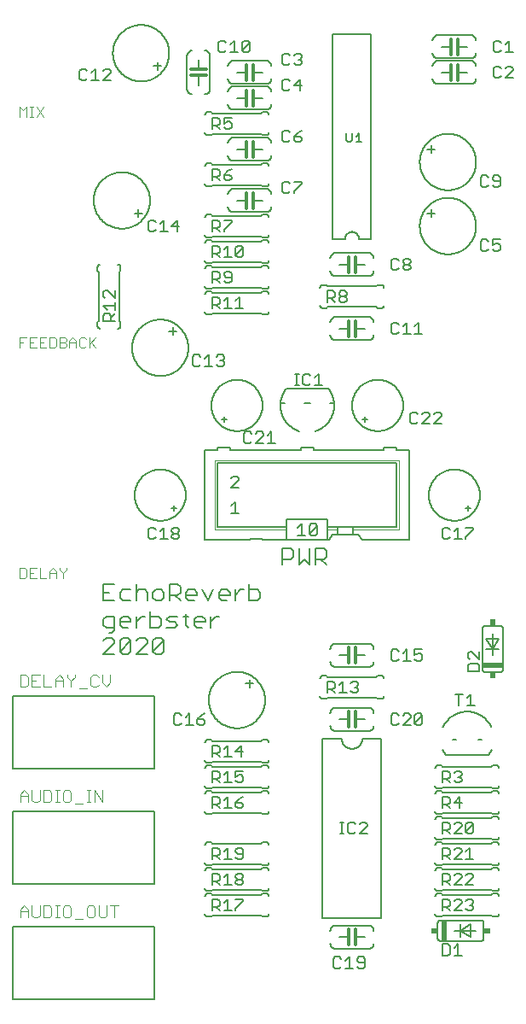
<source format=gto>
G04 EAGLE Gerber RS-274X export*
G75*
%MOMM*%
%FSLAX34Y34*%
%LPD*%
%INSilkscreen Top*%
%IPPOS*%
%AMOC8*
5,1,8,0,0,1.08239X$1,22.5*%
G01*
%ADD10C,0.152400*%
%ADD11C,0.203200*%
%ADD12C,0.177800*%
%ADD13C,0.127000*%
%ADD14C,0.076200*%
%ADD15C,0.101600*%
%ADD16C,0.304800*%
%ADD17R,0.508000X2.032000*%
%ADD18R,0.635000X0.508000*%
%ADD19R,2.032000X0.508000*%
%ADD20R,0.508000X0.635000*%
%ADD21C,0.050800*%


D10*
X100509Y413272D02*
X89662Y413272D01*
X89662Y397002D01*
X100509Y397002D01*
X95085Y405137D02*
X89662Y405137D01*
X108745Y407849D02*
X116880Y407849D01*
X108745Y407849D02*
X106034Y405137D01*
X106034Y399714D01*
X108745Y397002D01*
X116880Y397002D01*
X122405Y397002D02*
X122405Y413272D01*
X125117Y407849D02*
X122405Y405137D01*
X125117Y407849D02*
X130540Y407849D01*
X133252Y405137D01*
X133252Y397002D01*
X141488Y397002D02*
X146912Y397002D01*
X149623Y399714D01*
X149623Y405137D01*
X146912Y407849D01*
X141488Y407849D01*
X138777Y405137D01*
X138777Y399714D01*
X141488Y397002D01*
X155148Y397002D02*
X155148Y413272D01*
X163283Y413272D01*
X165995Y410560D01*
X165995Y405137D01*
X163283Y402425D01*
X155148Y402425D01*
X160572Y402425D02*
X165995Y397002D01*
X174231Y397002D02*
X179655Y397002D01*
X174231Y397002D02*
X171520Y399714D01*
X171520Y405137D01*
X174231Y407849D01*
X179655Y407849D01*
X182366Y405137D01*
X182366Y402425D01*
X171520Y402425D01*
X187891Y407849D02*
X193315Y397002D01*
X198738Y407849D01*
X206975Y397002D02*
X212398Y397002D01*
X206975Y397002D02*
X204263Y399714D01*
X204263Y405137D01*
X206975Y407849D01*
X212398Y407849D01*
X215110Y405137D01*
X215110Y402425D01*
X204263Y402425D01*
X220635Y397002D02*
X220635Y407849D01*
X226058Y407849D02*
X220635Y402425D01*
X226058Y407849D02*
X228769Y407849D01*
X234277Y413272D02*
X234277Y397002D01*
X242412Y397002D01*
X245124Y399714D01*
X245124Y405137D01*
X242412Y407849D01*
X234277Y407849D01*
X97797Y364909D02*
X95085Y364909D01*
X97797Y364909D02*
X100509Y367620D01*
X100509Y381179D01*
X92374Y381179D01*
X89662Y378467D01*
X89662Y373044D01*
X92374Y370332D01*
X100509Y370332D01*
X108745Y370332D02*
X114169Y370332D01*
X108745Y370332D02*
X106034Y373044D01*
X106034Y378467D01*
X108745Y381179D01*
X114169Y381179D01*
X116880Y378467D01*
X116880Y375755D01*
X106034Y375755D01*
X122405Y370332D02*
X122405Y381179D01*
X127828Y381179D02*
X122405Y375755D01*
X127828Y381179D02*
X130540Y381179D01*
X136048Y386602D02*
X136048Y370332D01*
X144183Y370332D01*
X146895Y373044D01*
X146895Y378467D01*
X144183Y381179D01*
X136048Y381179D01*
X152420Y370332D02*
X160555Y370332D01*
X163266Y373044D01*
X160555Y375755D01*
X155131Y375755D01*
X152420Y378467D01*
X155131Y381179D01*
X163266Y381179D01*
X171503Y383890D02*
X171503Y373044D01*
X174215Y370332D01*
X174215Y381179D02*
X168791Y381179D01*
X182417Y370332D02*
X187841Y370332D01*
X182417Y370332D02*
X179706Y373044D01*
X179706Y378467D01*
X182417Y381179D01*
X187841Y381179D01*
X190552Y378467D01*
X190552Y375755D01*
X179706Y375755D01*
X196077Y370332D02*
X196077Y381179D01*
X201500Y381179D02*
X196077Y375755D01*
X201500Y381179D02*
X204212Y381179D01*
X100509Y343662D02*
X89662Y343662D01*
X100509Y354509D01*
X100509Y357220D01*
X97797Y359932D01*
X92374Y359932D01*
X89662Y357220D01*
X106034Y357220D02*
X106034Y346374D01*
X106034Y357220D02*
X108745Y359932D01*
X114169Y359932D01*
X116880Y357220D01*
X116880Y346374D01*
X114169Y343662D01*
X108745Y343662D01*
X106034Y346374D01*
X116880Y357220D01*
X122405Y343662D02*
X133252Y343662D01*
X122405Y343662D02*
X133252Y354509D01*
X133252Y357220D01*
X130540Y359932D01*
X125117Y359932D01*
X122405Y357220D01*
X138777Y357220D02*
X138777Y346374D01*
X138777Y357220D02*
X141488Y359932D01*
X146912Y359932D01*
X149623Y357220D01*
X149623Y346374D01*
X146912Y343662D01*
X141488Y343662D01*
X138777Y346374D01*
X149623Y357220D01*
D11*
X317500Y755650D02*
X317500Y958850D01*
X355600Y958850D02*
X355600Y755650D01*
X355600Y958850D02*
X317500Y958850D01*
X317500Y755650D02*
X329565Y755650D01*
X343535Y755650D02*
X355600Y755650D01*
X343535Y755650D02*
X343533Y755820D01*
X343527Y755990D01*
X343516Y756160D01*
X343502Y756329D01*
X343483Y756498D01*
X343461Y756667D01*
X343434Y756835D01*
X343403Y757002D01*
X343368Y757169D01*
X343329Y757334D01*
X343286Y757499D01*
X343239Y757662D01*
X343188Y757825D01*
X343133Y757986D01*
X343074Y758145D01*
X343011Y758303D01*
X342945Y758460D01*
X342875Y758615D01*
X342800Y758768D01*
X342723Y758919D01*
X342641Y759069D01*
X342556Y759216D01*
X342468Y759361D01*
X342375Y759504D01*
X342280Y759645D01*
X342181Y759783D01*
X342079Y759919D01*
X341973Y760052D01*
X341864Y760183D01*
X341752Y760311D01*
X341637Y760437D01*
X341519Y760559D01*
X341398Y760679D01*
X341274Y760795D01*
X341148Y760909D01*
X341018Y761019D01*
X340886Y761126D01*
X340751Y761230D01*
X340614Y761331D01*
X340475Y761428D01*
X340333Y761522D01*
X340189Y761612D01*
X340043Y761699D01*
X339894Y761782D01*
X339744Y761862D01*
X339592Y761938D01*
X339438Y762010D01*
X339282Y762079D01*
X339125Y762143D01*
X338966Y762204D01*
X338805Y762261D01*
X338644Y762314D01*
X338481Y762363D01*
X338317Y762408D01*
X338152Y762449D01*
X337986Y762486D01*
X337819Y762519D01*
X337651Y762548D01*
X337483Y762572D01*
X337314Y762593D01*
X337145Y762610D01*
X336975Y762622D01*
X336805Y762630D01*
X336635Y762634D01*
X336465Y762634D01*
X336295Y762630D01*
X336125Y762622D01*
X335955Y762610D01*
X335786Y762593D01*
X335617Y762572D01*
X335449Y762548D01*
X335281Y762519D01*
X335114Y762486D01*
X334948Y762449D01*
X334783Y762408D01*
X334619Y762363D01*
X334456Y762314D01*
X334295Y762261D01*
X334134Y762204D01*
X333975Y762143D01*
X333818Y762079D01*
X333662Y762010D01*
X333508Y761938D01*
X333356Y761862D01*
X333206Y761782D01*
X333058Y761699D01*
X332911Y761612D01*
X332767Y761522D01*
X332625Y761428D01*
X332486Y761331D01*
X332349Y761230D01*
X332214Y761126D01*
X332082Y761019D01*
X331952Y760909D01*
X331826Y760795D01*
X331702Y760679D01*
X331581Y760559D01*
X331463Y760437D01*
X331348Y760311D01*
X331236Y760183D01*
X331127Y760052D01*
X331021Y759919D01*
X330919Y759783D01*
X330820Y759645D01*
X330725Y759504D01*
X330632Y759361D01*
X330544Y759216D01*
X330459Y759069D01*
X330377Y758919D01*
X330300Y758768D01*
X330225Y758615D01*
X330155Y758460D01*
X330089Y758303D01*
X330026Y758145D01*
X329967Y757986D01*
X329912Y757825D01*
X329861Y757662D01*
X329814Y757499D01*
X329771Y757334D01*
X329732Y757169D01*
X329697Y757002D01*
X329666Y756835D01*
X329639Y756667D01*
X329617Y756498D01*
X329598Y756329D01*
X329584Y756160D01*
X329573Y755990D01*
X329567Y755820D01*
X329565Y755650D01*
D12*
X331089Y853188D02*
X331089Y860182D01*
X331089Y853188D02*
X332488Y851789D01*
X335285Y851789D01*
X336684Y853188D01*
X336684Y860182D01*
X340448Y857384D02*
X343245Y860182D01*
X343245Y851789D01*
X340448Y851789D02*
X346043Y851789D01*
D10*
X365760Y260350D02*
X365760Y82550D01*
X307340Y82550D02*
X307340Y260350D01*
X307340Y82550D02*
X365760Y82550D01*
X365760Y260350D02*
X346710Y260350D01*
X326390Y260350D02*
X307340Y260350D01*
X326390Y260350D02*
X326393Y260103D01*
X326402Y259855D01*
X326417Y259608D01*
X326438Y259362D01*
X326465Y259116D01*
X326498Y258871D01*
X326537Y258626D01*
X326582Y258383D01*
X326633Y258141D01*
X326690Y257900D01*
X326752Y257661D01*
X326821Y257423D01*
X326895Y257187D01*
X326975Y256953D01*
X327060Y256721D01*
X327152Y256491D01*
X327248Y256263D01*
X327351Y256038D01*
X327458Y255815D01*
X327572Y255595D01*
X327690Y255378D01*
X327814Y255163D01*
X327943Y254952D01*
X328077Y254744D01*
X328216Y254539D01*
X328360Y254338D01*
X328508Y254140D01*
X328662Y253946D01*
X328820Y253756D01*
X328983Y253570D01*
X329150Y253388D01*
X329322Y253210D01*
X329498Y253036D01*
X329678Y252866D01*
X329863Y252701D01*
X330051Y252541D01*
X330243Y252385D01*
X330439Y252233D01*
X330638Y252087D01*
X330841Y251945D01*
X331048Y251809D01*
X331257Y251677D01*
X331470Y251551D01*
X331686Y251430D01*
X331904Y251314D01*
X332126Y251204D01*
X332350Y251099D01*
X332576Y250999D01*
X332805Y250905D01*
X333036Y250817D01*
X333270Y250734D01*
X333505Y250657D01*
X333742Y250586D01*
X333980Y250520D01*
X334220Y250461D01*
X334462Y250407D01*
X334705Y250359D01*
X334948Y250317D01*
X335193Y250281D01*
X335439Y250251D01*
X335685Y250227D01*
X335932Y250209D01*
X336179Y250197D01*
X336426Y250191D01*
X336674Y250191D01*
X336921Y250197D01*
X337168Y250209D01*
X337415Y250227D01*
X337661Y250251D01*
X337907Y250281D01*
X338152Y250317D01*
X338395Y250359D01*
X338638Y250407D01*
X338880Y250461D01*
X339120Y250520D01*
X339358Y250586D01*
X339595Y250657D01*
X339830Y250734D01*
X340064Y250817D01*
X340295Y250905D01*
X340524Y250999D01*
X340750Y251099D01*
X340974Y251204D01*
X341196Y251314D01*
X341414Y251430D01*
X341630Y251551D01*
X341843Y251677D01*
X342052Y251809D01*
X342259Y251945D01*
X342462Y252087D01*
X342661Y252233D01*
X342857Y252385D01*
X343049Y252541D01*
X343237Y252701D01*
X343422Y252866D01*
X343602Y253036D01*
X343778Y253210D01*
X343950Y253388D01*
X344117Y253570D01*
X344280Y253756D01*
X344438Y253946D01*
X344592Y254140D01*
X344740Y254338D01*
X344884Y254539D01*
X345023Y254744D01*
X345157Y254952D01*
X345286Y255163D01*
X345410Y255378D01*
X345528Y255595D01*
X345642Y255815D01*
X345749Y256038D01*
X345852Y256263D01*
X345948Y256491D01*
X346040Y256721D01*
X346125Y256953D01*
X346205Y257187D01*
X346279Y257423D01*
X346348Y257661D01*
X346410Y257900D01*
X346467Y258141D01*
X346518Y258383D01*
X346563Y258626D01*
X346602Y258871D01*
X346635Y259116D01*
X346662Y259362D01*
X346683Y259608D01*
X346698Y259855D01*
X346707Y260103D01*
X346710Y260350D01*
D13*
X328298Y165735D02*
X324485Y165735D01*
X326392Y165735D02*
X326392Y177175D01*
X328298Y177175D02*
X324485Y177175D01*
X338001Y177175D02*
X339907Y175268D01*
X338001Y177175D02*
X334188Y177175D01*
X332281Y175268D01*
X332281Y167642D01*
X334188Y165735D01*
X338001Y165735D01*
X339907Y167642D01*
X343975Y165735D02*
X351601Y165735D01*
X343975Y165735D02*
X351601Y173362D01*
X351601Y175268D01*
X349695Y177175D01*
X345882Y177175D01*
X343975Y175268D01*
D14*
X6731Y419481D02*
X6731Y429395D01*
X6731Y419481D02*
X11688Y419481D01*
X13341Y421133D01*
X13341Y427743D01*
X11688Y429395D01*
X6731Y429395D01*
X16554Y429395D02*
X23164Y429395D01*
X16554Y429395D02*
X16554Y419481D01*
X23164Y419481D01*
X19859Y424438D02*
X16554Y424438D01*
X26377Y429395D02*
X26377Y419481D01*
X32987Y419481D01*
X36200Y419481D02*
X36200Y426091D01*
X39505Y429395D01*
X42809Y426091D01*
X42809Y419481D01*
X42809Y424438D02*
X36200Y424438D01*
X46023Y427743D02*
X46023Y429395D01*
X46023Y427743D02*
X49328Y424438D01*
X52632Y427743D01*
X52632Y429395D01*
X49328Y424438D02*
X49328Y419481D01*
X6731Y876681D02*
X6731Y886595D01*
X10036Y883291D01*
X13341Y886595D01*
X13341Y876681D01*
X16554Y876681D02*
X19859Y876681D01*
X18206Y876681D02*
X18206Y886595D01*
X16554Y886595D02*
X19859Y886595D01*
X23103Y886595D02*
X29712Y876681D01*
X23103Y876681D02*
X29712Y886595D01*
X6731Y657995D02*
X6731Y648081D01*
X6731Y657995D02*
X13341Y657995D01*
X10036Y653038D02*
X6731Y653038D01*
X16554Y657995D02*
X23164Y657995D01*
X16554Y657995D02*
X16554Y648081D01*
X23164Y648081D01*
X19859Y653038D02*
X16554Y653038D01*
X26377Y657995D02*
X32987Y657995D01*
X26377Y657995D02*
X26377Y648081D01*
X32987Y648081D01*
X29682Y653038D02*
X26377Y653038D01*
X36200Y657995D02*
X36200Y648081D01*
X41157Y648081D01*
X42809Y649733D01*
X42809Y656343D01*
X41157Y657995D01*
X36200Y657995D01*
X46023Y657995D02*
X46023Y648081D01*
X46023Y657995D02*
X50980Y657995D01*
X52632Y656343D01*
X52632Y654691D01*
X50980Y653038D01*
X52632Y651386D01*
X52632Y649733D01*
X50980Y648081D01*
X46023Y648081D01*
X46023Y653038D02*
X50980Y653038D01*
X55846Y654691D02*
X55846Y648081D01*
X55846Y654691D02*
X59151Y657995D01*
X62455Y654691D01*
X62455Y648081D01*
X62455Y653038D02*
X55846Y653038D01*
X70626Y657995D02*
X72278Y656343D01*
X70626Y657995D02*
X67321Y657995D01*
X65669Y656343D01*
X65669Y649733D01*
X67321Y648081D01*
X70626Y648081D01*
X72278Y649733D01*
X75492Y648081D02*
X75492Y657995D01*
X75492Y651386D02*
X82101Y657995D01*
X77144Y653038D02*
X82101Y648081D01*
D13*
X0Y74100D02*
X0Y2100D01*
X140000Y2100D02*
X140000Y74100D01*
X140000Y2100D02*
X0Y2100D01*
X0Y74100D02*
X140000Y74100D01*
D15*
X6858Y83058D02*
X6858Y90854D01*
X10756Y94752D01*
X14654Y90854D01*
X14654Y83058D01*
X14654Y88905D02*
X6858Y88905D01*
X18552Y85007D02*
X18552Y94752D01*
X18552Y85007D02*
X20501Y83058D01*
X24399Y83058D01*
X26348Y85007D01*
X26348Y94752D01*
X30246Y94752D02*
X30246Y83058D01*
X36093Y83058D01*
X38042Y85007D01*
X38042Y92803D01*
X36093Y94752D01*
X30246Y94752D01*
X41940Y83058D02*
X45838Y83058D01*
X43889Y83058D02*
X43889Y94752D01*
X41940Y94752D02*
X45838Y94752D01*
X51685Y94752D02*
X55583Y94752D01*
X51685Y94752D02*
X49736Y92803D01*
X49736Y85007D01*
X51685Y83058D01*
X55583Y83058D01*
X57532Y85007D01*
X57532Y92803D01*
X55583Y94752D01*
X61430Y81109D02*
X69226Y81109D01*
X75073Y94752D02*
X78971Y94752D01*
X75073Y94752D02*
X73124Y92803D01*
X73124Y85007D01*
X75073Y83058D01*
X78971Y83058D01*
X80920Y85007D01*
X80920Y92803D01*
X78971Y94752D01*
X84818Y94752D02*
X84818Y85007D01*
X86767Y83058D01*
X90665Y83058D01*
X92614Y85007D01*
X92614Y94752D01*
X100410Y94752D02*
X100410Y83058D01*
X96512Y94752D02*
X104308Y94752D01*
D13*
X0Y116400D02*
X0Y188400D01*
X140000Y188400D02*
X140000Y116400D01*
X0Y116400D01*
X0Y188400D02*
X140000Y188400D01*
D15*
X6858Y197358D02*
X6858Y205154D01*
X10756Y209052D01*
X14654Y205154D01*
X14654Y197358D01*
X14654Y203205D02*
X6858Y203205D01*
X18552Y199307D02*
X18552Y209052D01*
X18552Y199307D02*
X20501Y197358D01*
X24399Y197358D01*
X26348Y199307D01*
X26348Y209052D01*
X30246Y209052D02*
X30246Y197358D01*
X36093Y197358D01*
X38042Y199307D01*
X38042Y207103D01*
X36093Y209052D01*
X30246Y209052D01*
X41940Y197358D02*
X45838Y197358D01*
X43889Y197358D02*
X43889Y209052D01*
X41940Y209052D02*
X45838Y209052D01*
X51685Y209052D02*
X55583Y209052D01*
X51685Y209052D02*
X49736Y207103D01*
X49736Y199307D01*
X51685Y197358D01*
X55583Y197358D01*
X57532Y199307D01*
X57532Y207103D01*
X55583Y209052D01*
X61430Y195409D02*
X69226Y195409D01*
X73124Y197358D02*
X77022Y197358D01*
X75073Y197358D02*
X75073Y209052D01*
X73124Y209052D02*
X77022Y209052D01*
X80920Y209052D02*
X80920Y197358D01*
X88716Y197358D02*
X80920Y209052D01*
X88716Y209052D02*
X88716Y197358D01*
D13*
X0Y230700D02*
X0Y302700D01*
X140000Y302700D02*
X140000Y230700D01*
X0Y230700D01*
X0Y302700D02*
X140000Y302700D01*
D15*
X6858Y311658D02*
X6858Y323352D01*
X6858Y311658D02*
X12705Y311658D01*
X14654Y313607D01*
X14654Y321403D01*
X12705Y323352D01*
X6858Y323352D01*
X18552Y323352D02*
X26348Y323352D01*
X18552Y323352D02*
X18552Y311658D01*
X26348Y311658D01*
X22450Y317505D02*
X18552Y317505D01*
X30246Y323352D02*
X30246Y311658D01*
X38042Y311658D01*
X41940Y311658D02*
X41940Y319454D01*
X45838Y323352D01*
X49736Y319454D01*
X49736Y311658D01*
X49736Y317505D02*
X41940Y317505D01*
X53634Y321403D02*
X53634Y323352D01*
X53634Y321403D02*
X57532Y317505D01*
X61430Y321403D01*
X61430Y323352D01*
X57532Y317505D02*
X57532Y311658D01*
X65328Y309709D02*
X73124Y309709D01*
X84818Y321403D02*
X82869Y323352D01*
X78971Y323352D01*
X77022Y321403D01*
X77022Y313607D01*
X78971Y311658D01*
X82869Y311658D01*
X84818Y313607D01*
X88716Y315556D02*
X88716Y323352D01*
X88716Y315556D02*
X92614Y311658D01*
X96512Y315556D01*
X96512Y323352D01*
D10*
X416560Y952500D02*
X416562Y952640D01*
X416568Y952780D01*
X416577Y952920D01*
X416591Y953059D01*
X416608Y953198D01*
X416629Y953336D01*
X416654Y953474D01*
X416683Y953611D01*
X416715Y953747D01*
X416752Y953882D01*
X416792Y954016D01*
X416835Y954149D01*
X416883Y954281D01*
X416933Y954412D01*
X416988Y954541D01*
X417046Y954668D01*
X417107Y954794D01*
X417172Y954918D01*
X417241Y955040D01*
X417312Y955160D01*
X417387Y955278D01*
X417465Y955395D01*
X417547Y955509D01*
X417631Y955620D01*
X417719Y955729D01*
X417809Y955836D01*
X417903Y955941D01*
X417999Y956042D01*
X418098Y956141D01*
X418199Y956237D01*
X418304Y956331D01*
X418411Y956421D01*
X418520Y956509D01*
X418631Y956593D01*
X418745Y956675D01*
X418862Y956753D01*
X418980Y956828D01*
X419100Y956899D01*
X419222Y956968D01*
X419346Y957033D01*
X419472Y957094D01*
X419599Y957152D01*
X419728Y957207D01*
X419859Y957257D01*
X419991Y957305D01*
X420124Y957348D01*
X420258Y957388D01*
X420393Y957425D01*
X420529Y957457D01*
X420666Y957486D01*
X420804Y957511D01*
X420942Y957532D01*
X421081Y957549D01*
X421220Y957563D01*
X421360Y957572D01*
X421500Y957578D01*
X421640Y957580D01*
X416560Y939800D02*
X416562Y939660D01*
X416568Y939520D01*
X416577Y939380D01*
X416591Y939241D01*
X416608Y939102D01*
X416629Y938964D01*
X416654Y938826D01*
X416683Y938689D01*
X416715Y938553D01*
X416752Y938418D01*
X416792Y938284D01*
X416835Y938151D01*
X416883Y938019D01*
X416933Y937888D01*
X416988Y937759D01*
X417046Y937632D01*
X417107Y937506D01*
X417172Y937382D01*
X417241Y937260D01*
X417312Y937140D01*
X417387Y937022D01*
X417465Y936905D01*
X417547Y936791D01*
X417631Y936680D01*
X417719Y936571D01*
X417809Y936464D01*
X417903Y936359D01*
X417999Y936258D01*
X418098Y936159D01*
X418199Y936063D01*
X418304Y935969D01*
X418411Y935879D01*
X418520Y935791D01*
X418631Y935707D01*
X418745Y935625D01*
X418862Y935547D01*
X418980Y935472D01*
X419100Y935401D01*
X419222Y935332D01*
X419346Y935267D01*
X419472Y935206D01*
X419599Y935148D01*
X419728Y935093D01*
X419859Y935043D01*
X419991Y934995D01*
X420124Y934952D01*
X420258Y934912D01*
X420393Y934875D01*
X420529Y934843D01*
X420666Y934814D01*
X420804Y934789D01*
X420942Y934768D01*
X421081Y934751D01*
X421220Y934737D01*
X421360Y934728D01*
X421500Y934722D01*
X421640Y934720D01*
X421640Y957580D02*
X454660Y957580D01*
X454660Y934720D02*
X421640Y934720D01*
X454660Y957580D02*
X454800Y957578D01*
X454940Y957572D01*
X455080Y957563D01*
X455219Y957549D01*
X455358Y957532D01*
X455496Y957511D01*
X455634Y957486D01*
X455771Y957457D01*
X455907Y957425D01*
X456042Y957388D01*
X456176Y957348D01*
X456309Y957305D01*
X456441Y957257D01*
X456572Y957207D01*
X456701Y957152D01*
X456828Y957094D01*
X456954Y957033D01*
X457078Y956968D01*
X457200Y956899D01*
X457320Y956828D01*
X457438Y956753D01*
X457555Y956675D01*
X457669Y956593D01*
X457780Y956509D01*
X457889Y956421D01*
X457996Y956331D01*
X458101Y956237D01*
X458202Y956141D01*
X458301Y956042D01*
X458397Y955941D01*
X458491Y955836D01*
X458581Y955729D01*
X458669Y955620D01*
X458753Y955509D01*
X458835Y955395D01*
X458913Y955278D01*
X458988Y955160D01*
X459059Y955040D01*
X459128Y954918D01*
X459193Y954794D01*
X459254Y954668D01*
X459312Y954541D01*
X459367Y954412D01*
X459417Y954281D01*
X459465Y954149D01*
X459508Y954016D01*
X459548Y953882D01*
X459585Y953747D01*
X459617Y953611D01*
X459646Y953474D01*
X459671Y953336D01*
X459692Y953198D01*
X459709Y953059D01*
X459723Y952920D01*
X459732Y952780D01*
X459738Y952640D01*
X459740Y952500D01*
X459740Y939800D02*
X459738Y939660D01*
X459732Y939520D01*
X459723Y939380D01*
X459709Y939241D01*
X459692Y939102D01*
X459671Y938964D01*
X459646Y938826D01*
X459617Y938689D01*
X459585Y938553D01*
X459548Y938418D01*
X459508Y938284D01*
X459465Y938151D01*
X459417Y938019D01*
X459367Y937888D01*
X459312Y937759D01*
X459254Y937632D01*
X459193Y937506D01*
X459128Y937382D01*
X459059Y937260D01*
X458988Y937140D01*
X458913Y937022D01*
X458835Y936905D01*
X458753Y936791D01*
X458669Y936680D01*
X458581Y936571D01*
X458491Y936464D01*
X458397Y936359D01*
X458301Y936258D01*
X458202Y936159D01*
X458101Y936063D01*
X457996Y935969D01*
X457889Y935879D01*
X457780Y935791D01*
X457669Y935707D01*
X457555Y935625D01*
X457438Y935547D01*
X457320Y935472D01*
X457200Y935401D01*
X457078Y935332D01*
X456954Y935267D01*
X456828Y935206D01*
X456701Y935148D01*
X456572Y935093D01*
X456441Y935043D01*
X456309Y934995D01*
X456176Y934952D01*
X456042Y934912D01*
X455907Y934875D01*
X455771Y934843D01*
X455634Y934814D01*
X455496Y934789D01*
X455358Y934768D01*
X455219Y934751D01*
X455080Y934737D01*
X454940Y934728D01*
X454800Y934722D01*
X454660Y934720D01*
D16*
X435102Y946150D02*
X435102Y953770D01*
X435102Y946150D02*
X435102Y938530D01*
X441452Y946150D02*
X441452Y953770D01*
X441452Y946150D02*
X441452Y938530D01*
D10*
X441452Y946150D02*
X450850Y946150D01*
X435102Y946150D02*
X425450Y946150D01*
D13*
X482605Y951875D02*
X484512Y949968D01*
X482605Y951875D02*
X478792Y951875D01*
X476885Y949968D01*
X476885Y942342D01*
X478792Y940435D01*
X482605Y940435D01*
X484512Y942342D01*
X488579Y948062D02*
X492392Y951875D01*
X492392Y940435D01*
X488579Y940435D02*
X496205Y940435D01*
D10*
X421640Y932180D02*
X421500Y932178D01*
X421360Y932172D01*
X421220Y932163D01*
X421081Y932149D01*
X420942Y932132D01*
X420804Y932111D01*
X420666Y932086D01*
X420529Y932057D01*
X420393Y932025D01*
X420258Y931988D01*
X420124Y931948D01*
X419991Y931905D01*
X419859Y931857D01*
X419728Y931807D01*
X419599Y931752D01*
X419472Y931694D01*
X419346Y931633D01*
X419222Y931568D01*
X419100Y931499D01*
X418980Y931428D01*
X418862Y931353D01*
X418745Y931275D01*
X418631Y931193D01*
X418520Y931109D01*
X418411Y931021D01*
X418304Y930931D01*
X418199Y930837D01*
X418098Y930741D01*
X417999Y930642D01*
X417903Y930541D01*
X417809Y930436D01*
X417719Y930329D01*
X417631Y930220D01*
X417547Y930109D01*
X417465Y929995D01*
X417387Y929878D01*
X417312Y929760D01*
X417241Y929640D01*
X417172Y929518D01*
X417107Y929394D01*
X417046Y929268D01*
X416988Y929141D01*
X416933Y929012D01*
X416883Y928881D01*
X416835Y928749D01*
X416792Y928616D01*
X416752Y928482D01*
X416715Y928347D01*
X416683Y928211D01*
X416654Y928074D01*
X416629Y927936D01*
X416608Y927798D01*
X416591Y927659D01*
X416577Y927520D01*
X416568Y927380D01*
X416562Y927240D01*
X416560Y927100D01*
X416560Y914400D02*
X416562Y914260D01*
X416568Y914120D01*
X416577Y913980D01*
X416591Y913841D01*
X416608Y913702D01*
X416629Y913564D01*
X416654Y913426D01*
X416683Y913289D01*
X416715Y913153D01*
X416752Y913018D01*
X416792Y912884D01*
X416835Y912751D01*
X416883Y912619D01*
X416933Y912488D01*
X416988Y912359D01*
X417046Y912232D01*
X417107Y912106D01*
X417172Y911982D01*
X417241Y911860D01*
X417312Y911740D01*
X417387Y911622D01*
X417465Y911505D01*
X417547Y911391D01*
X417631Y911280D01*
X417719Y911171D01*
X417809Y911064D01*
X417903Y910959D01*
X417999Y910858D01*
X418098Y910759D01*
X418199Y910663D01*
X418304Y910569D01*
X418411Y910479D01*
X418520Y910391D01*
X418631Y910307D01*
X418745Y910225D01*
X418862Y910147D01*
X418980Y910072D01*
X419100Y910001D01*
X419222Y909932D01*
X419346Y909867D01*
X419472Y909806D01*
X419599Y909748D01*
X419728Y909693D01*
X419859Y909643D01*
X419991Y909595D01*
X420124Y909552D01*
X420258Y909512D01*
X420393Y909475D01*
X420529Y909443D01*
X420666Y909414D01*
X420804Y909389D01*
X420942Y909368D01*
X421081Y909351D01*
X421220Y909337D01*
X421360Y909328D01*
X421500Y909322D01*
X421640Y909320D01*
X421640Y932180D02*
X454660Y932180D01*
X454660Y909320D02*
X421640Y909320D01*
X454660Y932180D02*
X454800Y932178D01*
X454940Y932172D01*
X455080Y932163D01*
X455219Y932149D01*
X455358Y932132D01*
X455496Y932111D01*
X455634Y932086D01*
X455771Y932057D01*
X455907Y932025D01*
X456042Y931988D01*
X456176Y931948D01*
X456309Y931905D01*
X456441Y931857D01*
X456572Y931807D01*
X456701Y931752D01*
X456828Y931694D01*
X456954Y931633D01*
X457078Y931568D01*
X457200Y931499D01*
X457320Y931428D01*
X457438Y931353D01*
X457555Y931275D01*
X457669Y931193D01*
X457780Y931109D01*
X457889Y931021D01*
X457996Y930931D01*
X458101Y930837D01*
X458202Y930741D01*
X458301Y930642D01*
X458397Y930541D01*
X458491Y930436D01*
X458581Y930329D01*
X458669Y930220D01*
X458753Y930109D01*
X458835Y929995D01*
X458913Y929878D01*
X458988Y929760D01*
X459059Y929640D01*
X459128Y929518D01*
X459193Y929394D01*
X459254Y929268D01*
X459312Y929141D01*
X459367Y929012D01*
X459417Y928881D01*
X459465Y928749D01*
X459508Y928616D01*
X459548Y928482D01*
X459585Y928347D01*
X459617Y928211D01*
X459646Y928074D01*
X459671Y927936D01*
X459692Y927798D01*
X459709Y927659D01*
X459723Y927520D01*
X459732Y927380D01*
X459738Y927240D01*
X459740Y927100D01*
X459740Y914400D02*
X459738Y914260D01*
X459732Y914120D01*
X459723Y913980D01*
X459709Y913841D01*
X459692Y913702D01*
X459671Y913564D01*
X459646Y913426D01*
X459617Y913289D01*
X459585Y913153D01*
X459548Y913018D01*
X459508Y912884D01*
X459465Y912751D01*
X459417Y912619D01*
X459367Y912488D01*
X459312Y912359D01*
X459254Y912232D01*
X459193Y912106D01*
X459128Y911982D01*
X459059Y911860D01*
X458988Y911740D01*
X458913Y911622D01*
X458835Y911505D01*
X458753Y911391D01*
X458669Y911280D01*
X458581Y911171D01*
X458491Y911064D01*
X458397Y910959D01*
X458301Y910858D01*
X458202Y910759D01*
X458101Y910663D01*
X457996Y910569D01*
X457889Y910479D01*
X457780Y910391D01*
X457669Y910307D01*
X457555Y910225D01*
X457438Y910147D01*
X457320Y910072D01*
X457200Y910001D01*
X457078Y909932D01*
X456954Y909867D01*
X456828Y909806D01*
X456701Y909748D01*
X456572Y909693D01*
X456441Y909643D01*
X456309Y909595D01*
X456176Y909552D01*
X456042Y909512D01*
X455907Y909475D01*
X455771Y909443D01*
X455634Y909414D01*
X455496Y909389D01*
X455358Y909368D01*
X455219Y909351D01*
X455080Y909337D01*
X454940Y909328D01*
X454800Y909322D01*
X454660Y909320D01*
D16*
X435102Y920750D02*
X435102Y928370D01*
X435102Y920750D02*
X435102Y913130D01*
X441452Y920750D02*
X441452Y928370D01*
X441452Y920750D02*
X441452Y913130D01*
D10*
X441452Y920750D02*
X450850Y920750D01*
X435102Y920750D02*
X425450Y920750D01*
D13*
X482605Y926475D02*
X484512Y924568D01*
X482605Y926475D02*
X478792Y926475D01*
X476885Y924568D01*
X476885Y916942D01*
X478792Y915035D01*
X482605Y915035D01*
X484512Y916942D01*
X488579Y915035D02*
X496205Y915035D01*
X488579Y915035D02*
X496205Y922662D01*
X496205Y924568D01*
X494299Y926475D01*
X490486Y926475D01*
X488579Y924568D01*
D10*
X218440Y932180D02*
X218300Y932178D01*
X218160Y932172D01*
X218020Y932163D01*
X217881Y932149D01*
X217742Y932132D01*
X217604Y932111D01*
X217466Y932086D01*
X217329Y932057D01*
X217193Y932025D01*
X217058Y931988D01*
X216924Y931948D01*
X216791Y931905D01*
X216659Y931857D01*
X216528Y931807D01*
X216399Y931752D01*
X216272Y931694D01*
X216146Y931633D01*
X216022Y931568D01*
X215900Y931499D01*
X215780Y931428D01*
X215662Y931353D01*
X215545Y931275D01*
X215431Y931193D01*
X215320Y931109D01*
X215211Y931021D01*
X215104Y930931D01*
X214999Y930837D01*
X214898Y930741D01*
X214799Y930642D01*
X214703Y930541D01*
X214609Y930436D01*
X214519Y930329D01*
X214431Y930220D01*
X214347Y930109D01*
X214265Y929995D01*
X214187Y929878D01*
X214112Y929760D01*
X214041Y929640D01*
X213972Y929518D01*
X213907Y929394D01*
X213846Y929268D01*
X213788Y929141D01*
X213733Y929012D01*
X213683Y928881D01*
X213635Y928749D01*
X213592Y928616D01*
X213552Y928482D01*
X213515Y928347D01*
X213483Y928211D01*
X213454Y928074D01*
X213429Y927936D01*
X213408Y927798D01*
X213391Y927659D01*
X213377Y927520D01*
X213368Y927380D01*
X213362Y927240D01*
X213360Y927100D01*
X213360Y914400D02*
X213362Y914260D01*
X213368Y914120D01*
X213377Y913980D01*
X213391Y913841D01*
X213408Y913702D01*
X213429Y913564D01*
X213454Y913426D01*
X213483Y913289D01*
X213515Y913153D01*
X213552Y913018D01*
X213592Y912884D01*
X213635Y912751D01*
X213683Y912619D01*
X213733Y912488D01*
X213788Y912359D01*
X213846Y912232D01*
X213907Y912106D01*
X213972Y911982D01*
X214041Y911860D01*
X214112Y911740D01*
X214187Y911622D01*
X214265Y911505D01*
X214347Y911391D01*
X214431Y911280D01*
X214519Y911171D01*
X214609Y911064D01*
X214703Y910959D01*
X214799Y910858D01*
X214898Y910759D01*
X214999Y910663D01*
X215104Y910569D01*
X215211Y910479D01*
X215320Y910391D01*
X215431Y910307D01*
X215545Y910225D01*
X215662Y910147D01*
X215780Y910072D01*
X215900Y910001D01*
X216022Y909932D01*
X216146Y909867D01*
X216272Y909806D01*
X216399Y909748D01*
X216528Y909693D01*
X216659Y909643D01*
X216791Y909595D01*
X216924Y909552D01*
X217058Y909512D01*
X217193Y909475D01*
X217329Y909443D01*
X217466Y909414D01*
X217604Y909389D01*
X217742Y909368D01*
X217881Y909351D01*
X218020Y909337D01*
X218160Y909328D01*
X218300Y909322D01*
X218440Y909320D01*
X218440Y932180D02*
X251460Y932180D01*
X251460Y909320D02*
X218440Y909320D01*
X251460Y932180D02*
X251600Y932178D01*
X251740Y932172D01*
X251880Y932163D01*
X252019Y932149D01*
X252158Y932132D01*
X252296Y932111D01*
X252434Y932086D01*
X252571Y932057D01*
X252707Y932025D01*
X252842Y931988D01*
X252976Y931948D01*
X253109Y931905D01*
X253241Y931857D01*
X253372Y931807D01*
X253501Y931752D01*
X253628Y931694D01*
X253754Y931633D01*
X253878Y931568D01*
X254000Y931499D01*
X254120Y931428D01*
X254238Y931353D01*
X254355Y931275D01*
X254469Y931193D01*
X254580Y931109D01*
X254689Y931021D01*
X254796Y930931D01*
X254901Y930837D01*
X255002Y930741D01*
X255101Y930642D01*
X255197Y930541D01*
X255291Y930436D01*
X255381Y930329D01*
X255469Y930220D01*
X255553Y930109D01*
X255635Y929995D01*
X255713Y929878D01*
X255788Y929760D01*
X255859Y929640D01*
X255928Y929518D01*
X255993Y929394D01*
X256054Y929268D01*
X256112Y929141D01*
X256167Y929012D01*
X256217Y928881D01*
X256265Y928749D01*
X256308Y928616D01*
X256348Y928482D01*
X256385Y928347D01*
X256417Y928211D01*
X256446Y928074D01*
X256471Y927936D01*
X256492Y927798D01*
X256509Y927659D01*
X256523Y927520D01*
X256532Y927380D01*
X256538Y927240D01*
X256540Y927100D01*
X256540Y914400D02*
X256538Y914260D01*
X256532Y914120D01*
X256523Y913980D01*
X256509Y913841D01*
X256492Y913702D01*
X256471Y913564D01*
X256446Y913426D01*
X256417Y913289D01*
X256385Y913153D01*
X256348Y913018D01*
X256308Y912884D01*
X256265Y912751D01*
X256217Y912619D01*
X256167Y912488D01*
X256112Y912359D01*
X256054Y912232D01*
X255993Y912106D01*
X255928Y911982D01*
X255859Y911860D01*
X255788Y911740D01*
X255713Y911622D01*
X255635Y911505D01*
X255553Y911391D01*
X255469Y911280D01*
X255381Y911171D01*
X255291Y911064D01*
X255197Y910959D01*
X255101Y910858D01*
X255002Y910759D01*
X254901Y910663D01*
X254796Y910569D01*
X254689Y910479D01*
X254580Y910391D01*
X254469Y910307D01*
X254355Y910225D01*
X254238Y910147D01*
X254120Y910072D01*
X254000Y910001D01*
X253878Y909932D01*
X253754Y909867D01*
X253628Y909806D01*
X253501Y909748D01*
X253372Y909693D01*
X253241Y909643D01*
X253109Y909595D01*
X252976Y909552D01*
X252842Y909512D01*
X252707Y909475D01*
X252571Y909443D01*
X252434Y909414D01*
X252296Y909389D01*
X252158Y909368D01*
X252019Y909351D01*
X251880Y909337D01*
X251740Y909328D01*
X251600Y909322D01*
X251460Y909320D01*
D16*
X231902Y920750D02*
X231902Y928370D01*
X231902Y920750D02*
X231902Y913130D01*
X238252Y920750D02*
X238252Y928370D01*
X238252Y920750D02*
X238252Y913130D01*
D10*
X238252Y920750D02*
X247650Y920750D01*
X231902Y920750D02*
X222250Y920750D01*
D13*
X273055Y939175D02*
X274962Y937268D01*
X273055Y939175D02*
X269242Y939175D01*
X267335Y937268D01*
X267335Y929642D01*
X269242Y927735D01*
X273055Y927735D01*
X274962Y929642D01*
X279029Y937268D02*
X280936Y939175D01*
X284749Y939175D01*
X286655Y937268D01*
X286655Y935362D01*
X284749Y933455D01*
X282842Y933455D01*
X284749Y933455D02*
X286655Y931548D01*
X286655Y929642D01*
X284749Y927735D01*
X280936Y927735D01*
X279029Y929642D01*
D10*
X256540Y889000D02*
X256538Y888860D01*
X256532Y888720D01*
X256523Y888580D01*
X256509Y888441D01*
X256492Y888302D01*
X256471Y888164D01*
X256446Y888026D01*
X256417Y887889D01*
X256385Y887753D01*
X256348Y887618D01*
X256308Y887484D01*
X256265Y887351D01*
X256217Y887219D01*
X256167Y887088D01*
X256112Y886959D01*
X256054Y886832D01*
X255993Y886706D01*
X255928Y886582D01*
X255859Y886460D01*
X255788Y886340D01*
X255713Y886222D01*
X255635Y886105D01*
X255553Y885991D01*
X255469Y885880D01*
X255381Y885771D01*
X255291Y885664D01*
X255197Y885559D01*
X255101Y885458D01*
X255002Y885359D01*
X254901Y885263D01*
X254796Y885169D01*
X254689Y885079D01*
X254580Y884991D01*
X254469Y884907D01*
X254355Y884825D01*
X254238Y884747D01*
X254120Y884672D01*
X254000Y884601D01*
X253878Y884532D01*
X253754Y884467D01*
X253628Y884406D01*
X253501Y884348D01*
X253372Y884293D01*
X253241Y884243D01*
X253109Y884195D01*
X252976Y884152D01*
X252842Y884112D01*
X252707Y884075D01*
X252571Y884043D01*
X252434Y884014D01*
X252296Y883989D01*
X252158Y883968D01*
X252019Y883951D01*
X251880Y883937D01*
X251740Y883928D01*
X251600Y883922D01*
X251460Y883920D01*
X256540Y901700D02*
X256538Y901840D01*
X256532Y901980D01*
X256523Y902120D01*
X256509Y902259D01*
X256492Y902398D01*
X256471Y902536D01*
X256446Y902674D01*
X256417Y902811D01*
X256385Y902947D01*
X256348Y903082D01*
X256308Y903216D01*
X256265Y903349D01*
X256217Y903481D01*
X256167Y903612D01*
X256112Y903741D01*
X256054Y903868D01*
X255993Y903994D01*
X255928Y904118D01*
X255859Y904240D01*
X255788Y904360D01*
X255713Y904478D01*
X255635Y904595D01*
X255553Y904709D01*
X255469Y904820D01*
X255381Y904929D01*
X255291Y905036D01*
X255197Y905141D01*
X255101Y905242D01*
X255002Y905341D01*
X254901Y905437D01*
X254796Y905531D01*
X254689Y905621D01*
X254580Y905709D01*
X254469Y905793D01*
X254355Y905875D01*
X254238Y905953D01*
X254120Y906028D01*
X254000Y906099D01*
X253878Y906168D01*
X253754Y906233D01*
X253628Y906294D01*
X253501Y906352D01*
X253372Y906407D01*
X253241Y906457D01*
X253109Y906505D01*
X252976Y906548D01*
X252842Y906588D01*
X252707Y906625D01*
X252571Y906657D01*
X252434Y906686D01*
X252296Y906711D01*
X252158Y906732D01*
X252019Y906749D01*
X251880Y906763D01*
X251740Y906772D01*
X251600Y906778D01*
X251460Y906780D01*
X251460Y883920D02*
X218440Y883920D01*
X218440Y906780D02*
X251460Y906780D01*
X218440Y883920D02*
X218300Y883922D01*
X218160Y883928D01*
X218020Y883937D01*
X217881Y883951D01*
X217742Y883968D01*
X217604Y883989D01*
X217466Y884014D01*
X217329Y884043D01*
X217193Y884075D01*
X217058Y884112D01*
X216924Y884152D01*
X216791Y884195D01*
X216659Y884243D01*
X216528Y884293D01*
X216399Y884348D01*
X216272Y884406D01*
X216146Y884467D01*
X216022Y884532D01*
X215900Y884601D01*
X215780Y884672D01*
X215662Y884747D01*
X215545Y884825D01*
X215431Y884907D01*
X215320Y884991D01*
X215211Y885079D01*
X215104Y885169D01*
X214999Y885263D01*
X214898Y885359D01*
X214799Y885458D01*
X214703Y885559D01*
X214609Y885664D01*
X214519Y885771D01*
X214431Y885880D01*
X214347Y885991D01*
X214265Y886105D01*
X214187Y886222D01*
X214112Y886340D01*
X214041Y886460D01*
X213972Y886582D01*
X213907Y886706D01*
X213846Y886832D01*
X213788Y886959D01*
X213733Y887088D01*
X213683Y887219D01*
X213635Y887351D01*
X213592Y887484D01*
X213552Y887618D01*
X213515Y887753D01*
X213483Y887889D01*
X213454Y888026D01*
X213429Y888164D01*
X213408Y888302D01*
X213391Y888441D01*
X213377Y888580D01*
X213368Y888720D01*
X213362Y888860D01*
X213360Y889000D01*
X213360Y901700D02*
X213362Y901840D01*
X213368Y901980D01*
X213377Y902120D01*
X213391Y902259D01*
X213408Y902398D01*
X213429Y902536D01*
X213454Y902674D01*
X213483Y902811D01*
X213515Y902947D01*
X213552Y903082D01*
X213592Y903216D01*
X213635Y903349D01*
X213683Y903481D01*
X213733Y903612D01*
X213788Y903741D01*
X213846Y903868D01*
X213907Y903994D01*
X213972Y904118D01*
X214041Y904240D01*
X214112Y904360D01*
X214187Y904478D01*
X214265Y904595D01*
X214347Y904709D01*
X214431Y904820D01*
X214519Y904929D01*
X214609Y905036D01*
X214703Y905141D01*
X214799Y905242D01*
X214898Y905341D01*
X214999Y905437D01*
X215104Y905531D01*
X215211Y905621D01*
X215320Y905709D01*
X215431Y905793D01*
X215545Y905875D01*
X215662Y905953D01*
X215780Y906028D01*
X215900Y906099D01*
X216022Y906168D01*
X216146Y906233D01*
X216272Y906294D01*
X216399Y906352D01*
X216528Y906407D01*
X216659Y906457D01*
X216791Y906505D01*
X216924Y906548D01*
X217058Y906588D01*
X217193Y906625D01*
X217329Y906657D01*
X217466Y906686D01*
X217604Y906711D01*
X217742Y906732D01*
X217881Y906749D01*
X218020Y906763D01*
X218160Y906772D01*
X218300Y906778D01*
X218440Y906780D01*
D16*
X237998Y895350D02*
X237998Y887730D01*
X237998Y895350D02*
X237998Y902970D01*
X231648Y895350D02*
X231648Y887730D01*
X231648Y895350D02*
X231648Y902970D01*
D10*
X231648Y895350D02*
X222250Y895350D01*
X237998Y895350D02*
X247650Y895350D01*
D13*
X273055Y913775D02*
X274962Y911868D01*
X273055Y913775D02*
X269242Y913775D01*
X267335Y911868D01*
X267335Y904242D01*
X269242Y902335D01*
X273055Y902335D01*
X274962Y904242D01*
X284749Y902335D02*
X284749Y913775D01*
X279029Y908055D01*
X286655Y908055D01*
D10*
X411480Y781050D02*
X415290Y781050D01*
X415290Y777240D01*
X415290Y781050D02*
X419100Y781050D01*
X415290Y781050D02*
X415290Y784860D01*
X403860Y768350D02*
X403868Y769036D01*
X403894Y769721D01*
X403936Y770405D01*
X403995Y771089D01*
X404070Y771770D01*
X404162Y772450D01*
X404271Y773127D01*
X404397Y773801D01*
X404539Y774472D01*
X404697Y775139D01*
X404872Y775802D01*
X405063Y776461D01*
X405270Y777114D01*
X405493Y777763D01*
X405732Y778405D01*
X405987Y779042D01*
X406257Y779672D01*
X406543Y780296D01*
X406843Y780912D01*
X407159Y781521D01*
X407490Y782122D01*
X407835Y782714D01*
X408195Y783298D01*
X408569Y783873D01*
X408957Y784438D01*
X409358Y784994D01*
X409774Y785540D01*
X410202Y786075D01*
X410644Y786600D01*
X411098Y787113D01*
X411565Y787616D01*
X412043Y788107D01*
X412534Y788585D01*
X413037Y789052D01*
X413550Y789506D01*
X414075Y789948D01*
X414610Y790376D01*
X415156Y790792D01*
X415712Y791193D01*
X416277Y791581D01*
X416852Y791955D01*
X417436Y792315D01*
X418028Y792660D01*
X418629Y792991D01*
X419238Y793307D01*
X419854Y793607D01*
X420478Y793893D01*
X421108Y794163D01*
X421745Y794418D01*
X422387Y794657D01*
X423036Y794880D01*
X423689Y795087D01*
X424348Y795278D01*
X425011Y795453D01*
X425678Y795611D01*
X426349Y795753D01*
X427023Y795879D01*
X427700Y795988D01*
X428380Y796080D01*
X429061Y796155D01*
X429745Y796214D01*
X430429Y796256D01*
X431114Y796282D01*
X431800Y796290D01*
X432486Y796282D01*
X433171Y796256D01*
X433855Y796214D01*
X434539Y796155D01*
X435220Y796080D01*
X435900Y795988D01*
X436577Y795879D01*
X437251Y795753D01*
X437922Y795611D01*
X438589Y795453D01*
X439252Y795278D01*
X439911Y795087D01*
X440564Y794880D01*
X441213Y794657D01*
X441855Y794418D01*
X442492Y794163D01*
X443122Y793893D01*
X443746Y793607D01*
X444362Y793307D01*
X444971Y792991D01*
X445572Y792660D01*
X446164Y792315D01*
X446748Y791955D01*
X447323Y791581D01*
X447888Y791193D01*
X448444Y790792D01*
X448990Y790376D01*
X449525Y789948D01*
X450050Y789506D01*
X450563Y789052D01*
X451066Y788585D01*
X451557Y788107D01*
X452035Y787616D01*
X452502Y787113D01*
X452956Y786600D01*
X453398Y786075D01*
X453826Y785540D01*
X454242Y784994D01*
X454643Y784438D01*
X455031Y783873D01*
X455405Y783298D01*
X455765Y782714D01*
X456110Y782122D01*
X456441Y781521D01*
X456757Y780912D01*
X457057Y780296D01*
X457343Y779672D01*
X457613Y779042D01*
X457868Y778405D01*
X458107Y777763D01*
X458330Y777114D01*
X458537Y776461D01*
X458728Y775802D01*
X458903Y775139D01*
X459061Y774472D01*
X459203Y773801D01*
X459329Y773127D01*
X459438Y772450D01*
X459530Y771770D01*
X459605Y771089D01*
X459664Y770405D01*
X459706Y769721D01*
X459732Y769036D01*
X459740Y768350D01*
X459732Y767664D01*
X459706Y766979D01*
X459664Y766295D01*
X459605Y765611D01*
X459530Y764930D01*
X459438Y764250D01*
X459329Y763573D01*
X459203Y762899D01*
X459061Y762228D01*
X458903Y761561D01*
X458728Y760898D01*
X458537Y760239D01*
X458330Y759586D01*
X458107Y758937D01*
X457868Y758295D01*
X457613Y757658D01*
X457343Y757028D01*
X457057Y756404D01*
X456757Y755788D01*
X456441Y755179D01*
X456110Y754578D01*
X455765Y753986D01*
X455405Y753402D01*
X455031Y752827D01*
X454643Y752262D01*
X454242Y751706D01*
X453826Y751160D01*
X453398Y750625D01*
X452956Y750100D01*
X452502Y749587D01*
X452035Y749084D01*
X451557Y748593D01*
X451066Y748115D01*
X450563Y747648D01*
X450050Y747194D01*
X449525Y746752D01*
X448990Y746324D01*
X448444Y745908D01*
X447888Y745507D01*
X447323Y745119D01*
X446748Y744745D01*
X446164Y744385D01*
X445572Y744040D01*
X444971Y743709D01*
X444362Y743393D01*
X443746Y743093D01*
X443122Y742807D01*
X442492Y742537D01*
X441855Y742282D01*
X441213Y742043D01*
X440564Y741820D01*
X439911Y741613D01*
X439252Y741422D01*
X438589Y741247D01*
X437922Y741089D01*
X437251Y740947D01*
X436577Y740821D01*
X435900Y740712D01*
X435220Y740620D01*
X434539Y740545D01*
X433855Y740486D01*
X433171Y740444D01*
X432486Y740418D01*
X431800Y740410D01*
X431114Y740418D01*
X430429Y740444D01*
X429745Y740486D01*
X429061Y740545D01*
X428380Y740620D01*
X427700Y740712D01*
X427023Y740821D01*
X426349Y740947D01*
X425678Y741089D01*
X425011Y741247D01*
X424348Y741422D01*
X423689Y741613D01*
X423036Y741820D01*
X422387Y742043D01*
X421745Y742282D01*
X421108Y742537D01*
X420478Y742807D01*
X419854Y743093D01*
X419238Y743393D01*
X418629Y743709D01*
X418028Y744040D01*
X417436Y744385D01*
X416852Y744745D01*
X416277Y745119D01*
X415712Y745507D01*
X415156Y745908D01*
X414610Y746324D01*
X414075Y746752D01*
X413550Y747194D01*
X413037Y747648D01*
X412534Y748115D01*
X412043Y748593D01*
X411565Y749084D01*
X411098Y749587D01*
X410644Y750100D01*
X410202Y750625D01*
X409774Y751160D01*
X409358Y751706D01*
X408957Y752262D01*
X408569Y752827D01*
X408195Y753402D01*
X407835Y753986D01*
X407490Y754578D01*
X407159Y755179D01*
X406843Y755788D01*
X406543Y756404D01*
X406257Y757028D01*
X405987Y757658D01*
X405732Y758295D01*
X405493Y758937D01*
X405270Y759586D01*
X405063Y760239D01*
X404872Y760898D01*
X404697Y761561D01*
X404539Y762228D01*
X404397Y762899D01*
X404271Y763573D01*
X404162Y764250D01*
X404070Y764930D01*
X403995Y765611D01*
X403936Y766295D01*
X403894Y766979D01*
X403868Y767664D01*
X403860Y768350D01*
D13*
X469905Y755025D02*
X471812Y753118D01*
X469905Y755025D02*
X466092Y755025D01*
X464185Y753118D01*
X464185Y745492D01*
X466092Y743585D01*
X469905Y743585D01*
X471812Y745492D01*
X475879Y755025D02*
X483505Y755025D01*
X475879Y755025D02*
X475879Y749305D01*
X479692Y751212D01*
X481599Y751212D01*
X483505Y749305D01*
X483505Y745492D01*
X481599Y743585D01*
X477786Y743585D01*
X475879Y745492D01*
D10*
X256540Y838200D02*
X256538Y838060D01*
X256532Y837920D01*
X256523Y837780D01*
X256509Y837641D01*
X256492Y837502D01*
X256471Y837364D01*
X256446Y837226D01*
X256417Y837089D01*
X256385Y836953D01*
X256348Y836818D01*
X256308Y836684D01*
X256265Y836551D01*
X256217Y836419D01*
X256167Y836288D01*
X256112Y836159D01*
X256054Y836032D01*
X255993Y835906D01*
X255928Y835782D01*
X255859Y835660D01*
X255788Y835540D01*
X255713Y835422D01*
X255635Y835305D01*
X255553Y835191D01*
X255469Y835080D01*
X255381Y834971D01*
X255291Y834864D01*
X255197Y834759D01*
X255101Y834658D01*
X255002Y834559D01*
X254901Y834463D01*
X254796Y834369D01*
X254689Y834279D01*
X254580Y834191D01*
X254469Y834107D01*
X254355Y834025D01*
X254238Y833947D01*
X254120Y833872D01*
X254000Y833801D01*
X253878Y833732D01*
X253754Y833667D01*
X253628Y833606D01*
X253501Y833548D01*
X253372Y833493D01*
X253241Y833443D01*
X253109Y833395D01*
X252976Y833352D01*
X252842Y833312D01*
X252707Y833275D01*
X252571Y833243D01*
X252434Y833214D01*
X252296Y833189D01*
X252158Y833168D01*
X252019Y833151D01*
X251880Y833137D01*
X251740Y833128D01*
X251600Y833122D01*
X251460Y833120D01*
X256540Y850900D02*
X256538Y851040D01*
X256532Y851180D01*
X256523Y851320D01*
X256509Y851459D01*
X256492Y851598D01*
X256471Y851736D01*
X256446Y851874D01*
X256417Y852011D01*
X256385Y852147D01*
X256348Y852282D01*
X256308Y852416D01*
X256265Y852549D01*
X256217Y852681D01*
X256167Y852812D01*
X256112Y852941D01*
X256054Y853068D01*
X255993Y853194D01*
X255928Y853318D01*
X255859Y853440D01*
X255788Y853560D01*
X255713Y853678D01*
X255635Y853795D01*
X255553Y853909D01*
X255469Y854020D01*
X255381Y854129D01*
X255291Y854236D01*
X255197Y854341D01*
X255101Y854442D01*
X255002Y854541D01*
X254901Y854637D01*
X254796Y854731D01*
X254689Y854821D01*
X254580Y854909D01*
X254469Y854993D01*
X254355Y855075D01*
X254238Y855153D01*
X254120Y855228D01*
X254000Y855299D01*
X253878Y855368D01*
X253754Y855433D01*
X253628Y855494D01*
X253501Y855552D01*
X253372Y855607D01*
X253241Y855657D01*
X253109Y855705D01*
X252976Y855748D01*
X252842Y855788D01*
X252707Y855825D01*
X252571Y855857D01*
X252434Y855886D01*
X252296Y855911D01*
X252158Y855932D01*
X252019Y855949D01*
X251880Y855963D01*
X251740Y855972D01*
X251600Y855978D01*
X251460Y855980D01*
X251460Y833120D02*
X218440Y833120D01*
X218440Y855980D02*
X251460Y855980D01*
X218440Y833120D02*
X218300Y833122D01*
X218160Y833128D01*
X218020Y833137D01*
X217881Y833151D01*
X217742Y833168D01*
X217604Y833189D01*
X217466Y833214D01*
X217329Y833243D01*
X217193Y833275D01*
X217058Y833312D01*
X216924Y833352D01*
X216791Y833395D01*
X216659Y833443D01*
X216528Y833493D01*
X216399Y833548D01*
X216272Y833606D01*
X216146Y833667D01*
X216022Y833732D01*
X215900Y833801D01*
X215780Y833872D01*
X215662Y833947D01*
X215545Y834025D01*
X215431Y834107D01*
X215320Y834191D01*
X215211Y834279D01*
X215104Y834369D01*
X214999Y834463D01*
X214898Y834559D01*
X214799Y834658D01*
X214703Y834759D01*
X214609Y834864D01*
X214519Y834971D01*
X214431Y835080D01*
X214347Y835191D01*
X214265Y835305D01*
X214187Y835422D01*
X214112Y835540D01*
X214041Y835660D01*
X213972Y835782D01*
X213907Y835906D01*
X213846Y836032D01*
X213788Y836159D01*
X213733Y836288D01*
X213683Y836419D01*
X213635Y836551D01*
X213592Y836684D01*
X213552Y836818D01*
X213515Y836953D01*
X213483Y837089D01*
X213454Y837226D01*
X213429Y837364D01*
X213408Y837502D01*
X213391Y837641D01*
X213377Y837780D01*
X213368Y837920D01*
X213362Y838060D01*
X213360Y838200D01*
X213360Y850900D02*
X213362Y851040D01*
X213368Y851180D01*
X213377Y851320D01*
X213391Y851459D01*
X213408Y851598D01*
X213429Y851736D01*
X213454Y851874D01*
X213483Y852011D01*
X213515Y852147D01*
X213552Y852282D01*
X213592Y852416D01*
X213635Y852549D01*
X213683Y852681D01*
X213733Y852812D01*
X213788Y852941D01*
X213846Y853068D01*
X213907Y853194D01*
X213972Y853318D01*
X214041Y853440D01*
X214112Y853560D01*
X214187Y853678D01*
X214265Y853795D01*
X214347Y853909D01*
X214431Y854020D01*
X214519Y854129D01*
X214609Y854236D01*
X214703Y854341D01*
X214799Y854442D01*
X214898Y854541D01*
X214999Y854637D01*
X215104Y854731D01*
X215211Y854821D01*
X215320Y854909D01*
X215431Y854993D01*
X215545Y855075D01*
X215662Y855153D01*
X215780Y855228D01*
X215900Y855299D01*
X216022Y855368D01*
X216146Y855433D01*
X216272Y855494D01*
X216399Y855552D01*
X216528Y855607D01*
X216659Y855657D01*
X216791Y855705D01*
X216924Y855748D01*
X217058Y855788D01*
X217193Y855825D01*
X217329Y855857D01*
X217466Y855886D01*
X217604Y855911D01*
X217742Y855932D01*
X217881Y855949D01*
X218020Y855963D01*
X218160Y855972D01*
X218300Y855978D01*
X218440Y855980D01*
D16*
X237998Y844550D02*
X237998Y836930D01*
X237998Y844550D02*
X237998Y852170D01*
X231648Y844550D02*
X231648Y836930D01*
X231648Y844550D02*
X231648Y852170D01*
D10*
X231648Y844550D02*
X222250Y844550D01*
X237998Y844550D02*
X247650Y844550D01*
D13*
X273055Y862975D02*
X274962Y861068D01*
X273055Y862975D02*
X269242Y862975D01*
X267335Y861068D01*
X267335Y853442D01*
X269242Y851535D01*
X273055Y851535D01*
X274962Y853442D01*
X282842Y861068D02*
X286655Y862975D01*
X282842Y861068D02*
X279029Y857255D01*
X279029Y853442D01*
X280936Y851535D01*
X284749Y851535D01*
X286655Y853442D01*
X286655Y855348D01*
X284749Y857255D01*
X279029Y857255D01*
D10*
X256540Y787400D02*
X256538Y787260D01*
X256532Y787120D01*
X256523Y786980D01*
X256509Y786841D01*
X256492Y786702D01*
X256471Y786564D01*
X256446Y786426D01*
X256417Y786289D01*
X256385Y786153D01*
X256348Y786018D01*
X256308Y785884D01*
X256265Y785751D01*
X256217Y785619D01*
X256167Y785488D01*
X256112Y785359D01*
X256054Y785232D01*
X255993Y785106D01*
X255928Y784982D01*
X255859Y784860D01*
X255788Y784740D01*
X255713Y784622D01*
X255635Y784505D01*
X255553Y784391D01*
X255469Y784280D01*
X255381Y784171D01*
X255291Y784064D01*
X255197Y783959D01*
X255101Y783858D01*
X255002Y783759D01*
X254901Y783663D01*
X254796Y783569D01*
X254689Y783479D01*
X254580Y783391D01*
X254469Y783307D01*
X254355Y783225D01*
X254238Y783147D01*
X254120Y783072D01*
X254000Y783001D01*
X253878Y782932D01*
X253754Y782867D01*
X253628Y782806D01*
X253501Y782748D01*
X253372Y782693D01*
X253241Y782643D01*
X253109Y782595D01*
X252976Y782552D01*
X252842Y782512D01*
X252707Y782475D01*
X252571Y782443D01*
X252434Y782414D01*
X252296Y782389D01*
X252158Y782368D01*
X252019Y782351D01*
X251880Y782337D01*
X251740Y782328D01*
X251600Y782322D01*
X251460Y782320D01*
X256540Y800100D02*
X256538Y800240D01*
X256532Y800380D01*
X256523Y800520D01*
X256509Y800659D01*
X256492Y800798D01*
X256471Y800936D01*
X256446Y801074D01*
X256417Y801211D01*
X256385Y801347D01*
X256348Y801482D01*
X256308Y801616D01*
X256265Y801749D01*
X256217Y801881D01*
X256167Y802012D01*
X256112Y802141D01*
X256054Y802268D01*
X255993Y802394D01*
X255928Y802518D01*
X255859Y802640D01*
X255788Y802760D01*
X255713Y802878D01*
X255635Y802995D01*
X255553Y803109D01*
X255469Y803220D01*
X255381Y803329D01*
X255291Y803436D01*
X255197Y803541D01*
X255101Y803642D01*
X255002Y803741D01*
X254901Y803837D01*
X254796Y803931D01*
X254689Y804021D01*
X254580Y804109D01*
X254469Y804193D01*
X254355Y804275D01*
X254238Y804353D01*
X254120Y804428D01*
X254000Y804499D01*
X253878Y804568D01*
X253754Y804633D01*
X253628Y804694D01*
X253501Y804752D01*
X253372Y804807D01*
X253241Y804857D01*
X253109Y804905D01*
X252976Y804948D01*
X252842Y804988D01*
X252707Y805025D01*
X252571Y805057D01*
X252434Y805086D01*
X252296Y805111D01*
X252158Y805132D01*
X252019Y805149D01*
X251880Y805163D01*
X251740Y805172D01*
X251600Y805178D01*
X251460Y805180D01*
X251460Y782320D02*
X218440Y782320D01*
X218440Y805180D02*
X251460Y805180D01*
X218440Y782320D02*
X218300Y782322D01*
X218160Y782328D01*
X218020Y782337D01*
X217881Y782351D01*
X217742Y782368D01*
X217604Y782389D01*
X217466Y782414D01*
X217329Y782443D01*
X217193Y782475D01*
X217058Y782512D01*
X216924Y782552D01*
X216791Y782595D01*
X216659Y782643D01*
X216528Y782693D01*
X216399Y782748D01*
X216272Y782806D01*
X216146Y782867D01*
X216022Y782932D01*
X215900Y783001D01*
X215780Y783072D01*
X215662Y783147D01*
X215545Y783225D01*
X215431Y783307D01*
X215320Y783391D01*
X215211Y783479D01*
X215104Y783569D01*
X214999Y783663D01*
X214898Y783759D01*
X214799Y783858D01*
X214703Y783959D01*
X214609Y784064D01*
X214519Y784171D01*
X214431Y784280D01*
X214347Y784391D01*
X214265Y784505D01*
X214187Y784622D01*
X214112Y784740D01*
X214041Y784860D01*
X213972Y784982D01*
X213907Y785106D01*
X213846Y785232D01*
X213788Y785359D01*
X213733Y785488D01*
X213683Y785619D01*
X213635Y785751D01*
X213592Y785884D01*
X213552Y786018D01*
X213515Y786153D01*
X213483Y786289D01*
X213454Y786426D01*
X213429Y786564D01*
X213408Y786702D01*
X213391Y786841D01*
X213377Y786980D01*
X213368Y787120D01*
X213362Y787260D01*
X213360Y787400D01*
X213360Y800100D02*
X213362Y800240D01*
X213368Y800380D01*
X213377Y800520D01*
X213391Y800659D01*
X213408Y800798D01*
X213429Y800936D01*
X213454Y801074D01*
X213483Y801211D01*
X213515Y801347D01*
X213552Y801482D01*
X213592Y801616D01*
X213635Y801749D01*
X213683Y801881D01*
X213733Y802012D01*
X213788Y802141D01*
X213846Y802268D01*
X213907Y802394D01*
X213972Y802518D01*
X214041Y802640D01*
X214112Y802760D01*
X214187Y802878D01*
X214265Y802995D01*
X214347Y803109D01*
X214431Y803220D01*
X214519Y803329D01*
X214609Y803436D01*
X214703Y803541D01*
X214799Y803642D01*
X214898Y803741D01*
X214999Y803837D01*
X215104Y803931D01*
X215211Y804021D01*
X215320Y804109D01*
X215431Y804193D01*
X215545Y804275D01*
X215662Y804353D01*
X215780Y804428D01*
X215900Y804499D01*
X216022Y804568D01*
X216146Y804633D01*
X216272Y804694D01*
X216399Y804752D01*
X216528Y804807D01*
X216659Y804857D01*
X216791Y804905D01*
X216924Y804948D01*
X217058Y804988D01*
X217193Y805025D01*
X217329Y805057D01*
X217466Y805086D01*
X217604Y805111D01*
X217742Y805132D01*
X217881Y805149D01*
X218020Y805163D01*
X218160Y805172D01*
X218300Y805178D01*
X218440Y805180D01*
D16*
X237998Y793750D02*
X237998Y786130D01*
X237998Y793750D02*
X237998Y801370D01*
X231648Y793750D02*
X231648Y786130D01*
X231648Y793750D02*
X231648Y801370D01*
D10*
X231648Y793750D02*
X222250Y793750D01*
X237998Y793750D02*
X247650Y793750D01*
D13*
X273055Y812175D02*
X274962Y810268D01*
X273055Y812175D02*
X269242Y812175D01*
X267335Y810268D01*
X267335Y802642D01*
X269242Y800735D01*
X273055Y800735D01*
X274962Y802642D01*
X279029Y812175D02*
X286655Y812175D01*
X286655Y810268D01*
X279029Y802642D01*
X279029Y800735D01*
D10*
X358140Y723900D02*
X358138Y723760D01*
X358132Y723620D01*
X358123Y723480D01*
X358109Y723341D01*
X358092Y723202D01*
X358071Y723064D01*
X358046Y722926D01*
X358017Y722789D01*
X357985Y722653D01*
X357948Y722518D01*
X357908Y722384D01*
X357865Y722251D01*
X357817Y722119D01*
X357767Y721988D01*
X357712Y721859D01*
X357654Y721732D01*
X357593Y721606D01*
X357528Y721482D01*
X357459Y721360D01*
X357388Y721240D01*
X357313Y721122D01*
X357235Y721005D01*
X357153Y720891D01*
X357069Y720780D01*
X356981Y720671D01*
X356891Y720564D01*
X356797Y720459D01*
X356701Y720358D01*
X356602Y720259D01*
X356501Y720163D01*
X356396Y720069D01*
X356289Y719979D01*
X356180Y719891D01*
X356069Y719807D01*
X355955Y719725D01*
X355838Y719647D01*
X355720Y719572D01*
X355600Y719501D01*
X355478Y719432D01*
X355354Y719367D01*
X355228Y719306D01*
X355101Y719248D01*
X354972Y719193D01*
X354841Y719143D01*
X354709Y719095D01*
X354576Y719052D01*
X354442Y719012D01*
X354307Y718975D01*
X354171Y718943D01*
X354034Y718914D01*
X353896Y718889D01*
X353758Y718868D01*
X353619Y718851D01*
X353480Y718837D01*
X353340Y718828D01*
X353200Y718822D01*
X353060Y718820D01*
X358140Y736600D02*
X358138Y736740D01*
X358132Y736880D01*
X358123Y737020D01*
X358109Y737159D01*
X358092Y737298D01*
X358071Y737436D01*
X358046Y737574D01*
X358017Y737711D01*
X357985Y737847D01*
X357948Y737982D01*
X357908Y738116D01*
X357865Y738249D01*
X357817Y738381D01*
X357767Y738512D01*
X357712Y738641D01*
X357654Y738768D01*
X357593Y738894D01*
X357528Y739018D01*
X357459Y739140D01*
X357388Y739260D01*
X357313Y739378D01*
X357235Y739495D01*
X357153Y739609D01*
X357069Y739720D01*
X356981Y739829D01*
X356891Y739936D01*
X356797Y740041D01*
X356701Y740142D01*
X356602Y740241D01*
X356501Y740337D01*
X356396Y740431D01*
X356289Y740521D01*
X356180Y740609D01*
X356069Y740693D01*
X355955Y740775D01*
X355838Y740853D01*
X355720Y740928D01*
X355600Y740999D01*
X355478Y741068D01*
X355354Y741133D01*
X355228Y741194D01*
X355101Y741252D01*
X354972Y741307D01*
X354841Y741357D01*
X354709Y741405D01*
X354576Y741448D01*
X354442Y741488D01*
X354307Y741525D01*
X354171Y741557D01*
X354034Y741586D01*
X353896Y741611D01*
X353758Y741632D01*
X353619Y741649D01*
X353480Y741663D01*
X353340Y741672D01*
X353200Y741678D01*
X353060Y741680D01*
X353060Y718820D02*
X320040Y718820D01*
X320040Y741680D02*
X353060Y741680D01*
X320040Y718820D02*
X319900Y718822D01*
X319760Y718828D01*
X319620Y718837D01*
X319481Y718851D01*
X319342Y718868D01*
X319204Y718889D01*
X319066Y718914D01*
X318929Y718943D01*
X318793Y718975D01*
X318658Y719012D01*
X318524Y719052D01*
X318391Y719095D01*
X318259Y719143D01*
X318128Y719193D01*
X317999Y719248D01*
X317872Y719306D01*
X317746Y719367D01*
X317622Y719432D01*
X317500Y719501D01*
X317380Y719572D01*
X317262Y719647D01*
X317145Y719725D01*
X317031Y719807D01*
X316920Y719891D01*
X316811Y719979D01*
X316704Y720069D01*
X316599Y720163D01*
X316498Y720259D01*
X316399Y720358D01*
X316303Y720459D01*
X316209Y720564D01*
X316119Y720671D01*
X316031Y720780D01*
X315947Y720891D01*
X315865Y721005D01*
X315787Y721122D01*
X315712Y721240D01*
X315641Y721360D01*
X315572Y721482D01*
X315507Y721606D01*
X315446Y721732D01*
X315388Y721859D01*
X315333Y721988D01*
X315283Y722119D01*
X315235Y722251D01*
X315192Y722384D01*
X315152Y722518D01*
X315115Y722653D01*
X315083Y722789D01*
X315054Y722926D01*
X315029Y723064D01*
X315008Y723202D01*
X314991Y723341D01*
X314977Y723480D01*
X314968Y723620D01*
X314962Y723760D01*
X314960Y723900D01*
X314960Y736600D02*
X314962Y736740D01*
X314968Y736880D01*
X314977Y737020D01*
X314991Y737159D01*
X315008Y737298D01*
X315029Y737436D01*
X315054Y737574D01*
X315083Y737711D01*
X315115Y737847D01*
X315152Y737982D01*
X315192Y738116D01*
X315235Y738249D01*
X315283Y738381D01*
X315333Y738512D01*
X315388Y738641D01*
X315446Y738768D01*
X315507Y738894D01*
X315572Y739018D01*
X315641Y739140D01*
X315712Y739260D01*
X315787Y739378D01*
X315865Y739495D01*
X315947Y739609D01*
X316031Y739720D01*
X316119Y739829D01*
X316209Y739936D01*
X316303Y740041D01*
X316399Y740142D01*
X316498Y740241D01*
X316599Y740337D01*
X316704Y740431D01*
X316811Y740521D01*
X316920Y740609D01*
X317031Y740693D01*
X317145Y740775D01*
X317262Y740853D01*
X317380Y740928D01*
X317500Y740999D01*
X317622Y741068D01*
X317746Y741133D01*
X317872Y741194D01*
X317999Y741252D01*
X318128Y741307D01*
X318259Y741357D01*
X318391Y741405D01*
X318524Y741448D01*
X318658Y741488D01*
X318793Y741525D01*
X318929Y741557D01*
X319066Y741586D01*
X319204Y741611D01*
X319342Y741632D01*
X319481Y741649D01*
X319620Y741663D01*
X319760Y741672D01*
X319900Y741678D01*
X320040Y741680D01*
D16*
X339598Y730250D02*
X339598Y722630D01*
X339598Y730250D02*
X339598Y737870D01*
X333248Y730250D02*
X333248Y722630D01*
X333248Y730250D02*
X333248Y737870D01*
D10*
X333248Y730250D02*
X323850Y730250D01*
X339598Y730250D02*
X349250Y730250D01*
D13*
X381005Y735975D02*
X382912Y734068D01*
X381005Y735975D02*
X377192Y735975D01*
X375285Y734068D01*
X375285Y726442D01*
X377192Y724535D01*
X381005Y724535D01*
X382912Y726442D01*
X386979Y734068D02*
X388886Y735975D01*
X392699Y735975D01*
X394605Y734068D01*
X394605Y732162D01*
X392699Y730255D01*
X394605Y728348D01*
X394605Y726442D01*
X392699Y724535D01*
X388886Y724535D01*
X386979Y726442D01*
X386979Y728348D01*
X388886Y730255D01*
X386979Y732162D01*
X386979Y734068D01*
X388886Y730255D02*
X392699Y730255D01*
D10*
X411480Y844550D02*
X415290Y844550D01*
X415290Y840740D01*
X415290Y844550D02*
X419100Y844550D01*
X415290Y844550D02*
X415290Y848360D01*
X403860Y831850D02*
X403868Y832536D01*
X403894Y833221D01*
X403936Y833905D01*
X403995Y834589D01*
X404070Y835270D01*
X404162Y835950D01*
X404271Y836627D01*
X404397Y837301D01*
X404539Y837972D01*
X404697Y838639D01*
X404872Y839302D01*
X405063Y839961D01*
X405270Y840614D01*
X405493Y841263D01*
X405732Y841905D01*
X405987Y842542D01*
X406257Y843172D01*
X406543Y843796D01*
X406843Y844412D01*
X407159Y845021D01*
X407490Y845622D01*
X407835Y846214D01*
X408195Y846798D01*
X408569Y847373D01*
X408957Y847938D01*
X409358Y848494D01*
X409774Y849040D01*
X410202Y849575D01*
X410644Y850100D01*
X411098Y850613D01*
X411565Y851116D01*
X412043Y851607D01*
X412534Y852085D01*
X413037Y852552D01*
X413550Y853006D01*
X414075Y853448D01*
X414610Y853876D01*
X415156Y854292D01*
X415712Y854693D01*
X416277Y855081D01*
X416852Y855455D01*
X417436Y855815D01*
X418028Y856160D01*
X418629Y856491D01*
X419238Y856807D01*
X419854Y857107D01*
X420478Y857393D01*
X421108Y857663D01*
X421745Y857918D01*
X422387Y858157D01*
X423036Y858380D01*
X423689Y858587D01*
X424348Y858778D01*
X425011Y858953D01*
X425678Y859111D01*
X426349Y859253D01*
X427023Y859379D01*
X427700Y859488D01*
X428380Y859580D01*
X429061Y859655D01*
X429745Y859714D01*
X430429Y859756D01*
X431114Y859782D01*
X431800Y859790D01*
X432486Y859782D01*
X433171Y859756D01*
X433855Y859714D01*
X434539Y859655D01*
X435220Y859580D01*
X435900Y859488D01*
X436577Y859379D01*
X437251Y859253D01*
X437922Y859111D01*
X438589Y858953D01*
X439252Y858778D01*
X439911Y858587D01*
X440564Y858380D01*
X441213Y858157D01*
X441855Y857918D01*
X442492Y857663D01*
X443122Y857393D01*
X443746Y857107D01*
X444362Y856807D01*
X444971Y856491D01*
X445572Y856160D01*
X446164Y855815D01*
X446748Y855455D01*
X447323Y855081D01*
X447888Y854693D01*
X448444Y854292D01*
X448990Y853876D01*
X449525Y853448D01*
X450050Y853006D01*
X450563Y852552D01*
X451066Y852085D01*
X451557Y851607D01*
X452035Y851116D01*
X452502Y850613D01*
X452956Y850100D01*
X453398Y849575D01*
X453826Y849040D01*
X454242Y848494D01*
X454643Y847938D01*
X455031Y847373D01*
X455405Y846798D01*
X455765Y846214D01*
X456110Y845622D01*
X456441Y845021D01*
X456757Y844412D01*
X457057Y843796D01*
X457343Y843172D01*
X457613Y842542D01*
X457868Y841905D01*
X458107Y841263D01*
X458330Y840614D01*
X458537Y839961D01*
X458728Y839302D01*
X458903Y838639D01*
X459061Y837972D01*
X459203Y837301D01*
X459329Y836627D01*
X459438Y835950D01*
X459530Y835270D01*
X459605Y834589D01*
X459664Y833905D01*
X459706Y833221D01*
X459732Y832536D01*
X459740Y831850D01*
X459732Y831164D01*
X459706Y830479D01*
X459664Y829795D01*
X459605Y829111D01*
X459530Y828430D01*
X459438Y827750D01*
X459329Y827073D01*
X459203Y826399D01*
X459061Y825728D01*
X458903Y825061D01*
X458728Y824398D01*
X458537Y823739D01*
X458330Y823086D01*
X458107Y822437D01*
X457868Y821795D01*
X457613Y821158D01*
X457343Y820528D01*
X457057Y819904D01*
X456757Y819288D01*
X456441Y818679D01*
X456110Y818078D01*
X455765Y817486D01*
X455405Y816902D01*
X455031Y816327D01*
X454643Y815762D01*
X454242Y815206D01*
X453826Y814660D01*
X453398Y814125D01*
X452956Y813600D01*
X452502Y813087D01*
X452035Y812584D01*
X451557Y812093D01*
X451066Y811615D01*
X450563Y811148D01*
X450050Y810694D01*
X449525Y810252D01*
X448990Y809824D01*
X448444Y809408D01*
X447888Y809007D01*
X447323Y808619D01*
X446748Y808245D01*
X446164Y807885D01*
X445572Y807540D01*
X444971Y807209D01*
X444362Y806893D01*
X443746Y806593D01*
X443122Y806307D01*
X442492Y806037D01*
X441855Y805782D01*
X441213Y805543D01*
X440564Y805320D01*
X439911Y805113D01*
X439252Y804922D01*
X438589Y804747D01*
X437922Y804589D01*
X437251Y804447D01*
X436577Y804321D01*
X435900Y804212D01*
X435220Y804120D01*
X434539Y804045D01*
X433855Y803986D01*
X433171Y803944D01*
X432486Y803918D01*
X431800Y803910D01*
X431114Y803918D01*
X430429Y803944D01*
X429745Y803986D01*
X429061Y804045D01*
X428380Y804120D01*
X427700Y804212D01*
X427023Y804321D01*
X426349Y804447D01*
X425678Y804589D01*
X425011Y804747D01*
X424348Y804922D01*
X423689Y805113D01*
X423036Y805320D01*
X422387Y805543D01*
X421745Y805782D01*
X421108Y806037D01*
X420478Y806307D01*
X419854Y806593D01*
X419238Y806893D01*
X418629Y807209D01*
X418028Y807540D01*
X417436Y807885D01*
X416852Y808245D01*
X416277Y808619D01*
X415712Y809007D01*
X415156Y809408D01*
X414610Y809824D01*
X414075Y810252D01*
X413550Y810694D01*
X413037Y811148D01*
X412534Y811615D01*
X412043Y812093D01*
X411565Y812584D01*
X411098Y813087D01*
X410644Y813600D01*
X410202Y814125D01*
X409774Y814660D01*
X409358Y815206D01*
X408957Y815762D01*
X408569Y816327D01*
X408195Y816902D01*
X407835Y817486D01*
X407490Y818078D01*
X407159Y818679D01*
X406843Y819288D01*
X406543Y819904D01*
X406257Y820528D01*
X405987Y821158D01*
X405732Y821795D01*
X405493Y822437D01*
X405270Y823086D01*
X405063Y823739D01*
X404872Y824398D01*
X404697Y825061D01*
X404539Y825728D01*
X404397Y826399D01*
X404271Y827073D01*
X404162Y827750D01*
X404070Y828430D01*
X403995Y829111D01*
X403936Y829795D01*
X403894Y830479D01*
X403868Y831164D01*
X403860Y831850D01*
D13*
X469905Y818525D02*
X471812Y816618D01*
X469905Y818525D02*
X466092Y818525D01*
X464185Y816618D01*
X464185Y808992D01*
X466092Y807085D01*
X469905Y807085D01*
X471812Y808992D01*
X475879Y808992D02*
X477786Y807085D01*
X481599Y807085D01*
X483505Y808992D01*
X483505Y816618D01*
X481599Y818525D01*
X477786Y818525D01*
X475879Y816618D01*
X475879Y814712D01*
X477786Y812805D01*
X483505Y812805D01*
D10*
X254000Y861060D02*
X253998Y860960D01*
X253992Y860861D01*
X253982Y860761D01*
X253969Y860663D01*
X253951Y860564D01*
X253930Y860467D01*
X253905Y860371D01*
X253876Y860275D01*
X253843Y860181D01*
X253807Y860088D01*
X253767Y859997D01*
X253723Y859907D01*
X253676Y859819D01*
X253626Y859733D01*
X253572Y859649D01*
X253515Y859567D01*
X253455Y859488D01*
X253391Y859410D01*
X253325Y859336D01*
X253256Y859264D01*
X253184Y859195D01*
X253110Y859129D01*
X253032Y859065D01*
X252953Y859005D01*
X252871Y858948D01*
X252787Y858894D01*
X252701Y858844D01*
X252613Y858797D01*
X252523Y858753D01*
X252432Y858713D01*
X252339Y858677D01*
X252245Y858644D01*
X252149Y858615D01*
X252053Y858590D01*
X251956Y858569D01*
X251857Y858551D01*
X251759Y858538D01*
X251659Y858528D01*
X251560Y858522D01*
X251460Y858520D01*
X254000Y878840D02*
X253998Y878940D01*
X253992Y879039D01*
X253982Y879139D01*
X253969Y879237D01*
X253951Y879336D01*
X253930Y879433D01*
X253905Y879529D01*
X253876Y879625D01*
X253843Y879719D01*
X253807Y879812D01*
X253767Y879903D01*
X253723Y879993D01*
X253676Y880081D01*
X253626Y880167D01*
X253572Y880251D01*
X253515Y880333D01*
X253455Y880412D01*
X253391Y880490D01*
X253325Y880564D01*
X253256Y880636D01*
X253184Y880705D01*
X253110Y880771D01*
X253032Y880835D01*
X252953Y880895D01*
X252871Y880952D01*
X252787Y881006D01*
X252701Y881056D01*
X252613Y881103D01*
X252523Y881147D01*
X252432Y881187D01*
X252339Y881223D01*
X252245Y881256D01*
X252149Y881285D01*
X252053Y881310D01*
X251956Y881331D01*
X251857Y881349D01*
X251759Y881362D01*
X251659Y881372D01*
X251560Y881378D01*
X251460Y881380D01*
X193040Y881380D02*
X192940Y881378D01*
X192841Y881372D01*
X192741Y881362D01*
X192643Y881349D01*
X192544Y881331D01*
X192447Y881310D01*
X192351Y881285D01*
X192255Y881256D01*
X192161Y881223D01*
X192068Y881187D01*
X191977Y881147D01*
X191887Y881103D01*
X191799Y881056D01*
X191713Y881006D01*
X191629Y880952D01*
X191547Y880895D01*
X191468Y880835D01*
X191390Y880771D01*
X191316Y880705D01*
X191244Y880636D01*
X191175Y880564D01*
X191109Y880490D01*
X191045Y880412D01*
X190985Y880333D01*
X190928Y880251D01*
X190874Y880167D01*
X190824Y880081D01*
X190777Y879993D01*
X190733Y879903D01*
X190693Y879812D01*
X190657Y879719D01*
X190624Y879625D01*
X190595Y879529D01*
X190570Y879433D01*
X190549Y879336D01*
X190531Y879237D01*
X190518Y879139D01*
X190508Y879039D01*
X190502Y878940D01*
X190500Y878840D01*
X190500Y861060D02*
X190502Y860960D01*
X190508Y860861D01*
X190518Y860761D01*
X190531Y860663D01*
X190549Y860564D01*
X190570Y860467D01*
X190595Y860371D01*
X190624Y860275D01*
X190657Y860181D01*
X190693Y860088D01*
X190733Y859997D01*
X190777Y859907D01*
X190824Y859819D01*
X190874Y859733D01*
X190928Y859649D01*
X190985Y859567D01*
X191045Y859488D01*
X191109Y859410D01*
X191175Y859336D01*
X191244Y859264D01*
X191316Y859195D01*
X191390Y859129D01*
X191468Y859065D01*
X191547Y859005D01*
X191629Y858948D01*
X191713Y858894D01*
X191799Y858844D01*
X191887Y858797D01*
X191977Y858753D01*
X192068Y858713D01*
X192161Y858677D01*
X192255Y858644D01*
X192351Y858615D01*
X192447Y858590D01*
X192544Y858569D01*
X192643Y858551D01*
X192741Y858538D01*
X192841Y858528D01*
X192940Y858522D01*
X193040Y858520D01*
X247650Y858520D02*
X251460Y858520D01*
X247650Y858520D02*
X246380Y859790D01*
X247650Y881380D02*
X251460Y881380D01*
X247650Y881380D02*
X246380Y880110D01*
X198120Y859790D02*
X196850Y858520D01*
X198120Y859790D02*
X246380Y859790D01*
X198120Y880110D02*
X196850Y881380D01*
X198120Y880110D02*
X246380Y880110D01*
X196850Y858520D02*
X193040Y858520D01*
X193040Y881380D02*
X196850Y881380D01*
D13*
X197485Y875675D02*
X197485Y864235D01*
X197485Y875675D02*
X203205Y875675D01*
X205112Y873768D01*
X205112Y869955D01*
X203205Y868048D01*
X197485Y868048D01*
X201298Y868048D02*
X205112Y864235D01*
X209179Y875675D02*
X216805Y875675D01*
X209179Y875675D02*
X209179Y869955D01*
X212992Y871862D01*
X214899Y871862D01*
X216805Y869955D01*
X216805Y866142D01*
X214899Y864235D01*
X211086Y864235D01*
X209179Y866142D01*
D10*
X177800Y899160D02*
X177660Y899162D01*
X177520Y899168D01*
X177380Y899177D01*
X177241Y899191D01*
X177102Y899208D01*
X176964Y899229D01*
X176826Y899254D01*
X176689Y899283D01*
X176553Y899315D01*
X176418Y899352D01*
X176284Y899392D01*
X176151Y899435D01*
X176019Y899483D01*
X175888Y899533D01*
X175759Y899588D01*
X175632Y899646D01*
X175506Y899707D01*
X175382Y899772D01*
X175260Y899841D01*
X175140Y899912D01*
X175022Y899987D01*
X174905Y900065D01*
X174791Y900147D01*
X174680Y900231D01*
X174571Y900319D01*
X174464Y900409D01*
X174359Y900503D01*
X174258Y900599D01*
X174159Y900698D01*
X174063Y900799D01*
X173969Y900904D01*
X173879Y901011D01*
X173791Y901120D01*
X173707Y901231D01*
X173625Y901345D01*
X173547Y901462D01*
X173472Y901580D01*
X173401Y901700D01*
X173332Y901822D01*
X173267Y901946D01*
X173206Y902072D01*
X173148Y902199D01*
X173093Y902328D01*
X173043Y902459D01*
X172995Y902591D01*
X172952Y902724D01*
X172912Y902858D01*
X172875Y902993D01*
X172843Y903129D01*
X172814Y903266D01*
X172789Y903404D01*
X172768Y903542D01*
X172751Y903681D01*
X172737Y903820D01*
X172728Y903960D01*
X172722Y904100D01*
X172720Y904240D01*
X190500Y899160D02*
X190640Y899162D01*
X190780Y899168D01*
X190920Y899177D01*
X191059Y899191D01*
X191198Y899208D01*
X191336Y899229D01*
X191474Y899254D01*
X191611Y899283D01*
X191747Y899315D01*
X191882Y899352D01*
X192016Y899392D01*
X192149Y899435D01*
X192281Y899483D01*
X192412Y899533D01*
X192541Y899588D01*
X192668Y899646D01*
X192794Y899707D01*
X192918Y899772D01*
X193040Y899841D01*
X193160Y899912D01*
X193278Y899987D01*
X193395Y900065D01*
X193509Y900147D01*
X193620Y900231D01*
X193729Y900319D01*
X193836Y900409D01*
X193941Y900503D01*
X194042Y900599D01*
X194141Y900698D01*
X194237Y900799D01*
X194331Y900904D01*
X194421Y901011D01*
X194509Y901120D01*
X194593Y901231D01*
X194675Y901345D01*
X194753Y901462D01*
X194828Y901580D01*
X194899Y901700D01*
X194968Y901822D01*
X195033Y901946D01*
X195094Y902072D01*
X195152Y902199D01*
X195207Y902328D01*
X195257Y902459D01*
X195305Y902591D01*
X195348Y902724D01*
X195388Y902858D01*
X195425Y902993D01*
X195457Y903129D01*
X195486Y903266D01*
X195511Y903404D01*
X195532Y903542D01*
X195549Y903681D01*
X195563Y903820D01*
X195572Y903960D01*
X195578Y904100D01*
X195580Y904240D01*
X172720Y904240D02*
X172720Y937260D01*
X195580Y937260D02*
X195580Y904240D01*
X172720Y937260D02*
X172722Y937400D01*
X172728Y937540D01*
X172737Y937680D01*
X172751Y937819D01*
X172768Y937958D01*
X172789Y938096D01*
X172814Y938234D01*
X172843Y938371D01*
X172875Y938507D01*
X172912Y938642D01*
X172952Y938776D01*
X172995Y938909D01*
X173043Y939041D01*
X173093Y939172D01*
X173148Y939301D01*
X173206Y939428D01*
X173267Y939554D01*
X173332Y939678D01*
X173401Y939800D01*
X173472Y939920D01*
X173547Y940038D01*
X173625Y940155D01*
X173707Y940269D01*
X173791Y940380D01*
X173879Y940489D01*
X173969Y940596D01*
X174063Y940701D01*
X174159Y940802D01*
X174258Y940901D01*
X174359Y940997D01*
X174464Y941091D01*
X174571Y941181D01*
X174680Y941269D01*
X174791Y941353D01*
X174905Y941435D01*
X175022Y941513D01*
X175140Y941588D01*
X175260Y941659D01*
X175382Y941728D01*
X175506Y941793D01*
X175632Y941854D01*
X175759Y941912D01*
X175888Y941967D01*
X176019Y942017D01*
X176151Y942065D01*
X176284Y942108D01*
X176418Y942148D01*
X176553Y942185D01*
X176689Y942217D01*
X176826Y942246D01*
X176964Y942271D01*
X177102Y942292D01*
X177241Y942309D01*
X177380Y942323D01*
X177520Y942332D01*
X177660Y942338D01*
X177800Y942340D01*
X190500Y942340D02*
X190640Y942338D01*
X190780Y942332D01*
X190920Y942323D01*
X191059Y942309D01*
X191198Y942292D01*
X191336Y942271D01*
X191474Y942246D01*
X191611Y942217D01*
X191747Y942185D01*
X191882Y942148D01*
X192016Y942108D01*
X192149Y942065D01*
X192281Y942017D01*
X192412Y941967D01*
X192541Y941912D01*
X192668Y941854D01*
X192794Y941793D01*
X192918Y941728D01*
X193040Y941659D01*
X193160Y941588D01*
X193278Y941513D01*
X193395Y941435D01*
X193509Y941353D01*
X193620Y941269D01*
X193729Y941181D01*
X193836Y941091D01*
X193941Y940997D01*
X194042Y940901D01*
X194141Y940802D01*
X194237Y940701D01*
X194331Y940596D01*
X194421Y940489D01*
X194509Y940380D01*
X194593Y940269D01*
X194675Y940155D01*
X194753Y940038D01*
X194828Y939920D01*
X194899Y939800D01*
X194968Y939678D01*
X195033Y939554D01*
X195094Y939428D01*
X195152Y939301D01*
X195207Y939172D01*
X195257Y939041D01*
X195305Y938909D01*
X195348Y938776D01*
X195388Y938642D01*
X195425Y938507D01*
X195457Y938371D01*
X195486Y938234D01*
X195511Y938096D01*
X195532Y937958D01*
X195549Y937819D01*
X195563Y937680D01*
X195572Y937540D01*
X195578Y937400D01*
X195580Y937260D01*
D16*
X184150Y917702D02*
X176530Y917702D01*
X184150Y917702D02*
X191770Y917702D01*
X184150Y924052D02*
X176530Y924052D01*
X184150Y924052D02*
X191770Y924052D01*
D10*
X184150Y924052D02*
X184150Y933450D01*
X184150Y917702D02*
X184150Y908050D01*
D13*
X211462Y949968D02*
X209555Y951875D01*
X205742Y951875D01*
X203835Y949968D01*
X203835Y942342D01*
X205742Y940435D01*
X209555Y940435D01*
X211462Y942342D01*
X215529Y948062D02*
X219342Y951875D01*
X219342Y940435D01*
X215529Y940435D02*
X223155Y940435D01*
X227223Y942342D02*
X227223Y949968D01*
X229130Y951875D01*
X232943Y951875D01*
X234849Y949968D01*
X234849Y942342D01*
X232943Y940435D01*
X229130Y940435D01*
X227223Y942342D01*
X234849Y949968D01*
D10*
X254000Y810260D02*
X253998Y810160D01*
X253992Y810061D01*
X253982Y809961D01*
X253969Y809863D01*
X253951Y809764D01*
X253930Y809667D01*
X253905Y809571D01*
X253876Y809475D01*
X253843Y809381D01*
X253807Y809288D01*
X253767Y809197D01*
X253723Y809107D01*
X253676Y809019D01*
X253626Y808933D01*
X253572Y808849D01*
X253515Y808767D01*
X253455Y808688D01*
X253391Y808610D01*
X253325Y808536D01*
X253256Y808464D01*
X253184Y808395D01*
X253110Y808329D01*
X253032Y808265D01*
X252953Y808205D01*
X252871Y808148D01*
X252787Y808094D01*
X252701Y808044D01*
X252613Y807997D01*
X252523Y807953D01*
X252432Y807913D01*
X252339Y807877D01*
X252245Y807844D01*
X252149Y807815D01*
X252053Y807790D01*
X251956Y807769D01*
X251857Y807751D01*
X251759Y807738D01*
X251659Y807728D01*
X251560Y807722D01*
X251460Y807720D01*
X254000Y828040D02*
X253998Y828140D01*
X253992Y828239D01*
X253982Y828339D01*
X253969Y828437D01*
X253951Y828536D01*
X253930Y828633D01*
X253905Y828729D01*
X253876Y828825D01*
X253843Y828919D01*
X253807Y829012D01*
X253767Y829103D01*
X253723Y829193D01*
X253676Y829281D01*
X253626Y829367D01*
X253572Y829451D01*
X253515Y829533D01*
X253455Y829612D01*
X253391Y829690D01*
X253325Y829764D01*
X253256Y829836D01*
X253184Y829905D01*
X253110Y829971D01*
X253032Y830035D01*
X252953Y830095D01*
X252871Y830152D01*
X252787Y830206D01*
X252701Y830256D01*
X252613Y830303D01*
X252523Y830347D01*
X252432Y830387D01*
X252339Y830423D01*
X252245Y830456D01*
X252149Y830485D01*
X252053Y830510D01*
X251956Y830531D01*
X251857Y830549D01*
X251759Y830562D01*
X251659Y830572D01*
X251560Y830578D01*
X251460Y830580D01*
X193040Y830580D02*
X192940Y830578D01*
X192841Y830572D01*
X192741Y830562D01*
X192643Y830549D01*
X192544Y830531D01*
X192447Y830510D01*
X192351Y830485D01*
X192255Y830456D01*
X192161Y830423D01*
X192068Y830387D01*
X191977Y830347D01*
X191887Y830303D01*
X191799Y830256D01*
X191713Y830206D01*
X191629Y830152D01*
X191547Y830095D01*
X191468Y830035D01*
X191390Y829971D01*
X191316Y829905D01*
X191244Y829836D01*
X191175Y829764D01*
X191109Y829690D01*
X191045Y829612D01*
X190985Y829533D01*
X190928Y829451D01*
X190874Y829367D01*
X190824Y829281D01*
X190777Y829193D01*
X190733Y829103D01*
X190693Y829012D01*
X190657Y828919D01*
X190624Y828825D01*
X190595Y828729D01*
X190570Y828633D01*
X190549Y828536D01*
X190531Y828437D01*
X190518Y828339D01*
X190508Y828239D01*
X190502Y828140D01*
X190500Y828040D01*
X190500Y810260D02*
X190502Y810160D01*
X190508Y810061D01*
X190518Y809961D01*
X190531Y809863D01*
X190549Y809764D01*
X190570Y809667D01*
X190595Y809571D01*
X190624Y809475D01*
X190657Y809381D01*
X190693Y809288D01*
X190733Y809197D01*
X190777Y809107D01*
X190824Y809019D01*
X190874Y808933D01*
X190928Y808849D01*
X190985Y808767D01*
X191045Y808688D01*
X191109Y808610D01*
X191175Y808536D01*
X191244Y808464D01*
X191316Y808395D01*
X191390Y808329D01*
X191468Y808265D01*
X191547Y808205D01*
X191629Y808148D01*
X191713Y808094D01*
X191799Y808044D01*
X191887Y807997D01*
X191977Y807953D01*
X192068Y807913D01*
X192161Y807877D01*
X192255Y807844D01*
X192351Y807815D01*
X192447Y807790D01*
X192544Y807769D01*
X192643Y807751D01*
X192741Y807738D01*
X192841Y807728D01*
X192940Y807722D01*
X193040Y807720D01*
X247650Y807720D02*
X251460Y807720D01*
X247650Y807720D02*
X246380Y808990D01*
X247650Y830580D02*
X251460Y830580D01*
X247650Y830580D02*
X246380Y829310D01*
X198120Y808990D02*
X196850Y807720D01*
X198120Y808990D02*
X246380Y808990D01*
X198120Y829310D02*
X196850Y830580D01*
X198120Y829310D02*
X246380Y829310D01*
X196850Y807720D02*
X193040Y807720D01*
X193040Y830580D02*
X196850Y830580D01*
D13*
X197485Y824875D02*
X197485Y813435D01*
X197485Y824875D02*
X203205Y824875D01*
X205112Y822968D01*
X205112Y819155D01*
X203205Y817248D01*
X197485Y817248D01*
X201298Y817248D02*
X205112Y813435D01*
X212992Y822968D02*
X216805Y824875D01*
X212992Y822968D02*
X209179Y819155D01*
X209179Y815342D01*
X211086Y813435D01*
X214899Y813435D01*
X216805Y815342D01*
X216805Y817248D01*
X214899Y819155D01*
X209179Y819155D01*
D10*
X254000Y759460D02*
X253998Y759360D01*
X253992Y759261D01*
X253982Y759161D01*
X253969Y759063D01*
X253951Y758964D01*
X253930Y758867D01*
X253905Y758771D01*
X253876Y758675D01*
X253843Y758581D01*
X253807Y758488D01*
X253767Y758397D01*
X253723Y758307D01*
X253676Y758219D01*
X253626Y758133D01*
X253572Y758049D01*
X253515Y757967D01*
X253455Y757888D01*
X253391Y757810D01*
X253325Y757736D01*
X253256Y757664D01*
X253184Y757595D01*
X253110Y757529D01*
X253032Y757465D01*
X252953Y757405D01*
X252871Y757348D01*
X252787Y757294D01*
X252701Y757244D01*
X252613Y757197D01*
X252523Y757153D01*
X252432Y757113D01*
X252339Y757077D01*
X252245Y757044D01*
X252149Y757015D01*
X252053Y756990D01*
X251956Y756969D01*
X251857Y756951D01*
X251759Y756938D01*
X251659Y756928D01*
X251560Y756922D01*
X251460Y756920D01*
X254000Y777240D02*
X253998Y777340D01*
X253992Y777439D01*
X253982Y777539D01*
X253969Y777637D01*
X253951Y777736D01*
X253930Y777833D01*
X253905Y777929D01*
X253876Y778025D01*
X253843Y778119D01*
X253807Y778212D01*
X253767Y778303D01*
X253723Y778393D01*
X253676Y778481D01*
X253626Y778567D01*
X253572Y778651D01*
X253515Y778733D01*
X253455Y778812D01*
X253391Y778890D01*
X253325Y778964D01*
X253256Y779036D01*
X253184Y779105D01*
X253110Y779171D01*
X253032Y779235D01*
X252953Y779295D01*
X252871Y779352D01*
X252787Y779406D01*
X252701Y779456D01*
X252613Y779503D01*
X252523Y779547D01*
X252432Y779587D01*
X252339Y779623D01*
X252245Y779656D01*
X252149Y779685D01*
X252053Y779710D01*
X251956Y779731D01*
X251857Y779749D01*
X251759Y779762D01*
X251659Y779772D01*
X251560Y779778D01*
X251460Y779780D01*
X193040Y779780D02*
X192940Y779778D01*
X192841Y779772D01*
X192741Y779762D01*
X192643Y779749D01*
X192544Y779731D01*
X192447Y779710D01*
X192351Y779685D01*
X192255Y779656D01*
X192161Y779623D01*
X192068Y779587D01*
X191977Y779547D01*
X191887Y779503D01*
X191799Y779456D01*
X191713Y779406D01*
X191629Y779352D01*
X191547Y779295D01*
X191468Y779235D01*
X191390Y779171D01*
X191316Y779105D01*
X191244Y779036D01*
X191175Y778964D01*
X191109Y778890D01*
X191045Y778812D01*
X190985Y778733D01*
X190928Y778651D01*
X190874Y778567D01*
X190824Y778481D01*
X190777Y778393D01*
X190733Y778303D01*
X190693Y778212D01*
X190657Y778119D01*
X190624Y778025D01*
X190595Y777929D01*
X190570Y777833D01*
X190549Y777736D01*
X190531Y777637D01*
X190518Y777539D01*
X190508Y777439D01*
X190502Y777340D01*
X190500Y777240D01*
X190500Y759460D02*
X190502Y759360D01*
X190508Y759261D01*
X190518Y759161D01*
X190531Y759063D01*
X190549Y758964D01*
X190570Y758867D01*
X190595Y758771D01*
X190624Y758675D01*
X190657Y758581D01*
X190693Y758488D01*
X190733Y758397D01*
X190777Y758307D01*
X190824Y758219D01*
X190874Y758133D01*
X190928Y758049D01*
X190985Y757967D01*
X191045Y757888D01*
X191109Y757810D01*
X191175Y757736D01*
X191244Y757664D01*
X191316Y757595D01*
X191390Y757529D01*
X191468Y757465D01*
X191547Y757405D01*
X191629Y757348D01*
X191713Y757294D01*
X191799Y757244D01*
X191887Y757197D01*
X191977Y757153D01*
X192068Y757113D01*
X192161Y757077D01*
X192255Y757044D01*
X192351Y757015D01*
X192447Y756990D01*
X192544Y756969D01*
X192643Y756951D01*
X192741Y756938D01*
X192841Y756928D01*
X192940Y756922D01*
X193040Y756920D01*
X247650Y756920D02*
X251460Y756920D01*
X247650Y756920D02*
X246380Y758190D01*
X247650Y779780D02*
X251460Y779780D01*
X247650Y779780D02*
X246380Y778510D01*
X198120Y758190D02*
X196850Y756920D01*
X198120Y758190D02*
X246380Y758190D01*
X198120Y778510D02*
X196850Y779780D01*
X198120Y778510D02*
X246380Y778510D01*
X196850Y756920D02*
X193040Y756920D01*
X193040Y779780D02*
X196850Y779780D01*
D13*
X197485Y774075D02*
X197485Y762635D01*
X197485Y774075D02*
X203205Y774075D01*
X205112Y772168D01*
X205112Y768355D01*
X203205Y766448D01*
X197485Y766448D01*
X201298Y766448D02*
X205112Y762635D01*
X209179Y774075D02*
X216805Y774075D01*
X216805Y772168D01*
X209179Y764542D01*
X209179Y762635D01*
D10*
X353060Y655320D02*
X353200Y655322D01*
X353340Y655328D01*
X353480Y655337D01*
X353619Y655351D01*
X353758Y655368D01*
X353896Y655389D01*
X354034Y655414D01*
X354171Y655443D01*
X354307Y655475D01*
X354442Y655512D01*
X354576Y655552D01*
X354709Y655595D01*
X354841Y655643D01*
X354972Y655693D01*
X355101Y655748D01*
X355228Y655806D01*
X355354Y655867D01*
X355478Y655932D01*
X355600Y656001D01*
X355720Y656072D01*
X355838Y656147D01*
X355955Y656225D01*
X356069Y656307D01*
X356180Y656391D01*
X356289Y656479D01*
X356396Y656569D01*
X356501Y656663D01*
X356602Y656759D01*
X356701Y656858D01*
X356797Y656959D01*
X356891Y657064D01*
X356981Y657171D01*
X357069Y657280D01*
X357153Y657391D01*
X357235Y657505D01*
X357313Y657622D01*
X357388Y657740D01*
X357459Y657860D01*
X357528Y657982D01*
X357593Y658106D01*
X357654Y658232D01*
X357712Y658359D01*
X357767Y658488D01*
X357817Y658619D01*
X357865Y658751D01*
X357908Y658884D01*
X357948Y659018D01*
X357985Y659153D01*
X358017Y659289D01*
X358046Y659426D01*
X358071Y659564D01*
X358092Y659702D01*
X358109Y659841D01*
X358123Y659980D01*
X358132Y660120D01*
X358138Y660260D01*
X358140Y660400D01*
X358140Y673100D02*
X358138Y673240D01*
X358132Y673380D01*
X358123Y673520D01*
X358109Y673659D01*
X358092Y673798D01*
X358071Y673936D01*
X358046Y674074D01*
X358017Y674211D01*
X357985Y674347D01*
X357948Y674482D01*
X357908Y674616D01*
X357865Y674749D01*
X357817Y674881D01*
X357767Y675012D01*
X357712Y675141D01*
X357654Y675268D01*
X357593Y675394D01*
X357528Y675518D01*
X357459Y675640D01*
X357388Y675760D01*
X357313Y675878D01*
X357235Y675995D01*
X357153Y676109D01*
X357069Y676220D01*
X356981Y676329D01*
X356891Y676436D01*
X356797Y676541D01*
X356701Y676642D01*
X356602Y676741D01*
X356501Y676837D01*
X356396Y676931D01*
X356289Y677021D01*
X356180Y677109D01*
X356069Y677193D01*
X355955Y677275D01*
X355838Y677353D01*
X355720Y677428D01*
X355600Y677499D01*
X355478Y677568D01*
X355354Y677633D01*
X355228Y677694D01*
X355101Y677752D01*
X354972Y677807D01*
X354841Y677857D01*
X354709Y677905D01*
X354576Y677948D01*
X354442Y677988D01*
X354307Y678025D01*
X354171Y678057D01*
X354034Y678086D01*
X353896Y678111D01*
X353758Y678132D01*
X353619Y678149D01*
X353480Y678163D01*
X353340Y678172D01*
X353200Y678178D01*
X353060Y678180D01*
X353060Y655320D02*
X320040Y655320D01*
X320040Y678180D02*
X353060Y678180D01*
X320040Y655320D02*
X319900Y655322D01*
X319760Y655328D01*
X319620Y655337D01*
X319481Y655351D01*
X319342Y655368D01*
X319204Y655389D01*
X319066Y655414D01*
X318929Y655443D01*
X318793Y655475D01*
X318658Y655512D01*
X318524Y655552D01*
X318391Y655595D01*
X318259Y655643D01*
X318128Y655693D01*
X317999Y655748D01*
X317872Y655806D01*
X317746Y655867D01*
X317622Y655932D01*
X317500Y656001D01*
X317380Y656072D01*
X317262Y656147D01*
X317145Y656225D01*
X317031Y656307D01*
X316920Y656391D01*
X316811Y656479D01*
X316704Y656569D01*
X316599Y656663D01*
X316498Y656759D01*
X316399Y656858D01*
X316303Y656959D01*
X316209Y657064D01*
X316119Y657171D01*
X316031Y657280D01*
X315947Y657391D01*
X315865Y657505D01*
X315787Y657622D01*
X315712Y657740D01*
X315641Y657860D01*
X315572Y657982D01*
X315507Y658106D01*
X315446Y658232D01*
X315388Y658359D01*
X315333Y658488D01*
X315283Y658619D01*
X315235Y658751D01*
X315192Y658884D01*
X315152Y659018D01*
X315115Y659153D01*
X315083Y659289D01*
X315054Y659426D01*
X315029Y659564D01*
X315008Y659702D01*
X314991Y659841D01*
X314977Y659980D01*
X314968Y660120D01*
X314962Y660260D01*
X314960Y660400D01*
X314960Y673100D02*
X314962Y673240D01*
X314968Y673380D01*
X314977Y673520D01*
X314991Y673659D01*
X315008Y673798D01*
X315029Y673936D01*
X315054Y674074D01*
X315083Y674211D01*
X315115Y674347D01*
X315152Y674482D01*
X315192Y674616D01*
X315235Y674749D01*
X315283Y674881D01*
X315333Y675012D01*
X315388Y675141D01*
X315446Y675268D01*
X315507Y675394D01*
X315572Y675518D01*
X315641Y675640D01*
X315712Y675760D01*
X315787Y675878D01*
X315865Y675995D01*
X315947Y676109D01*
X316031Y676220D01*
X316119Y676329D01*
X316209Y676436D01*
X316303Y676541D01*
X316399Y676642D01*
X316498Y676741D01*
X316599Y676837D01*
X316704Y676931D01*
X316811Y677021D01*
X316920Y677109D01*
X317031Y677193D01*
X317145Y677275D01*
X317262Y677353D01*
X317380Y677428D01*
X317500Y677499D01*
X317622Y677568D01*
X317746Y677633D01*
X317872Y677694D01*
X317999Y677752D01*
X318128Y677807D01*
X318259Y677857D01*
X318391Y677905D01*
X318524Y677948D01*
X318658Y677988D01*
X318793Y678025D01*
X318929Y678057D01*
X319066Y678086D01*
X319204Y678111D01*
X319342Y678132D01*
X319481Y678149D01*
X319620Y678163D01*
X319760Y678172D01*
X319900Y678178D01*
X320040Y678180D01*
D16*
X339598Y666750D02*
X339598Y659130D01*
X339598Y666750D02*
X339598Y674370D01*
X333248Y666750D02*
X333248Y659130D01*
X333248Y666750D02*
X333248Y674370D01*
D10*
X333248Y666750D02*
X323850Y666750D01*
X339598Y666750D02*
X349250Y666750D01*
D13*
X381005Y672475D02*
X382912Y670568D01*
X381005Y672475D02*
X377192Y672475D01*
X375285Y670568D01*
X375285Y662942D01*
X377192Y661035D01*
X381005Y661035D01*
X382912Y662942D01*
X386979Y668662D02*
X390792Y672475D01*
X390792Y661035D01*
X386979Y661035D02*
X394605Y661035D01*
X398673Y668662D02*
X402486Y672475D01*
X402486Y661035D01*
X398673Y661035D02*
X406299Y661035D01*
D10*
X368300Y689610D02*
X368298Y689510D01*
X368292Y689411D01*
X368282Y689311D01*
X368269Y689213D01*
X368251Y689114D01*
X368230Y689017D01*
X368205Y688921D01*
X368176Y688825D01*
X368143Y688731D01*
X368107Y688638D01*
X368067Y688547D01*
X368023Y688457D01*
X367976Y688369D01*
X367926Y688283D01*
X367872Y688199D01*
X367815Y688117D01*
X367755Y688038D01*
X367691Y687960D01*
X367625Y687886D01*
X367556Y687814D01*
X367484Y687745D01*
X367410Y687679D01*
X367332Y687615D01*
X367253Y687555D01*
X367171Y687498D01*
X367087Y687444D01*
X367001Y687394D01*
X366913Y687347D01*
X366823Y687303D01*
X366732Y687263D01*
X366639Y687227D01*
X366545Y687194D01*
X366449Y687165D01*
X366353Y687140D01*
X366256Y687119D01*
X366157Y687101D01*
X366059Y687088D01*
X365959Y687078D01*
X365860Y687072D01*
X365760Y687070D01*
X368300Y707390D02*
X368298Y707490D01*
X368292Y707589D01*
X368282Y707689D01*
X368269Y707787D01*
X368251Y707886D01*
X368230Y707983D01*
X368205Y708079D01*
X368176Y708175D01*
X368143Y708269D01*
X368107Y708362D01*
X368067Y708453D01*
X368023Y708543D01*
X367976Y708631D01*
X367926Y708717D01*
X367872Y708801D01*
X367815Y708883D01*
X367755Y708962D01*
X367691Y709040D01*
X367625Y709114D01*
X367556Y709186D01*
X367484Y709255D01*
X367410Y709321D01*
X367332Y709385D01*
X367253Y709445D01*
X367171Y709502D01*
X367087Y709556D01*
X367001Y709606D01*
X366913Y709653D01*
X366823Y709697D01*
X366732Y709737D01*
X366639Y709773D01*
X366545Y709806D01*
X366449Y709835D01*
X366353Y709860D01*
X366256Y709881D01*
X366157Y709899D01*
X366059Y709912D01*
X365959Y709922D01*
X365860Y709928D01*
X365760Y709930D01*
X307340Y709930D02*
X307240Y709928D01*
X307141Y709922D01*
X307041Y709912D01*
X306943Y709899D01*
X306844Y709881D01*
X306747Y709860D01*
X306651Y709835D01*
X306555Y709806D01*
X306461Y709773D01*
X306368Y709737D01*
X306277Y709697D01*
X306187Y709653D01*
X306099Y709606D01*
X306013Y709556D01*
X305929Y709502D01*
X305847Y709445D01*
X305768Y709385D01*
X305690Y709321D01*
X305616Y709255D01*
X305544Y709186D01*
X305475Y709114D01*
X305409Y709040D01*
X305345Y708962D01*
X305285Y708883D01*
X305228Y708801D01*
X305174Y708717D01*
X305124Y708631D01*
X305077Y708543D01*
X305033Y708453D01*
X304993Y708362D01*
X304957Y708269D01*
X304924Y708175D01*
X304895Y708079D01*
X304870Y707983D01*
X304849Y707886D01*
X304831Y707787D01*
X304818Y707689D01*
X304808Y707589D01*
X304802Y707490D01*
X304800Y707390D01*
X304800Y689610D02*
X304802Y689510D01*
X304808Y689411D01*
X304818Y689311D01*
X304831Y689213D01*
X304849Y689114D01*
X304870Y689017D01*
X304895Y688921D01*
X304924Y688825D01*
X304957Y688731D01*
X304993Y688638D01*
X305033Y688547D01*
X305077Y688457D01*
X305124Y688369D01*
X305174Y688283D01*
X305228Y688199D01*
X305285Y688117D01*
X305345Y688038D01*
X305409Y687960D01*
X305475Y687886D01*
X305544Y687814D01*
X305616Y687745D01*
X305690Y687679D01*
X305768Y687615D01*
X305847Y687555D01*
X305929Y687498D01*
X306013Y687444D01*
X306099Y687394D01*
X306187Y687347D01*
X306277Y687303D01*
X306368Y687263D01*
X306461Y687227D01*
X306555Y687194D01*
X306651Y687165D01*
X306747Y687140D01*
X306844Y687119D01*
X306943Y687101D01*
X307041Y687088D01*
X307141Y687078D01*
X307240Y687072D01*
X307340Y687070D01*
X361950Y687070D02*
X365760Y687070D01*
X361950Y687070D02*
X360680Y688340D01*
X361950Y709930D02*
X365760Y709930D01*
X361950Y709930D02*
X360680Y708660D01*
X312420Y688340D02*
X311150Y687070D01*
X312420Y688340D02*
X360680Y688340D01*
X312420Y708660D02*
X311150Y709930D01*
X312420Y708660D02*
X360680Y708660D01*
X311150Y687070D02*
X307340Y687070D01*
X307340Y709930D02*
X311150Y709930D01*
D13*
X311785Y704225D02*
X311785Y692785D01*
X311785Y704225D02*
X317505Y704225D01*
X319412Y702318D01*
X319412Y698505D01*
X317505Y696598D01*
X311785Y696598D01*
X315598Y696598D02*
X319412Y692785D01*
X323479Y702318D02*
X325386Y704225D01*
X329199Y704225D01*
X331105Y702318D01*
X331105Y700412D01*
X329199Y698505D01*
X331105Y696598D01*
X331105Y694692D01*
X329199Y692785D01*
X325386Y692785D01*
X323479Y694692D01*
X323479Y696598D01*
X325386Y698505D01*
X323479Y700412D01*
X323479Y702318D01*
X325386Y698505D02*
X329199Y698505D01*
D10*
X147320Y927100D02*
X143510Y927100D01*
X143510Y930910D01*
X143510Y927100D02*
X139700Y927100D01*
X143510Y927100D02*
X143510Y923290D01*
X99060Y939800D02*
X99068Y940486D01*
X99094Y941171D01*
X99136Y941855D01*
X99195Y942539D01*
X99270Y943220D01*
X99362Y943900D01*
X99471Y944577D01*
X99597Y945251D01*
X99739Y945922D01*
X99897Y946589D01*
X100072Y947252D01*
X100263Y947911D01*
X100470Y948564D01*
X100693Y949213D01*
X100932Y949855D01*
X101187Y950492D01*
X101457Y951122D01*
X101743Y951746D01*
X102043Y952362D01*
X102359Y952971D01*
X102690Y953572D01*
X103035Y954164D01*
X103395Y954748D01*
X103769Y955323D01*
X104157Y955888D01*
X104558Y956444D01*
X104974Y956990D01*
X105402Y957525D01*
X105844Y958050D01*
X106298Y958563D01*
X106765Y959066D01*
X107243Y959557D01*
X107734Y960035D01*
X108237Y960502D01*
X108750Y960956D01*
X109275Y961398D01*
X109810Y961826D01*
X110356Y962242D01*
X110912Y962643D01*
X111477Y963031D01*
X112052Y963405D01*
X112636Y963765D01*
X113228Y964110D01*
X113829Y964441D01*
X114438Y964757D01*
X115054Y965057D01*
X115678Y965343D01*
X116308Y965613D01*
X116945Y965868D01*
X117587Y966107D01*
X118236Y966330D01*
X118889Y966537D01*
X119548Y966728D01*
X120211Y966903D01*
X120878Y967061D01*
X121549Y967203D01*
X122223Y967329D01*
X122900Y967438D01*
X123580Y967530D01*
X124261Y967605D01*
X124945Y967664D01*
X125629Y967706D01*
X126314Y967732D01*
X127000Y967740D01*
X127686Y967732D01*
X128371Y967706D01*
X129055Y967664D01*
X129739Y967605D01*
X130420Y967530D01*
X131100Y967438D01*
X131777Y967329D01*
X132451Y967203D01*
X133122Y967061D01*
X133789Y966903D01*
X134452Y966728D01*
X135111Y966537D01*
X135764Y966330D01*
X136413Y966107D01*
X137055Y965868D01*
X137692Y965613D01*
X138322Y965343D01*
X138946Y965057D01*
X139562Y964757D01*
X140171Y964441D01*
X140772Y964110D01*
X141364Y963765D01*
X141948Y963405D01*
X142523Y963031D01*
X143088Y962643D01*
X143644Y962242D01*
X144190Y961826D01*
X144725Y961398D01*
X145250Y960956D01*
X145763Y960502D01*
X146266Y960035D01*
X146757Y959557D01*
X147235Y959066D01*
X147702Y958563D01*
X148156Y958050D01*
X148598Y957525D01*
X149026Y956990D01*
X149442Y956444D01*
X149843Y955888D01*
X150231Y955323D01*
X150605Y954748D01*
X150965Y954164D01*
X151310Y953572D01*
X151641Y952971D01*
X151957Y952362D01*
X152257Y951746D01*
X152543Y951122D01*
X152813Y950492D01*
X153068Y949855D01*
X153307Y949213D01*
X153530Y948564D01*
X153737Y947911D01*
X153928Y947252D01*
X154103Y946589D01*
X154261Y945922D01*
X154403Y945251D01*
X154529Y944577D01*
X154638Y943900D01*
X154730Y943220D01*
X154805Y942539D01*
X154864Y941855D01*
X154906Y941171D01*
X154932Y940486D01*
X154940Y939800D01*
X154932Y939114D01*
X154906Y938429D01*
X154864Y937745D01*
X154805Y937061D01*
X154730Y936380D01*
X154638Y935700D01*
X154529Y935023D01*
X154403Y934349D01*
X154261Y933678D01*
X154103Y933011D01*
X153928Y932348D01*
X153737Y931689D01*
X153530Y931036D01*
X153307Y930387D01*
X153068Y929745D01*
X152813Y929108D01*
X152543Y928478D01*
X152257Y927854D01*
X151957Y927238D01*
X151641Y926629D01*
X151310Y926028D01*
X150965Y925436D01*
X150605Y924852D01*
X150231Y924277D01*
X149843Y923712D01*
X149442Y923156D01*
X149026Y922610D01*
X148598Y922075D01*
X148156Y921550D01*
X147702Y921037D01*
X147235Y920534D01*
X146757Y920043D01*
X146266Y919565D01*
X145763Y919098D01*
X145250Y918644D01*
X144725Y918202D01*
X144190Y917774D01*
X143644Y917358D01*
X143088Y916957D01*
X142523Y916569D01*
X141948Y916195D01*
X141364Y915835D01*
X140772Y915490D01*
X140171Y915159D01*
X139562Y914843D01*
X138946Y914543D01*
X138322Y914257D01*
X137692Y913987D01*
X137055Y913732D01*
X136413Y913493D01*
X135764Y913270D01*
X135111Y913063D01*
X134452Y912872D01*
X133789Y912697D01*
X133122Y912539D01*
X132451Y912397D01*
X131777Y912271D01*
X131100Y912162D01*
X130420Y912070D01*
X129739Y911995D01*
X129055Y911936D01*
X128371Y911894D01*
X127686Y911868D01*
X127000Y911860D01*
X126314Y911868D01*
X125629Y911894D01*
X124945Y911936D01*
X124261Y911995D01*
X123580Y912070D01*
X122900Y912162D01*
X122223Y912271D01*
X121549Y912397D01*
X120878Y912539D01*
X120211Y912697D01*
X119548Y912872D01*
X118889Y913063D01*
X118236Y913270D01*
X117587Y913493D01*
X116945Y913732D01*
X116308Y913987D01*
X115678Y914257D01*
X115054Y914543D01*
X114438Y914843D01*
X113829Y915159D01*
X113228Y915490D01*
X112636Y915835D01*
X112052Y916195D01*
X111477Y916569D01*
X110912Y916957D01*
X110356Y917358D01*
X109810Y917774D01*
X109275Y918202D01*
X108750Y918644D01*
X108237Y919098D01*
X107734Y919565D01*
X107243Y920043D01*
X106765Y920534D01*
X106298Y921037D01*
X105844Y921550D01*
X105402Y922075D01*
X104974Y922610D01*
X104558Y923156D01*
X104157Y923712D01*
X103769Y924277D01*
X103395Y924852D01*
X103035Y925436D01*
X102690Y926028D01*
X102359Y926629D01*
X102043Y927238D01*
X101743Y927854D01*
X101457Y928478D01*
X101187Y929108D01*
X100932Y929745D01*
X100693Y930387D01*
X100470Y931036D01*
X100263Y931689D01*
X100072Y932348D01*
X99897Y933011D01*
X99739Y933678D01*
X99597Y934349D01*
X99471Y935023D01*
X99362Y935700D01*
X99270Y936380D01*
X99195Y937061D01*
X99136Y937745D01*
X99094Y938429D01*
X99068Y939114D01*
X99060Y939800D01*
D13*
X73510Y922028D02*
X71603Y923935D01*
X67790Y923935D01*
X65883Y922028D01*
X65883Y914402D01*
X67790Y912495D01*
X71603Y912495D01*
X73510Y914402D01*
X77577Y920122D02*
X81390Y923935D01*
X81390Y912495D01*
X77577Y912495D02*
X85204Y912495D01*
X89271Y912495D02*
X96897Y912495D01*
X89271Y912495D02*
X96897Y920122D01*
X96897Y922028D01*
X94991Y923935D01*
X91178Y923935D01*
X89271Y922028D01*
D10*
X193040Y728980D02*
X192940Y728978D01*
X192841Y728972D01*
X192741Y728962D01*
X192643Y728949D01*
X192544Y728931D01*
X192447Y728910D01*
X192351Y728885D01*
X192255Y728856D01*
X192161Y728823D01*
X192068Y728787D01*
X191977Y728747D01*
X191887Y728703D01*
X191799Y728656D01*
X191713Y728606D01*
X191629Y728552D01*
X191547Y728495D01*
X191468Y728435D01*
X191390Y728371D01*
X191316Y728305D01*
X191244Y728236D01*
X191175Y728164D01*
X191109Y728090D01*
X191045Y728012D01*
X190985Y727933D01*
X190928Y727851D01*
X190874Y727767D01*
X190824Y727681D01*
X190777Y727593D01*
X190733Y727503D01*
X190693Y727412D01*
X190657Y727319D01*
X190624Y727225D01*
X190595Y727129D01*
X190570Y727033D01*
X190549Y726936D01*
X190531Y726837D01*
X190518Y726739D01*
X190508Y726639D01*
X190502Y726540D01*
X190500Y726440D01*
X190500Y708660D02*
X190502Y708560D01*
X190508Y708461D01*
X190518Y708361D01*
X190531Y708263D01*
X190549Y708164D01*
X190570Y708067D01*
X190595Y707971D01*
X190624Y707875D01*
X190657Y707781D01*
X190693Y707688D01*
X190733Y707597D01*
X190777Y707507D01*
X190824Y707419D01*
X190874Y707333D01*
X190928Y707249D01*
X190985Y707167D01*
X191045Y707088D01*
X191109Y707010D01*
X191175Y706936D01*
X191244Y706864D01*
X191316Y706795D01*
X191390Y706729D01*
X191468Y706665D01*
X191547Y706605D01*
X191629Y706548D01*
X191713Y706494D01*
X191799Y706444D01*
X191887Y706397D01*
X191977Y706353D01*
X192068Y706313D01*
X192161Y706277D01*
X192255Y706244D01*
X192351Y706215D01*
X192447Y706190D01*
X192544Y706169D01*
X192643Y706151D01*
X192741Y706138D01*
X192841Y706128D01*
X192940Y706122D01*
X193040Y706120D01*
X251460Y706120D02*
X251560Y706122D01*
X251659Y706128D01*
X251759Y706138D01*
X251857Y706151D01*
X251956Y706169D01*
X252053Y706190D01*
X252149Y706215D01*
X252245Y706244D01*
X252339Y706277D01*
X252432Y706313D01*
X252523Y706353D01*
X252613Y706397D01*
X252701Y706444D01*
X252787Y706494D01*
X252871Y706548D01*
X252953Y706605D01*
X253032Y706665D01*
X253110Y706729D01*
X253184Y706795D01*
X253256Y706864D01*
X253325Y706936D01*
X253391Y707010D01*
X253455Y707088D01*
X253515Y707167D01*
X253572Y707249D01*
X253626Y707333D01*
X253676Y707419D01*
X253723Y707507D01*
X253767Y707597D01*
X253807Y707688D01*
X253843Y707781D01*
X253876Y707875D01*
X253905Y707971D01*
X253930Y708067D01*
X253951Y708164D01*
X253969Y708263D01*
X253982Y708361D01*
X253992Y708461D01*
X253998Y708560D01*
X254000Y708660D01*
X254000Y726440D02*
X253998Y726540D01*
X253992Y726639D01*
X253982Y726739D01*
X253969Y726837D01*
X253951Y726936D01*
X253930Y727033D01*
X253905Y727129D01*
X253876Y727225D01*
X253843Y727319D01*
X253807Y727412D01*
X253767Y727503D01*
X253723Y727593D01*
X253676Y727681D01*
X253626Y727767D01*
X253572Y727851D01*
X253515Y727933D01*
X253455Y728012D01*
X253391Y728090D01*
X253325Y728164D01*
X253256Y728236D01*
X253184Y728305D01*
X253110Y728371D01*
X253032Y728435D01*
X252953Y728495D01*
X252871Y728552D01*
X252787Y728606D01*
X252701Y728656D01*
X252613Y728703D01*
X252523Y728747D01*
X252432Y728787D01*
X252339Y728823D01*
X252245Y728856D01*
X252149Y728885D01*
X252053Y728910D01*
X251956Y728931D01*
X251857Y728949D01*
X251759Y728962D01*
X251659Y728972D01*
X251560Y728978D01*
X251460Y728980D01*
X196850Y728980D02*
X193040Y728980D01*
X196850Y728980D02*
X198120Y727710D01*
X196850Y706120D02*
X193040Y706120D01*
X196850Y706120D02*
X198120Y707390D01*
X246380Y727710D02*
X247650Y728980D01*
X246380Y727710D02*
X198120Y727710D01*
X246380Y707390D02*
X247650Y706120D01*
X246380Y707390D02*
X198120Y707390D01*
X247650Y728980D02*
X251460Y728980D01*
X251460Y706120D02*
X247650Y706120D01*
D13*
X197485Y711835D02*
X197485Y723275D01*
X203205Y723275D01*
X205112Y721368D01*
X205112Y717555D01*
X203205Y715648D01*
X197485Y715648D01*
X201298Y715648D02*
X205112Y711835D01*
X209179Y713742D02*
X211086Y711835D01*
X214899Y711835D01*
X216805Y713742D01*
X216805Y721368D01*
X214899Y723275D01*
X211086Y723275D01*
X209179Y721368D01*
X209179Y719462D01*
X211086Y717555D01*
X216805Y717555D01*
D10*
X158750Y668020D02*
X158750Y664210D01*
X154940Y664210D01*
X158750Y664210D02*
X158750Y660400D01*
X158750Y664210D02*
X162560Y664210D01*
X118110Y647700D02*
X118118Y648386D01*
X118144Y649071D01*
X118186Y649755D01*
X118245Y650439D01*
X118320Y651120D01*
X118412Y651800D01*
X118521Y652477D01*
X118647Y653151D01*
X118789Y653822D01*
X118947Y654489D01*
X119122Y655152D01*
X119313Y655811D01*
X119520Y656464D01*
X119743Y657113D01*
X119982Y657755D01*
X120237Y658392D01*
X120507Y659022D01*
X120793Y659646D01*
X121093Y660262D01*
X121409Y660871D01*
X121740Y661472D01*
X122085Y662064D01*
X122445Y662648D01*
X122819Y663223D01*
X123207Y663788D01*
X123608Y664344D01*
X124024Y664890D01*
X124452Y665425D01*
X124894Y665950D01*
X125348Y666463D01*
X125815Y666966D01*
X126293Y667457D01*
X126784Y667935D01*
X127287Y668402D01*
X127800Y668856D01*
X128325Y669298D01*
X128860Y669726D01*
X129406Y670142D01*
X129962Y670543D01*
X130527Y670931D01*
X131102Y671305D01*
X131686Y671665D01*
X132278Y672010D01*
X132879Y672341D01*
X133488Y672657D01*
X134104Y672957D01*
X134728Y673243D01*
X135358Y673513D01*
X135995Y673768D01*
X136637Y674007D01*
X137286Y674230D01*
X137939Y674437D01*
X138598Y674628D01*
X139261Y674803D01*
X139928Y674961D01*
X140599Y675103D01*
X141273Y675229D01*
X141950Y675338D01*
X142630Y675430D01*
X143311Y675505D01*
X143995Y675564D01*
X144679Y675606D01*
X145364Y675632D01*
X146050Y675640D01*
X146736Y675632D01*
X147421Y675606D01*
X148105Y675564D01*
X148789Y675505D01*
X149470Y675430D01*
X150150Y675338D01*
X150827Y675229D01*
X151501Y675103D01*
X152172Y674961D01*
X152839Y674803D01*
X153502Y674628D01*
X154161Y674437D01*
X154814Y674230D01*
X155463Y674007D01*
X156105Y673768D01*
X156742Y673513D01*
X157372Y673243D01*
X157996Y672957D01*
X158612Y672657D01*
X159221Y672341D01*
X159822Y672010D01*
X160414Y671665D01*
X160998Y671305D01*
X161573Y670931D01*
X162138Y670543D01*
X162694Y670142D01*
X163240Y669726D01*
X163775Y669298D01*
X164300Y668856D01*
X164813Y668402D01*
X165316Y667935D01*
X165807Y667457D01*
X166285Y666966D01*
X166752Y666463D01*
X167206Y665950D01*
X167648Y665425D01*
X168076Y664890D01*
X168492Y664344D01*
X168893Y663788D01*
X169281Y663223D01*
X169655Y662648D01*
X170015Y662064D01*
X170360Y661472D01*
X170691Y660871D01*
X171007Y660262D01*
X171307Y659646D01*
X171593Y659022D01*
X171863Y658392D01*
X172118Y657755D01*
X172357Y657113D01*
X172580Y656464D01*
X172787Y655811D01*
X172978Y655152D01*
X173153Y654489D01*
X173311Y653822D01*
X173453Y653151D01*
X173579Y652477D01*
X173688Y651800D01*
X173780Y651120D01*
X173855Y650439D01*
X173914Y649755D01*
X173956Y649071D01*
X173982Y648386D01*
X173990Y647700D01*
X173982Y647014D01*
X173956Y646329D01*
X173914Y645645D01*
X173855Y644961D01*
X173780Y644280D01*
X173688Y643600D01*
X173579Y642923D01*
X173453Y642249D01*
X173311Y641578D01*
X173153Y640911D01*
X172978Y640248D01*
X172787Y639589D01*
X172580Y638936D01*
X172357Y638287D01*
X172118Y637645D01*
X171863Y637008D01*
X171593Y636378D01*
X171307Y635754D01*
X171007Y635138D01*
X170691Y634529D01*
X170360Y633928D01*
X170015Y633336D01*
X169655Y632752D01*
X169281Y632177D01*
X168893Y631612D01*
X168492Y631056D01*
X168076Y630510D01*
X167648Y629975D01*
X167206Y629450D01*
X166752Y628937D01*
X166285Y628434D01*
X165807Y627943D01*
X165316Y627465D01*
X164813Y626998D01*
X164300Y626544D01*
X163775Y626102D01*
X163240Y625674D01*
X162694Y625258D01*
X162138Y624857D01*
X161573Y624469D01*
X160998Y624095D01*
X160414Y623735D01*
X159822Y623390D01*
X159221Y623059D01*
X158612Y622743D01*
X157996Y622443D01*
X157372Y622157D01*
X156742Y621887D01*
X156105Y621632D01*
X155463Y621393D01*
X154814Y621170D01*
X154161Y620963D01*
X153502Y620772D01*
X152839Y620597D01*
X152172Y620439D01*
X151501Y620297D01*
X150827Y620171D01*
X150150Y620062D01*
X149470Y619970D01*
X148789Y619895D01*
X148105Y619836D01*
X147421Y619794D01*
X146736Y619768D01*
X146050Y619760D01*
X145364Y619768D01*
X144679Y619794D01*
X143995Y619836D01*
X143311Y619895D01*
X142630Y619970D01*
X141950Y620062D01*
X141273Y620171D01*
X140599Y620297D01*
X139928Y620439D01*
X139261Y620597D01*
X138598Y620772D01*
X137939Y620963D01*
X137286Y621170D01*
X136637Y621393D01*
X135995Y621632D01*
X135358Y621887D01*
X134728Y622157D01*
X134104Y622443D01*
X133488Y622743D01*
X132879Y623059D01*
X132278Y623390D01*
X131686Y623735D01*
X131102Y624095D01*
X130527Y624469D01*
X129962Y624857D01*
X129406Y625258D01*
X128860Y625674D01*
X128325Y626102D01*
X127800Y626544D01*
X127287Y626998D01*
X126784Y627465D01*
X126293Y627943D01*
X125815Y628434D01*
X125348Y628937D01*
X124894Y629450D01*
X124452Y629975D01*
X124024Y630510D01*
X123608Y631056D01*
X123207Y631612D01*
X122819Y632177D01*
X122445Y632752D01*
X122085Y633336D01*
X121740Y633928D01*
X121409Y634529D01*
X121093Y635138D01*
X120793Y635754D01*
X120507Y636378D01*
X120237Y637008D01*
X119982Y637645D01*
X119743Y638287D01*
X119520Y638936D01*
X119313Y639589D01*
X119122Y640248D01*
X118947Y640911D01*
X118789Y641578D01*
X118647Y642249D01*
X118521Y642923D01*
X118412Y643600D01*
X118320Y644280D01*
X118245Y644961D01*
X118186Y645645D01*
X118144Y646329D01*
X118118Y647014D01*
X118110Y647700D01*
D13*
X184155Y640725D02*
X186062Y638818D01*
X184155Y640725D02*
X180342Y640725D01*
X178435Y638818D01*
X178435Y631192D01*
X180342Y629285D01*
X184155Y629285D01*
X186062Y631192D01*
X190129Y636912D02*
X193942Y640725D01*
X193942Y629285D01*
X190129Y629285D02*
X197755Y629285D01*
X201823Y638818D02*
X203730Y640725D01*
X207543Y640725D01*
X209449Y638818D01*
X209449Y636912D01*
X207543Y635005D01*
X205636Y635005D01*
X207543Y635005D02*
X209449Y633098D01*
X209449Y631192D01*
X207543Y629285D01*
X203730Y629285D01*
X201823Y631192D01*
D10*
X190500Y751840D02*
X190502Y751940D01*
X190508Y752039D01*
X190518Y752139D01*
X190531Y752237D01*
X190549Y752336D01*
X190570Y752433D01*
X190595Y752529D01*
X190624Y752625D01*
X190657Y752719D01*
X190693Y752812D01*
X190733Y752903D01*
X190777Y752993D01*
X190824Y753081D01*
X190874Y753167D01*
X190928Y753251D01*
X190985Y753333D01*
X191045Y753412D01*
X191109Y753490D01*
X191175Y753564D01*
X191244Y753636D01*
X191316Y753705D01*
X191390Y753771D01*
X191468Y753835D01*
X191547Y753895D01*
X191629Y753952D01*
X191713Y754006D01*
X191799Y754056D01*
X191887Y754103D01*
X191977Y754147D01*
X192068Y754187D01*
X192161Y754223D01*
X192255Y754256D01*
X192351Y754285D01*
X192447Y754310D01*
X192544Y754331D01*
X192643Y754349D01*
X192741Y754362D01*
X192841Y754372D01*
X192940Y754378D01*
X193040Y754380D01*
X190500Y734060D02*
X190502Y733960D01*
X190508Y733861D01*
X190518Y733761D01*
X190531Y733663D01*
X190549Y733564D01*
X190570Y733467D01*
X190595Y733371D01*
X190624Y733275D01*
X190657Y733181D01*
X190693Y733088D01*
X190733Y732997D01*
X190777Y732907D01*
X190824Y732819D01*
X190874Y732733D01*
X190928Y732649D01*
X190985Y732567D01*
X191045Y732488D01*
X191109Y732410D01*
X191175Y732336D01*
X191244Y732264D01*
X191316Y732195D01*
X191390Y732129D01*
X191468Y732065D01*
X191547Y732005D01*
X191629Y731948D01*
X191713Y731894D01*
X191799Y731844D01*
X191887Y731797D01*
X191977Y731753D01*
X192068Y731713D01*
X192161Y731677D01*
X192255Y731644D01*
X192351Y731615D01*
X192447Y731590D01*
X192544Y731569D01*
X192643Y731551D01*
X192741Y731538D01*
X192841Y731528D01*
X192940Y731522D01*
X193040Y731520D01*
X251460Y731520D02*
X251560Y731522D01*
X251659Y731528D01*
X251759Y731538D01*
X251857Y731551D01*
X251956Y731569D01*
X252053Y731590D01*
X252149Y731615D01*
X252245Y731644D01*
X252339Y731677D01*
X252432Y731713D01*
X252523Y731753D01*
X252613Y731797D01*
X252701Y731844D01*
X252787Y731894D01*
X252871Y731948D01*
X252953Y732005D01*
X253032Y732065D01*
X253110Y732129D01*
X253184Y732195D01*
X253256Y732264D01*
X253325Y732336D01*
X253391Y732410D01*
X253455Y732488D01*
X253515Y732567D01*
X253572Y732649D01*
X253626Y732733D01*
X253676Y732819D01*
X253723Y732907D01*
X253767Y732997D01*
X253807Y733088D01*
X253843Y733181D01*
X253876Y733275D01*
X253905Y733371D01*
X253930Y733467D01*
X253951Y733564D01*
X253969Y733663D01*
X253982Y733761D01*
X253992Y733861D01*
X253998Y733960D01*
X254000Y734060D01*
X254000Y751840D02*
X253998Y751940D01*
X253992Y752039D01*
X253982Y752139D01*
X253969Y752237D01*
X253951Y752336D01*
X253930Y752433D01*
X253905Y752529D01*
X253876Y752625D01*
X253843Y752719D01*
X253807Y752812D01*
X253767Y752903D01*
X253723Y752993D01*
X253676Y753081D01*
X253626Y753167D01*
X253572Y753251D01*
X253515Y753333D01*
X253455Y753412D01*
X253391Y753490D01*
X253325Y753564D01*
X253256Y753636D01*
X253184Y753705D01*
X253110Y753771D01*
X253032Y753835D01*
X252953Y753895D01*
X252871Y753952D01*
X252787Y754006D01*
X252701Y754056D01*
X252613Y754103D01*
X252523Y754147D01*
X252432Y754187D01*
X252339Y754223D01*
X252245Y754256D01*
X252149Y754285D01*
X252053Y754310D01*
X251956Y754331D01*
X251857Y754349D01*
X251759Y754362D01*
X251659Y754372D01*
X251560Y754378D01*
X251460Y754380D01*
X196850Y754380D02*
X193040Y754380D01*
X196850Y754380D02*
X198120Y753110D01*
X196850Y731520D02*
X193040Y731520D01*
X196850Y731520D02*
X198120Y732790D01*
X246380Y753110D02*
X247650Y754380D01*
X246380Y753110D02*
X198120Y753110D01*
X246380Y732790D02*
X247650Y731520D01*
X246380Y732790D02*
X198120Y732790D01*
X247650Y754380D02*
X251460Y754380D01*
X251460Y731520D02*
X247650Y731520D01*
D13*
X197485Y737235D02*
X197485Y748675D01*
X203205Y748675D01*
X205112Y746768D01*
X205112Y742955D01*
X203205Y741048D01*
X197485Y741048D01*
X201298Y741048D02*
X205112Y737235D01*
X209179Y744862D02*
X212992Y748675D01*
X212992Y737235D01*
X209179Y737235D02*
X216805Y737235D01*
X220873Y739142D02*
X220873Y746768D01*
X222780Y748675D01*
X226593Y748675D01*
X228499Y746768D01*
X228499Y739142D01*
X226593Y737235D01*
X222780Y737235D01*
X220873Y739142D01*
X228499Y746768D01*
D10*
X193040Y703580D02*
X192940Y703578D01*
X192841Y703572D01*
X192741Y703562D01*
X192643Y703549D01*
X192544Y703531D01*
X192447Y703510D01*
X192351Y703485D01*
X192255Y703456D01*
X192161Y703423D01*
X192068Y703387D01*
X191977Y703347D01*
X191887Y703303D01*
X191799Y703256D01*
X191713Y703206D01*
X191629Y703152D01*
X191547Y703095D01*
X191468Y703035D01*
X191390Y702971D01*
X191316Y702905D01*
X191244Y702836D01*
X191175Y702764D01*
X191109Y702690D01*
X191045Y702612D01*
X190985Y702533D01*
X190928Y702451D01*
X190874Y702367D01*
X190824Y702281D01*
X190777Y702193D01*
X190733Y702103D01*
X190693Y702012D01*
X190657Y701919D01*
X190624Y701825D01*
X190595Y701729D01*
X190570Y701633D01*
X190549Y701536D01*
X190531Y701437D01*
X190518Y701339D01*
X190508Y701239D01*
X190502Y701140D01*
X190500Y701040D01*
X190500Y683260D02*
X190502Y683160D01*
X190508Y683061D01*
X190518Y682961D01*
X190531Y682863D01*
X190549Y682764D01*
X190570Y682667D01*
X190595Y682571D01*
X190624Y682475D01*
X190657Y682381D01*
X190693Y682288D01*
X190733Y682197D01*
X190777Y682107D01*
X190824Y682019D01*
X190874Y681933D01*
X190928Y681849D01*
X190985Y681767D01*
X191045Y681688D01*
X191109Y681610D01*
X191175Y681536D01*
X191244Y681464D01*
X191316Y681395D01*
X191390Y681329D01*
X191468Y681265D01*
X191547Y681205D01*
X191629Y681148D01*
X191713Y681094D01*
X191799Y681044D01*
X191887Y680997D01*
X191977Y680953D01*
X192068Y680913D01*
X192161Y680877D01*
X192255Y680844D01*
X192351Y680815D01*
X192447Y680790D01*
X192544Y680769D01*
X192643Y680751D01*
X192741Y680738D01*
X192841Y680728D01*
X192940Y680722D01*
X193040Y680720D01*
X251460Y680720D02*
X251560Y680722D01*
X251659Y680728D01*
X251759Y680738D01*
X251857Y680751D01*
X251956Y680769D01*
X252053Y680790D01*
X252149Y680815D01*
X252245Y680844D01*
X252339Y680877D01*
X252432Y680913D01*
X252523Y680953D01*
X252613Y680997D01*
X252701Y681044D01*
X252787Y681094D01*
X252871Y681148D01*
X252953Y681205D01*
X253032Y681265D01*
X253110Y681329D01*
X253184Y681395D01*
X253256Y681464D01*
X253325Y681536D01*
X253391Y681610D01*
X253455Y681688D01*
X253515Y681767D01*
X253572Y681849D01*
X253626Y681933D01*
X253676Y682019D01*
X253723Y682107D01*
X253767Y682197D01*
X253807Y682288D01*
X253843Y682381D01*
X253876Y682475D01*
X253905Y682571D01*
X253930Y682667D01*
X253951Y682764D01*
X253969Y682863D01*
X253982Y682961D01*
X253992Y683061D01*
X253998Y683160D01*
X254000Y683260D01*
X254000Y701040D02*
X253998Y701140D01*
X253992Y701239D01*
X253982Y701339D01*
X253969Y701437D01*
X253951Y701536D01*
X253930Y701633D01*
X253905Y701729D01*
X253876Y701825D01*
X253843Y701919D01*
X253807Y702012D01*
X253767Y702103D01*
X253723Y702193D01*
X253676Y702281D01*
X253626Y702367D01*
X253572Y702451D01*
X253515Y702533D01*
X253455Y702612D01*
X253391Y702690D01*
X253325Y702764D01*
X253256Y702836D01*
X253184Y702905D01*
X253110Y702971D01*
X253032Y703035D01*
X252953Y703095D01*
X252871Y703152D01*
X252787Y703206D01*
X252701Y703256D01*
X252613Y703303D01*
X252523Y703347D01*
X252432Y703387D01*
X252339Y703423D01*
X252245Y703456D01*
X252149Y703485D01*
X252053Y703510D01*
X251956Y703531D01*
X251857Y703549D01*
X251759Y703562D01*
X251659Y703572D01*
X251560Y703578D01*
X251460Y703580D01*
X196850Y703580D02*
X193040Y703580D01*
X196850Y703580D02*
X198120Y702310D01*
X196850Y680720D02*
X193040Y680720D01*
X196850Y680720D02*
X198120Y681990D01*
X246380Y702310D02*
X247650Y703580D01*
X246380Y702310D02*
X198120Y702310D01*
X246380Y681990D02*
X247650Y680720D01*
X246380Y681990D02*
X198120Y681990D01*
X247650Y703580D02*
X251460Y703580D01*
X251460Y680720D02*
X247650Y680720D01*
D13*
X197485Y686435D02*
X197485Y697875D01*
X203205Y697875D01*
X205112Y695968D01*
X205112Y692155D01*
X203205Y690248D01*
X197485Y690248D01*
X201298Y690248D02*
X205112Y686435D01*
X209179Y694062D02*
X212992Y697875D01*
X212992Y686435D01*
X209179Y686435D02*
X216805Y686435D01*
X220873Y694062D02*
X224686Y697875D01*
X224686Y686435D01*
X220873Y686435D02*
X228499Y686435D01*
D10*
X128270Y781050D02*
X124460Y781050D01*
X124460Y784860D01*
X124460Y781050D02*
X120650Y781050D01*
X124460Y781050D02*
X124460Y777240D01*
X80010Y793750D02*
X80018Y794436D01*
X80044Y795121D01*
X80086Y795805D01*
X80145Y796489D01*
X80220Y797170D01*
X80312Y797850D01*
X80421Y798527D01*
X80547Y799201D01*
X80689Y799872D01*
X80847Y800539D01*
X81022Y801202D01*
X81213Y801861D01*
X81420Y802514D01*
X81643Y803163D01*
X81882Y803805D01*
X82137Y804442D01*
X82407Y805072D01*
X82693Y805696D01*
X82993Y806312D01*
X83309Y806921D01*
X83640Y807522D01*
X83985Y808114D01*
X84345Y808698D01*
X84719Y809273D01*
X85107Y809838D01*
X85508Y810394D01*
X85924Y810940D01*
X86352Y811475D01*
X86794Y812000D01*
X87248Y812513D01*
X87715Y813016D01*
X88193Y813507D01*
X88684Y813985D01*
X89187Y814452D01*
X89700Y814906D01*
X90225Y815348D01*
X90760Y815776D01*
X91306Y816192D01*
X91862Y816593D01*
X92427Y816981D01*
X93002Y817355D01*
X93586Y817715D01*
X94178Y818060D01*
X94779Y818391D01*
X95388Y818707D01*
X96004Y819007D01*
X96628Y819293D01*
X97258Y819563D01*
X97895Y819818D01*
X98537Y820057D01*
X99186Y820280D01*
X99839Y820487D01*
X100498Y820678D01*
X101161Y820853D01*
X101828Y821011D01*
X102499Y821153D01*
X103173Y821279D01*
X103850Y821388D01*
X104530Y821480D01*
X105211Y821555D01*
X105895Y821614D01*
X106579Y821656D01*
X107264Y821682D01*
X107950Y821690D01*
X108636Y821682D01*
X109321Y821656D01*
X110005Y821614D01*
X110689Y821555D01*
X111370Y821480D01*
X112050Y821388D01*
X112727Y821279D01*
X113401Y821153D01*
X114072Y821011D01*
X114739Y820853D01*
X115402Y820678D01*
X116061Y820487D01*
X116714Y820280D01*
X117363Y820057D01*
X118005Y819818D01*
X118642Y819563D01*
X119272Y819293D01*
X119896Y819007D01*
X120512Y818707D01*
X121121Y818391D01*
X121722Y818060D01*
X122314Y817715D01*
X122898Y817355D01*
X123473Y816981D01*
X124038Y816593D01*
X124594Y816192D01*
X125140Y815776D01*
X125675Y815348D01*
X126200Y814906D01*
X126713Y814452D01*
X127216Y813985D01*
X127707Y813507D01*
X128185Y813016D01*
X128652Y812513D01*
X129106Y812000D01*
X129548Y811475D01*
X129976Y810940D01*
X130392Y810394D01*
X130793Y809838D01*
X131181Y809273D01*
X131555Y808698D01*
X131915Y808114D01*
X132260Y807522D01*
X132591Y806921D01*
X132907Y806312D01*
X133207Y805696D01*
X133493Y805072D01*
X133763Y804442D01*
X134018Y803805D01*
X134257Y803163D01*
X134480Y802514D01*
X134687Y801861D01*
X134878Y801202D01*
X135053Y800539D01*
X135211Y799872D01*
X135353Y799201D01*
X135479Y798527D01*
X135588Y797850D01*
X135680Y797170D01*
X135755Y796489D01*
X135814Y795805D01*
X135856Y795121D01*
X135882Y794436D01*
X135890Y793750D01*
X135882Y793064D01*
X135856Y792379D01*
X135814Y791695D01*
X135755Y791011D01*
X135680Y790330D01*
X135588Y789650D01*
X135479Y788973D01*
X135353Y788299D01*
X135211Y787628D01*
X135053Y786961D01*
X134878Y786298D01*
X134687Y785639D01*
X134480Y784986D01*
X134257Y784337D01*
X134018Y783695D01*
X133763Y783058D01*
X133493Y782428D01*
X133207Y781804D01*
X132907Y781188D01*
X132591Y780579D01*
X132260Y779978D01*
X131915Y779386D01*
X131555Y778802D01*
X131181Y778227D01*
X130793Y777662D01*
X130392Y777106D01*
X129976Y776560D01*
X129548Y776025D01*
X129106Y775500D01*
X128652Y774987D01*
X128185Y774484D01*
X127707Y773993D01*
X127216Y773515D01*
X126713Y773048D01*
X126200Y772594D01*
X125675Y772152D01*
X125140Y771724D01*
X124594Y771308D01*
X124038Y770907D01*
X123473Y770519D01*
X122898Y770145D01*
X122314Y769785D01*
X121722Y769440D01*
X121121Y769109D01*
X120512Y768793D01*
X119896Y768493D01*
X119272Y768207D01*
X118642Y767937D01*
X118005Y767682D01*
X117363Y767443D01*
X116714Y767220D01*
X116061Y767013D01*
X115402Y766822D01*
X114739Y766647D01*
X114072Y766489D01*
X113401Y766347D01*
X112727Y766221D01*
X112050Y766112D01*
X111370Y766020D01*
X110689Y765945D01*
X110005Y765886D01*
X109321Y765844D01*
X108636Y765818D01*
X107950Y765810D01*
X107264Y765818D01*
X106579Y765844D01*
X105895Y765886D01*
X105211Y765945D01*
X104530Y766020D01*
X103850Y766112D01*
X103173Y766221D01*
X102499Y766347D01*
X101828Y766489D01*
X101161Y766647D01*
X100498Y766822D01*
X99839Y767013D01*
X99186Y767220D01*
X98537Y767443D01*
X97895Y767682D01*
X97258Y767937D01*
X96628Y768207D01*
X96004Y768493D01*
X95388Y768793D01*
X94779Y769109D01*
X94178Y769440D01*
X93586Y769785D01*
X93002Y770145D01*
X92427Y770519D01*
X91862Y770907D01*
X91306Y771308D01*
X90760Y771724D01*
X90225Y772152D01*
X89700Y772594D01*
X89187Y773048D01*
X88684Y773515D01*
X88193Y773993D01*
X87715Y774484D01*
X87248Y774987D01*
X86794Y775500D01*
X86352Y776025D01*
X85924Y776560D01*
X85508Y777106D01*
X85107Y777662D01*
X84719Y778227D01*
X84345Y778802D01*
X83985Y779386D01*
X83640Y779978D01*
X83309Y780579D01*
X82993Y781188D01*
X82693Y781804D01*
X82407Y782428D01*
X82137Y783058D01*
X81882Y783695D01*
X81643Y784337D01*
X81420Y784986D01*
X81213Y785639D01*
X81022Y786298D01*
X80847Y786961D01*
X80689Y787628D01*
X80547Y788299D01*
X80421Y788973D01*
X80312Y789650D01*
X80220Y790330D01*
X80145Y791011D01*
X80086Y791695D01*
X80044Y792379D01*
X80018Y793064D01*
X80010Y793750D01*
D13*
X139705Y774075D02*
X141612Y772168D01*
X139705Y774075D02*
X135892Y774075D01*
X133985Y772168D01*
X133985Y764542D01*
X135892Y762635D01*
X139705Y762635D01*
X141612Y764542D01*
X145679Y770262D02*
X149492Y774075D01*
X149492Y762635D01*
X145679Y762635D02*
X153305Y762635D01*
X163093Y762635D02*
X163093Y774075D01*
X157373Y768355D01*
X164999Y768355D01*
D10*
X83820Y669290D02*
X83822Y669190D01*
X83828Y669091D01*
X83838Y668991D01*
X83851Y668893D01*
X83869Y668794D01*
X83890Y668697D01*
X83915Y668601D01*
X83944Y668505D01*
X83977Y668411D01*
X84013Y668318D01*
X84053Y668227D01*
X84097Y668137D01*
X84144Y668049D01*
X84194Y667963D01*
X84248Y667879D01*
X84305Y667797D01*
X84365Y667718D01*
X84429Y667640D01*
X84495Y667566D01*
X84564Y667494D01*
X84636Y667425D01*
X84710Y667359D01*
X84788Y667295D01*
X84867Y667235D01*
X84949Y667178D01*
X85033Y667124D01*
X85119Y667074D01*
X85207Y667027D01*
X85297Y666983D01*
X85388Y666943D01*
X85481Y666907D01*
X85575Y666874D01*
X85671Y666845D01*
X85767Y666820D01*
X85864Y666799D01*
X85963Y666781D01*
X86061Y666768D01*
X86161Y666758D01*
X86260Y666752D01*
X86360Y666750D01*
X104140Y666750D02*
X104240Y666752D01*
X104339Y666758D01*
X104439Y666768D01*
X104537Y666781D01*
X104636Y666799D01*
X104733Y666820D01*
X104829Y666845D01*
X104925Y666874D01*
X105019Y666907D01*
X105112Y666943D01*
X105203Y666983D01*
X105293Y667027D01*
X105381Y667074D01*
X105467Y667124D01*
X105551Y667178D01*
X105633Y667235D01*
X105712Y667295D01*
X105790Y667359D01*
X105864Y667425D01*
X105936Y667494D01*
X106005Y667566D01*
X106071Y667640D01*
X106135Y667718D01*
X106195Y667797D01*
X106252Y667879D01*
X106306Y667963D01*
X106356Y668049D01*
X106403Y668137D01*
X106447Y668227D01*
X106487Y668318D01*
X106523Y668411D01*
X106556Y668505D01*
X106585Y668601D01*
X106610Y668697D01*
X106631Y668794D01*
X106649Y668893D01*
X106662Y668991D01*
X106672Y669091D01*
X106678Y669190D01*
X106680Y669290D01*
X106680Y727710D02*
X106678Y727810D01*
X106672Y727909D01*
X106662Y728009D01*
X106649Y728107D01*
X106631Y728206D01*
X106610Y728303D01*
X106585Y728399D01*
X106556Y728495D01*
X106523Y728589D01*
X106487Y728682D01*
X106447Y728773D01*
X106403Y728863D01*
X106356Y728951D01*
X106306Y729037D01*
X106252Y729121D01*
X106195Y729203D01*
X106135Y729282D01*
X106071Y729360D01*
X106005Y729434D01*
X105936Y729506D01*
X105864Y729575D01*
X105790Y729641D01*
X105712Y729705D01*
X105633Y729765D01*
X105551Y729822D01*
X105467Y729876D01*
X105381Y729926D01*
X105293Y729973D01*
X105203Y730017D01*
X105112Y730057D01*
X105019Y730093D01*
X104925Y730126D01*
X104829Y730155D01*
X104733Y730180D01*
X104636Y730201D01*
X104537Y730219D01*
X104439Y730232D01*
X104339Y730242D01*
X104240Y730248D01*
X104140Y730250D01*
X86360Y730250D02*
X86260Y730248D01*
X86161Y730242D01*
X86061Y730232D01*
X85963Y730219D01*
X85864Y730201D01*
X85767Y730180D01*
X85671Y730155D01*
X85575Y730126D01*
X85481Y730093D01*
X85388Y730057D01*
X85297Y730017D01*
X85207Y729973D01*
X85119Y729926D01*
X85033Y729876D01*
X84949Y729822D01*
X84867Y729765D01*
X84788Y729705D01*
X84710Y729641D01*
X84636Y729575D01*
X84564Y729506D01*
X84495Y729434D01*
X84429Y729360D01*
X84365Y729282D01*
X84305Y729203D01*
X84248Y729121D01*
X84194Y729037D01*
X84144Y728951D01*
X84097Y728863D01*
X84053Y728773D01*
X84013Y728682D01*
X83977Y728589D01*
X83944Y728495D01*
X83915Y728399D01*
X83890Y728303D01*
X83869Y728206D01*
X83851Y728107D01*
X83838Y728009D01*
X83828Y727909D01*
X83822Y727810D01*
X83820Y727710D01*
X83820Y673100D02*
X83820Y669290D01*
X83820Y673100D02*
X85090Y674370D01*
X106680Y673100D02*
X106680Y669290D01*
X106680Y673100D02*
X105410Y674370D01*
X85090Y722630D02*
X83820Y723900D01*
X85090Y722630D02*
X85090Y674370D01*
X105410Y722630D02*
X106680Y723900D01*
X105410Y722630D02*
X105410Y674370D01*
X83820Y723900D02*
X83820Y727710D01*
X106680Y727710D02*
X106680Y723900D01*
D13*
X100965Y673735D02*
X89525Y673735D01*
X89525Y679455D01*
X91432Y681362D01*
X95245Y681362D01*
X97152Y679455D01*
X97152Y673735D01*
X97152Y677548D02*
X100965Y681362D01*
X93339Y685429D02*
X89525Y689242D01*
X100965Y689242D01*
X100965Y685429D02*
X100965Y693055D01*
X100965Y697123D02*
X100965Y704749D01*
X100965Y697123D02*
X93339Y704749D01*
X91432Y704749D01*
X89525Y702843D01*
X89525Y699030D01*
X91432Y697123D01*
D10*
X358140Y336550D02*
X358138Y336410D01*
X358132Y336270D01*
X358123Y336130D01*
X358109Y335991D01*
X358092Y335852D01*
X358071Y335714D01*
X358046Y335576D01*
X358017Y335439D01*
X357985Y335303D01*
X357948Y335168D01*
X357908Y335034D01*
X357865Y334901D01*
X357817Y334769D01*
X357767Y334638D01*
X357712Y334509D01*
X357654Y334382D01*
X357593Y334256D01*
X357528Y334132D01*
X357459Y334010D01*
X357388Y333890D01*
X357313Y333772D01*
X357235Y333655D01*
X357153Y333541D01*
X357069Y333430D01*
X356981Y333321D01*
X356891Y333214D01*
X356797Y333109D01*
X356701Y333008D01*
X356602Y332909D01*
X356501Y332813D01*
X356396Y332719D01*
X356289Y332629D01*
X356180Y332541D01*
X356069Y332457D01*
X355955Y332375D01*
X355838Y332297D01*
X355720Y332222D01*
X355600Y332151D01*
X355478Y332082D01*
X355354Y332017D01*
X355228Y331956D01*
X355101Y331898D01*
X354972Y331843D01*
X354841Y331793D01*
X354709Y331745D01*
X354576Y331702D01*
X354442Y331662D01*
X354307Y331625D01*
X354171Y331593D01*
X354034Y331564D01*
X353896Y331539D01*
X353758Y331518D01*
X353619Y331501D01*
X353480Y331487D01*
X353340Y331478D01*
X353200Y331472D01*
X353060Y331470D01*
X358140Y349250D02*
X358138Y349390D01*
X358132Y349530D01*
X358123Y349670D01*
X358109Y349809D01*
X358092Y349948D01*
X358071Y350086D01*
X358046Y350224D01*
X358017Y350361D01*
X357985Y350497D01*
X357948Y350632D01*
X357908Y350766D01*
X357865Y350899D01*
X357817Y351031D01*
X357767Y351162D01*
X357712Y351291D01*
X357654Y351418D01*
X357593Y351544D01*
X357528Y351668D01*
X357459Y351790D01*
X357388Y351910D01*
X357313Y352028D01*
X357235Y352145D01*
X357153Y352259D01*
X357069Y352370D01*
X356981Y352479D01*
X356891Y352586D01*
X356797Y352691D01*
X356701Y352792D01*
X356602Y352891D01*
X356501Y352987D01*
X356396Y353081D01*
X356289Y353171D01*
X356180Y353259D01*
X356069Y353343D01*
X355955Y353425D01*
X355838Y353503D01*
X355720Y353578D01*
X355600Y353649D01*
X355478Y353718D01*
X355354Y353783D01*
X355228Y353844D01*
X355101Y353902D01*
X354972Y353957D01*
X354841Y354007D01*
X354709Y354055D01*
X354576Y354098D01*
X354442Y354138D01*
X354307Y354175D01*
X354171Y354207D01*
X354034Y354236D01*
X353896Y354261D01*
X353758Y354282D01*
X353619Y354299D01*
X353480Y354313D01*
X353340Y354322D01*
X353200Y354328D01*
X353060Y354330D01*
X353060Y331470D02*
X320040Y331470D01*
X320040Y354330D02*
X353060Y354330D01*
X320040Y331470D02*
X319900Y331472D01*
X319760Y331478D01*
X319620Y331487D01*
X319481Y331501D01*
X319342Y331518D01*
X319204Y331539D01*
X319066Y331564D01*
X318929Y331593D01*
X318793Y331625D01*
X318658Y331662D01*
X318524Y331702D01*
X318391Y331745D01*
X318259Y331793D01*
X318128Y331843D01*
X317999Y331898D01*
X317872Y331956D01*
X317746Y332017D01*
X317622Y332082D01*
X317500Y332151D01*
X317380Y332222D01*
X317262Y332297D01*
X317145Y332375D01*
X317031Y332457D01*
X316920Y332541D01*
X316811Y332629D01*
X316704Y332719D01*
X316599Y332813D01*
X316498Y332909D01*
X316399Y333008D01*
X316303Y333109D01*
X316209Y333214D01*
X316119Y333321D01*
X316031Y333430D01*
X315947Y333541D01*
X315865Y333655D01*
X315787Y333772D01*
X315712Y333890D01*
X315641Y334010D01*
X315572Y334132D01*
X315507Y334256D01*
X315446Y334382D01*
X315388Y334509D01*
X315333Y334638D01*
X315283Y334769D01*
X315235Y334901D01*
X315192Y335034D01*
X315152Y335168D01*
X315115Y335303D01*
X315083Y335439D01*
X315054Y335576D01*
X315029Y335714D01*
X315008Y335852D01*
X314991Y335991D01*
X314977Y336130D01*
X314968Y336270D01*
X314962Y336410D01*
X314960Y336550D01*
X314960Y349250D02*
X314962Y349390D01*
X314968Y349530D01*
X314977Y349670D01*
X314991Y349809D01*
X315008Y349948D01*
X315029Y350086D01*
X315054Y350224D01*
X315083Y350361D01*
X315115Y350497D01*
X315152Y350632D01*
X315192Y350766D01*
X315235Y350899D01*
X315283Y351031D01*
X315333Y351162D01*
X315388Y351291D01*
X315446Y351418D01*
X315507Y351544D01*
X315572Y351668D01*
X315641Y351790D01*
X315712Y351910D01*
X315787Y352028D01*
X315865Y352145D01*
X315947Y352259D01*
X316031Y352370D01*
X316119Y352479D01*
X316209Y352586D01*
X316303Y352691D01*
X316399Y352792D01*
X316498Y352891D01*
X316599Y352987D01*
X316704Y353081D01*
X316811Y353171D01*
X316920Y353259D01*
X317031Y353343D01*
X317145Y353425D01*
X317262Y353503D01*
X317380Y353578D01*
X317500Y353649D01*
X317622Y353718D01*
X317746Y353783D01*
X317872Y353844D01*
X317999Y353902D01*
X318128Y353957D01*
X318259Y354007D01*
X318391Y354055D01*
X318524Y354098D01*
X318658Y354138D01*
X318793Y354175D01*
X318929Y354207D01*
X319066Y354236D01*
X319204Y354261D01*
X319342Y354282D01*
X319481Y354299D01*
X319620Y354313D01*
X319760Y354322D01*
X319900Y354328D01*
X320040Y354330D01*
D16*
X339598Y342900D02*
X339598Y335280D01*
X339598Y342900D02*
X339598Y350520D01*
X333248Y342900D02*
X333248Y335280D01*
X333248Y342900D02*
X333248Y350520D01*
D10*
X333248Y342900D02*
X323850Y342900D01*
X339598Y342900D02*
X349250Y342900D01*
D13*
X381005Y348625D02*
X382912Y346718D01*
X381005Y348625D02*
X377192Y348625D01*
X375285Y346718D01*
X375285Y339092D01*
X377192Y337185D01*
X381005Y337185D01*
X382912Y339092D01*
X386979Y344812D02*
X390792Y348625D01*
X390792Y337185D01*
X386979Y337185D02*
X394605Y337185D01*
X398673Y348625D02*
X406299Y348625D01*
X398673Y348625D02*
X398673Y342905D01*
X402486Y344812D01*
X404393Y344812D01*
X406299Y342905D01*
X406299Y339092D01*
X404393Y337185D01*
X400580Y337185D01*
X398673Y339092D01*
D10*
X307340Y322580D02*
X307240Y322578D01*
X307141Y322572D01*
X307041Y322562D01*
X306943Y322549D01*
X306844Y322531D01*
X306747Y322510D01*
X306651Y322485D01*
X306555Y322456D01*
X306461Y322423D01*
X306368Y322387D01*
X306277Y322347D01*
X306187Y322303D01*
X306099Y322256D01*
X306013Y322206D01*
X305929Y322152D01*
X305847Y322095D01*
X305768Y322035D01*
X305690Y321971D01*
X305616Y321905D01*
X305544Y321836D01*
X305475Y321764D01*
X305409Y321690D01*
X305345Y321612D01*
X305285Y321533D01*
X305228Y321451D01*
X305174Y321367D01*
X305124Y321281D01*
X305077Y321193D01*
X305033Y321103D01*
X304993Y321012D01*
X304957Y320919D01*
X304924Y320825D01*
X304895Y320729D01*
X304870Y320633D01*
X304849Y320536D01*
X304831Y320437D01*
X304818Y320339D01*
X304808Y320239D01*
X304802Y320140D01*
X304800Y320040D01*
X304800Y302260D02*
X304802Y302160D01*
X304808Y302061D01*
X304818Y301961D01*
X304831Y301863D01*
X304849Y301764D01*
X304870Y301667D01*
X304895Y301571D01*
X304924Y301475D01*
X304957Y301381D01*
X304993Y301288D01*
X305033Y301197D01*
X305077Y301107D01*
X305124Y301019D01*
X305174Y300933D01*
X305228Y300849D01*
X305285Y300767D01*
X305345Y300688D01*
X305409Y300610D01*
X305475Y300536D01*
X305544Y300464D01*
X305616Y300395D01*
X305690Y300329D01*
X305768Y300265D01*
X305847Y300205D01*
X305929Y300148D01*
X306013Y300094D01*
X306099Y300044D01*
X306187Y299997D01*
X306277Y299953D01*
X306368Y299913D01*
X306461Y299877D01*
X306555Y299844D01*
X306651Y299815D01*
X306747Y299790D01*
X306844Y299769D01*
X306943Y299751D01*
X307041Y299738D01*
X307141Y299728D01*
X307240Y299722D01*
X307340Y299720D01*
X365760Y299720D02*
X365860Y299722D01*
X365959Y299728D01*
X366059Y299738D01*
X366157Y299751D01*
X366256Y299769D01*
X366353Y299790D01*
X366449Y299815D01*
X366545Y299844D01*
X366639Y299877D01*
X366732Y299913D01*
X366823Y299953D01*
X366913Y299997D01*
X367001Y300044D01*
X367087Y300094D01*
X367171Y300148D01*
X367253Y300205D01*
X367332Y300265D01*
X367410Y300329D01*
X367484Y300395D01*
X367556Y300464D01*
X367625Y300536D01*
X367691Y300610D01*
X367755Y300688D01*
X367815Y300767D01*
X367872Y300849D01*
X367926Y300933D01*
X367976Y301019D01*
X368023Y301107D01*
X368067Y301197D01*
X368107Y301288D01*
X368143Y301381D01*
X368176Y301475D01*
X368205Y301571D01*
X368230Y301667D01*
X368251Y301764D01*
X368269Y301863D01*
X368282Y301961D01*
X368292Y302061D01*
X368298Y302160D01*
X368300Y302260D01*
X368300Y320040D02*
X368298Y320140D01*
X368292Y320239D01*
X368282Y320339D01*
X368269Y320437D01*
X368251Y320536D01*
X368230Y320633D01*
X368205Y320729D01*
X368176Y320825D01*
X368143Y320919D01*
X368107Y321012D01*
X368067Y321103D01*
X368023Y321193D01*
X367976Y321281D01*
X367926Y321367D01*
X367872Y321451D01*
X367815Y321533D01*
X367755Y321612D01*
X367691Y321690D01*
X367625Y321764D01*
X367556Y321836D01*
X367484Y321905D01*
X367410Y321971D01*
X367332Y322035D01*
X367253Y322095D01*
X367171Y322152D01*
X367087Y322206D01*
X367001Y322256D01*
X366913Y322303D01*
X366823Y322347D01*
X366732Y322387D01*
X366639Y322423D01*
X366545Y322456D01*
X366449Y322485D01*
X366353Y322510D01*
X366256Y322531D01*
X366157Y322549D01*
X366059Y322562D01*
X365959Y322572D01*
X365860Y322578D01*
X365760Y322580D01*
X311150Y322580D02*
X307340Y322580D01*
X311150Y322580D02*
X312420Y321310D01*
X311150Y299720D02*
X307340Y299720D01*
X311150Y299720D02*
X312420Y300990D01*
X360680Y321310D02*
X361950Y322580D01*
X360680Y321310D02*
X312420Y321310D01*
X360680Y300990D02*
X361950Y299720D01*
X360680Y300990D02*
X312420Y300990D01*
X361950Y322580D02*
X365760Y322580D01*
X365760Y299720D02*
X361950Y299720D01*
D13*
X311785Y305435D02*
X311785Y316875D01*
X317505Y316875D01*
X319412Y314968D01*
X319412Y311155D01*
X317505Y309248D01*
X311785Y309248D01*
X315598Y309248D02*
X319412Y305435D01*
X323479Y313062D02*
X327292Y316875D01*
X327292Y305435D01*
X323479Y305435D02*
X331105Y305435D01*
X335173Y314968D02*
X337080Y316875D01*
X340893Y316875D01*
X342799Y314968D01*
X342799Y313062D01*
X340893Y311155D01*
X338986Y311155D01*
X340893Y311155D02*
X342799Y309248D01*
X342799Y307342D01*
X340893Y305435D01*
X337080Y305435D01*
X335173Y307342D01*
D10*
X234950Y314960D02*
X234950Y318770D01*
X234950Y314960D02*
X231140Y314960D01*
X234950Y314960D02*
X234950Y311150D01*
X234950Y314960D02*
X238760Y314960D01*
X194310Y298450D02*
X194318Y299136D01*
X194344Y299821D01*
X194386Y300505D01*
X194445Y301189D01*
X194520Y301870D01*
X194612Y302550D01*
X194721Y303227D01*
X194847Y303901D01*
X194989Y304572D01*
X195147Y305239D01*
X195322Y305902D01*
X195513Y306561D01*
X195720Y307214D01*
X195943Y307863D01*
X196182Y308505D01*
X196437Y309142D01*
X196707Y309772D01*
X196993Y310396D01*
X197293Y311012D01*
X197609Y311621D01*
X197940Y312222D01*
X198285Y312814D01*
X198645Y313398D01*
X199019Y313973D01*
X199407Y314538D01*
X199808Y315094D01*
X200224Y315640D01*
X200652Y316175D01*
X201094Y316700D01*
X201548Y317213D01*
X202015Y317716D01*
X202493Y318207D01*
X202984Y318685D01*
X203487Y319152D01*
X204000Y319606D01*
X204525Y320048D01*
X205060Y320476D01*
X205606Y320892D01*
X206162Y321293D01*
X206727Y321681D01*
X207302Y322055D01*
X207886Y322415D01*
X208478Y322760D01*
X209079Y323091D01*
X209688Y323407D01*
X210304Y323707D01*
X210928Y323993D01*
X211558Y324263D01*
X212195Y324518D01*
X212837Y324757D01*
X213486Y324980D01*
X214139Y325187D01*
X214798Y325378D01*
X215461Y325553D01*
X216128Y325711D01*
X216799Y325853D01*
X217473Y325979D01*
X218150Y326088D01*
X218830Y326180D01*
X219511Y326255D01*
X220195Y326314D01*
X220879Y326356D01*
X221564Y326382D01*
X222250Y326390D01*
X222936Y326382D01*
X223621Y326356D01*
X224305Y326314D01*
X224989Y326255D01*
X225670Y326180D01*
X226350Y326088D01*
X227027Y325979D01*
X227701Y325853D01*
X228372Y325711D01*
X229039Y325553D01*
X229702Y325378D01*
X230361Y325187D01*
X231014Y324980D01*
X231663Y324757D01*
X232305Y324518D01*
X232942Y324263D01*
X233572Y323993D01*
X234196Y323707D01*
X234812Y323407D01*
X235421Y323091D01*
X236022Y322760D01*
X236614Y322415D01*
X237198Y322055D01*
X237773Y321681D01*
X238338Y321293D01*
X238894Y320892D01*
X239440Y320476D01*
X239975Y320048D01*
X240500Y319606D01*
X241013Y319152D01*
X241516Y318685D01*
X242007Y318207D01*
X242485Y317716D01*
X242952Y317213D01*
X243406Y316700D01*
X243848Y316175D01*
X244276Y315640D01*
X244692Y315094D01*
X245093Y314538D01*
X245481Y313973D01*
X245855Y313398D01*
X246215Y312814D01*
X246560Y312222D01*
X246891Y311621D01*
X247207Y311012D01*
X247507Y310396D01*
X247793Y309772D01*
X248063Y309142D01*
X248318Y308505D01*
X248557Y307863D01*
X248780Y307214D01*
X248987Y306561D01*
X249178Y305902D01*
X249353Y305239D01*
X249511Y304572D01*
X249653Y303901D01*
X249779Y303227D01*
X249888Y302550D01*
X249980Y301870D01*
X250055Y301189D01*
X250114Y300505D01*
X250156Y299821D01*
X250182Y299136D01*
X250190Y298450D01*
X250182Y297764D01*
X250156Y297079D01*
X250114Y296395D01*
X250055Y295711D01*
X249980Y295030D01*
X249888Y294350D01*
X249779Y293673D01*
X249653Y292999D01*
X249511Y292328D01*
X249353Y291661D01*
X249178Y290998D01*
X248987Y290339D01*
X248780Y289686D01*
X248557Y289037D01*
X248318Y288395D01*
X248063Y287758D01*
X247793Y287128D01*
X247507Y286504D01*
X247207Y285888D01*
X246891Y285279D01*
X246560Y284678D01*
X246215Y284086D01*
X245855Y283502D01*
X245481Y282927D01*
X245093Y282362D01*
X244692Y281806D01*
X244276Y281260D01*
X243848Y280725D01*
X243406Y280200D01*
X242952Y279687D01*
X242485Y279184D01*
X242007Y278693D01*
X241516Y278215D01*
X241013Y277748D01*
X240500Y277294D01*
X239975Y276852D01*
X239440Y276424D01*
X238894Y276008D01*
X238338Y275607D01*
X237773Y275219D01*
X237198Y274845D01*
X236614Y274485D01*
X236022Y274140D01*
X235421Y273809D01*
X234812Y273493D01*
X234196Y273193D01*
X233572Y272907D01*
X232942Y272637D01*
X232305Y272382D01*
X231663Y272143D01*
X231014Y271920D01*
X230361Y271713D01*
X229702Y271522D01*
X229039Y271347D01*
X228372Y271189D01*
X227701Y271047D01*
X227027Y270921D01*
X226350Y270812D01*
X225670Y270720D01*
X224989Y270645D01*
X224305Y270586D01*
X223621Y270544D01*
X222936Y270518D01*
X222250Y270510D01*
X221564Y270518D01*
X220879Y270544D01*
X220195Y270586D01*
X219511Y270645D01*
X218830Y270720D01*
X218150Y270812D01*
X217473Y270921D01*
X216799Y271047D01*
X216128Y271189D01*
X215461Y271347D01*
X214798Y271522D01*
X214139Y271713D01*
X213486Y271920D01*
X212837Y272143D01*
X212195Y272382D01*
X211558Y272637D01*
X210928Y272907D01*
X210304Y273193D01*
X209688Y273493D01*
X209079Y273809D01*
X208478Y274140D01*
X207886Y274485D01*
X207302Y274845D01*
X206727Y275219D01*
X206162Y275607D01*
X205606Y276008D01*
X205060Y276424D01*
X204525Y276852D01*
X204000Y277294D01*
X203487Y277748D01*
X202984Y278215D01*
X202493Y278693D01*
X202015Y279184D01*
X201548Y279687D01*
X201094Y280200D01*
X200652Y280725D01*
X200224Y281260D01*
X199808Y281806D01*
X199407Y282362D01*
X199019Y282927D01*
X198645Y283502D01*
X198285Y284086D01*
X197940Y284678D01*
X197609Y285279D01*
X197293Y285888D01*
X196993Y286504D01*
X196707Y287128D01*
X196437Y287758D01*
X196182Y288395D01*
X195943Y289037D01*
X195720Y289686D01*
X195513Y290339D01*
X195322Y290998D01*
X195147Y291661D01*
X194989Y292328D01*
X194847Y292999D01*
X194721Y293673D01*
X194612Y294350D01*
X194520Y295030D01*
X194445Y295711D01*
X194386Y296395D01*
X194344Y297079D01*
X194318Y297764D01*
X194310Y298450D01*
D13*
X167012Y283218D02*
X165105Y285125D01*
X161292Y285125D01*
X159385Y283218D01*
X159385Y275592D01*
X161292Y273685D01*
X165105Y273685D01*
X167012Y275592D01*
X171079Y281312D02*
X174892Y285125D01*
X174892Y273685D01*
X171079Y273685D02*
X178705Y273685D01*
X186586Y283218D02*
X190399Y285125D01*
X186586Y283218D02*
X182773Y279405D01*
X182773Y275592D01*
X184680Y273685D01*
X188493Y273685D01*
X190399Y275592D01*
X190399Y277498D01*
X188493Y279405D01*
X182773Y279405D01*
D10*
X251460Y236220D02*
X251560Y236222D01*
X251659Y236228D01*
X251759Y236238D01*
X251857Y236251D01*
X251956Y236269D01*
X252053Y236290D01*
X252149Y236315D01*
X252245Y236344D01*
X252339Y236377D01*
X252432Y236413D01*
X252523Y236453D01*
X252613Y236497D01*
X252701Y236544D01*
X252787Y236594D01*
X252871Y236648D01*
X252953Y236705D01*
X253032Y236765D01*
X253110Y236829D01*
X253184Y236895D01*
X253256Y236964D01*
X253325Y237036D01*
X253391Y237110D01*
X253455Y237188D01*
X253515Y237267D01*
X253572Y237349D01*
X253626Y237433D01*
X253676Y237519D01*
X253723Y237607D01*
X253767Y237697D01*
X253807Y237788D01*
X253843Y237881D01*
X253876Y237975D01*
X253905Y238071D01*
X253930Y238167D01*
X253951Y238264D01*
X253969Y238363D01*
X253982Y238461D01*
X253992Y238561D01*
X253998Y238660D01*
X254000Y238760D01*
X254000Y256540D02*
X253998Y256640D01*
X253992Y256739D01*
X253982Y256839D01*
X253969Y256937D01*
X253951Y257036D01*
X253930Y257133D01*
X253905Y257229D01*
X253876Y257325D01*
X253843Y257419D01*
X253807Y257512D01*
X253767Y257603D01*
X253723Y257693D01*
X253676Y257781D01*
X253626Y257867D01*
X253572Y257951D01*
X253515Y258033D01*
X253455Y258112D01*
X253391Y258190D01*
X253325Y258264D01*
X253256Y258336D01*
X253184Y258405D01*
X253110Y258471D01*
X253032Y258535D01*
X252953Y258595D01*
X252871Y258652D01*
X252787Y258706D01*
X252701Y258756D01*
X252613Y258803D01*
X252523Y258847D01*
X252432Y258887D01*
X252339Y258923D01*
X252245Y258956D01*
X252149Y258985D01*
X252053Y259010D01*
X251956Y259031D01*
X251857Y259049D01*
X251759Y259062D01*
X251659Y259072D01*
X251560Y259078D01*
X251460Y259080D01*
X193040Y259080D02*
X192940Y259078D01*
X192841Y259072D01*
X192741Y259062D01*
X192643Y259049D01*
X192544Y259031D01*
X192447Y259010D01*
X192351Y258985D01*
X192255Y258956D01*
X192161Y258923D01*
X192068Y258887D01*
X191977Y258847D01*
X191887Y258803D01*
X191799Y258756D01*
X191713Y258706D01*
X191629Y258652D01*
X191547Y258595D01*
X191468Y258535D01*
X191390Y258471D01*
X191316Y258405D01*
X191244Y258336D01*
X191175Y258264D01*
X191109Y258190D01*
X191045Y258112D01*
X190985Y258033D01*
X190928Y257951D01*
X190874Y257867D01*
X190824Y257781D01*
X190777Y257693D01*
X190733Y257603D01*
X190693Y257512D01*
X190657Y257419D01*
X190624Y257325D01*
X190595Y257229D01*
X190570Y257133D01*
X190549Y257036D01*
X190531Y256937D01*
X190518Y256839D01*
X190508Y256739D01*
X190502Y256640D01*
X190500Y256540D01*
X190500Y238760D02*
X190502Y238660D01*
X190508Y238561D01*
X190518Y238461D01*
X190531Y238363D01*
X190549Y238264D01*
X190570Y238167D01*
X190595Y238071D01*
X190624Y237975D01*
X190657Y237881D01*
X190693Y237788D01*
X190733Y237697D01*
X190777Y237607D01*
X190824Y237519D01*
X190874Y237433D01*
X190928Y237349D01*
X190985Y237267D01*
X191045Y237188D01*
X191109Y237110D01*
X191175Y237036D01*
X191244Y236964D01*
X191316Y236895D01*
X191390Y236829D01*
X191468Y236765D01*
X191547Y236705D01*
X191629Y236648D01*
X191713Y236594D01*
X191799Y236544D01*
X191887Y236497D01*
X191977Y236453D01*
X192068Y236413D01*
X192161Y236377D01*
X192255Y236344D01*
X192351Y236315D01*
X192447Y236290D01*
X192544Y236269D01*
X192643Y236251D01*
X192741Y236238D01*
X192841Y236228D01*
X192940Y236222D01*
X193040Y236220D01*
X247650Y236220D02*
X251460Y236220D01*
X247650Y236220D02*
X246380Y237490D01*
X247650Y259080D02*
X251460Y259080D01*
X247650Y259080D02*
X246380Y257810D01*
X198120Y237490D02*
X196850Y236220D01*
X198120Y237490D02*
X246380Y237490D01*
X198120Y257810D02*
X196850Y259080D01*
X198120Y257810D02*
X246380Y257810D01*
X196850Y236220D02*
X193040Y236220D01*
X193040Y259080D02*
X196850Y259080D01*
D13*
X197485Y253375D02*
X197485Y241935D01*
X197485Y253375D02*
X203205Y253375D01*
X205112Y251468D01*
X205112Y247655D01*
X203205Y245748D01*
X197485Y245748D01*
X201298Y245748D02*
X205112Y241935D01*
X209179Y249562D02*
X212992Y253375D01*
X212992Y241935D01*
X209179Y241935D02*
X216805Y241935D01*
X226593Y241935D02*
X226593Y253375D01*
X220873Y247655D01*
X228499Y247655D01*
D10*
X254000Y213360D02*
X253998Y213260D01*
X253992Y213161D01*
X253982Y213061D01*
X253969Y212963D01*
X253951Y212864D01*
X253930Y212767D01*
X253905Y212671D01*
X253876Y212575D01*
X253843Y212481D01*
X253807Y212388D01*
X253767Y212297D01*
X253723Y212207D01*
X253676Y212119D01*
X253626Y212033D01*
X253572Y211949D01*
X253515Y211867D01*
X253455Y211788D01*
X253391Y211710D01*
X253325Y211636D01*
X253256Y211564D01*
X253184Y211495D01*
X253110Y211429D01*
X253032Y211365D01*
X252953Y211305D01*
X252871Y211248D01*
X252787Y211194D01*
X252701Y211144D01*
X252613Y211097D01*
X252523Y211053D01*
X252432Y211013D01*
X252339Y210977D01*
X252245Y210944D01*
X252149Y210915D01*
X252053Y210890D01*
X251956Y210869D01*
X251857Y210851D01*
X251759Y210838D01*
X251659Y210828D01*
X251560Y210822D01*
X251460Y210820D01*
X254000Y231140D02*
X253998Y231240D01*
X253992Y231339D01*
X253982Y231439D01*
X253969Y231537D01*
X253951Y231636D01*
X253930Y231733D01*
X253905Y231829D01*
X253876Y231925D01*
X253843Y232019D01*
X253807Y232112D01*
X253767Y232203D01*
X253723Y232293D01*
X253676Y232381D01*
X253626Y232467D01*
X253572Y232551D01*
X253515Y232633D01*
X253455Y232712D01*
X253391Y232790D01*
X253325Y232864D01*
X253256Y232936D01*
X253184Y233005D01*
X253110Y233071D01*
X253032Y233135D01*
X252953Y233195D01*
X252871Y233252D01*
X252787Y233306D01*
X252701Y233356D01*
X252613Y233403D01*
X252523Y233447D01*
X252432Y233487D01*
X252339Y233523D01*
X252245Y233556D01*
X252149Y233585D01*
X252053Y233610D01*
X251956Y233631D01*
X251857Y233649D01*
X251759Y233662D01*
X251659Y233672D01*
X251560Y233678D01*
X251460Y233680D01*
X193040Y233680D02*
X192940Y233678D01*
X192841Y233672D01*
X192741Y233662D01*
X192643Y233649D01*
X192544Y233631D01*
X192447Y233610D01*
X192351Y233585D01*
X192255Y233556D01*
X192161Y233523D01*
X192068Y233487D01*
X191977Y233447D01*
X191887Y233403D01*
X191799Y233356D01*
X191713Y233306D01*
X191629Y233252D01*
X191547Y233195D01*
X191468Y233135D01*
X191390Y233071D01*
X191316Y233005D01*
X191244Y232936D01*
X191175Y232864D01*
X191109Y232790D01*
X191045Y232712D01*
X190985Y232633D01*
X190928Y232551D01*
X190874Y232467D01*
X190824Y232381D01*
X190777Y232293D01*
X190733Y232203D01*
X190693Y232112D01*
X190657Y232019D01*
X190624Y231925D01*
X190595Y231829D01*
X190570Y231733D01*
X190549Y231636D01*
X190531Y231537D01*
X190518Y231439D01*
X190508Y231339D01*
X190502Y231240D01*
X190500Y231140D01*
X190500Y213360D02*
X190502Y213260D01*
X190508Y213161D01*
X190518Y213061D01*
X190531Y212963D01*
X190549Y212864D01*
X190570Y212767D01*
X190595Y212671D01*
X190624Y212575D01*
X190657Y212481D01*
X190693Y212388D01*
X190733Y212297D01*
X190777Y212207D01*
X190824Y212119D01*
X190874Y212033D01*
X190928Y211949D01*
X190985Y211867D01*
X191045Y211788D01*
X191109Y211710D01*
X191175Y211636D01*
X191244Y211564D01*
X191316Y211495D01*
X191390Y211429D01*
X191468Y211365D01*
X191547Y211305D01*
X191629Y211248D01*
X191713Y211194D01*
X191799Y211144D01*
X191887Y211097D01*
X191977Y211053D01*
X192068Y211013D01*
X192161Y210977D01*
X192255Y210944D01*
X192351Y210915D01*
X192447Y210890D01*
X192544Y210869D01*
X192643Y210851D01*
X192741Y210838D01*
X192841Y210828D01*
X192940Y210822D01*
X193040Y210820D01*
X247650Y210820D02*
X251460Y210820D01*
X247650Y210820D02*
X246380Y212090D01*
X247650Y233680D02*
X251460Y233680D01*
X247650Y233680D02*
X246380Y232410D01*
X198120Y212090D02*
X196850Y210820D01*
X198120Y212090D02*
X246380Y212090D01*
X198120Y232410D02*
X196850Y233680D01*
X198120Y232410D02*
X246380Y232410D01*
X196850Y210820D02*
X193040Y210820D01*
X193040Y233680D02*
X196850Y233680D01*
D13*
X197485Y227975D02*
X197485Y216535D01*
X197485Y227975D02*
X203205Y227975D01*
X205112Y226068D01*
X205112Y222255D01*
X203205Y220348D01*
X197485Y220348D01*
X201298Y220348D02*
X205112Y216535D01*
X209179Y224162D02*
X212992Y227975D01*
X212992Y216535D01*
X209179Y216535D02*
X216805Y216535D01*
X220873Y227975D02*
X228499Y227975D01*
X220873Y227975D02*
X220873Y222255D01*
X224686Y224162D01*
X226593Y224162D01*
X228499Y222255D01*
X228499Y218442D01*
X226593Y216535D01*
X222780Y216535D01*
X220873Y218442D01*
D10*
X193040Y208280D02*
X192940Y208278D01*
X192841Y208272D01*
X192741Y208262D01*
X192643Y208249D01*
X192544Y208231D01*
X192447Y208210D01*
X192351Y208185D01*
X192255Y208156D01*
X192161Y208123D01*
X192068Y208087D01*
X191977Y208047D01*
X191887Y208003D01*
X191799Y207956D01*
X191713Y207906D01*
X191629Y207852D01*
X191547Y207795D01*
X191468Y207735D01*
X191390Y207671D01*
X191316Y207605D01*
X191244Y207536D01*
X191175Y207464D01*
X191109Y207390D01*
X191045Y207312D01*
X190985Y207233D01*
X190928Y207151D01*
X190874Y207067D01*
X190824Y206981D01*
X190777Y206893D01*
X190733Y206803D01*
X190693Y206712D01*
X190657Y206619D01*
X190624Y206525D01*
X190595Y206429D01*
X190570Y206333D01*
X190549Y206236D01*
X190531Y206137D01*
X190518Y206039D01*
X190508Y205939D01*
X190502Y205840D01*
X190500Y205740D01*
X190500Y187960D02*
X190502Y187860D01*
X190508Y187761D01*
X190518Y187661D01*
X190531Y187563D01*
X190549Y187464D01*
X190570Y187367D01*
X190595Y187271D01*
X190624Y187175D01*
X190657Y187081D01*
X190693Y186988D01*
X190733Y186897D01*
X190777Y186807D01*
X190824Y186719D01*
X190874Y186633D01*
X190928Y186549D01*
X190985Y186467D01*
X191045Y186388D01*
X191109Y186310D01*
X191175Y186236D01*
X191244Y186164D01*
X191316Y186095D01*
X191390Y186029D01*
X191468Y185965D01*
X191547Y185905D01*
X191629Y185848D01*
X191713Y185794D01*
X191799Y185744D01*
X191887Y185697D01*
X191977Y185653D01*
X192068Y185613D01*
X192161Y185577D01*
X192255Y185544D01*
X192351Y185515D01*
X192447Y185490D01*
X192544Y185469D01*
X192643Y185451D01*
X192741Y185438D01*
X192841Y185428D01*
X192940Y185422D01*
X193040Y185420D01*
X251460Y185420D02*
X251560Y185422D01*
X251659Y185428D01*
X251759Y185438D01*
X251857Y185451D01*
X251956Y185469D01*
X252053Y185490D01*
X252149Y185515D01*
X252245Y185544D01*
X252339Y185577D01*
X252432Y185613D01*
X252523Y185653D01*
X252613Y185697D01*
X252701Y185744D01*
X252787Y185794D01*
X252871Y185848D01*
X252953Y185905D01*
X253032Y185965D01*
X253110Y186029D01*
X253184Y186095D01*
X253256Y186164D01*
X253325Y186236D01*
X253391Y186310D01*
X253455Y186388D01*
X253515Y186467D01*
X253572Y186549D01*
X253626Y186633D01*
X253676Y186719D01*
X253723Y186807D01*
X253767Y186897D01*
X253807Y186988D01*
X253843Y187081D01*
X253876Y187175D01*
X253905Y187271D01*
X253930Y187367D01*
X253951Y187464D01*
X253969Y187563D01*
X253982Y187661D01*
X253992Y187761D01*
X253998Y187860D01*
X254000Y187960D01*
X254000Y205740D02*
X253998Y205840D01*
X253992Y205939D01*
X253982Y206039D01*
X253969Y206137D01*
X253951Y206236D01*
X253930Y206333D01*
X253905Y206429D01*
X253876Y206525D01*
X253843Y206619D01*
X253807Y206712D01*
X253767Y206803D01*
X253723Y206893D01*
X253676Y206981D01*
X253626Y207067D01*
X253572Y207151D01*
X253515Y207233D01*
X253455Y207312D01*
X253391Y207390D01*
X253325Y207464D01*
X253256Y207536D01*
X253184Y207605D01*
X253110Y207671D01*
X253032Y207735D01*
X252953Y207795D01*
X252871Y207852D01*
X252787Y207906D01*
X252701Y207956D01*
X252613Y208003D01*
X252523Y208047D01*
X252432Y208087D01*
X252339Y208123D01*
X252245Y208156D01*
X252149Y208185D01*
X252053Y208210D01*
X251956Y208231D01*
X251857Y208249D01*
X251759Y208262D01*
X251659Y208272D01*
X251560Y208278D01*
X251460Y208280D01*
X196850Y208280D02*
X193040Y208280D01*
X196850Y208280D02*
X198120Y207010D01*
X196850Y185420D02*
X193040Y185420D01*
X196850Y185420D02*
X198120Y186690D01*
X246380Y207010D02*
X247650Y208280D01*
X246380Y207010D02*
X198120Y207010D01*
X246380Y186690D02*
X247650Y185420D01*
X246380Y186690D02*
X198120Y186690D01*
X247650Y208280D02*
X251460Y208280D01*
X251460Y185420D02*
X247650Y185420D01*
D13*
X197485Y191135D02*
X197485Y202575D01*
X203205Y202575D01*
X205112Y200668D01*
X205112Y196855D01*
X203205Y194948D01*
X197485Y194948D01*
X201298Y194948D02*
X205112Y191135D01*
X209179Y198762D02*
X212992Y202575D01*
X212992Y191135D01*
X209179Y191135D02*
X216805Y191135D01*
X224686Y200668D02*
X228499Y202575D01*
X224686Y200668D02*
X220873Y196855D01*
X220873Y193042D01*
X222780Y191135D01*
X226593Y191135D01*
X228499Y193042D01*
X228499Y194948D01*
X226593Y196855D01*
X220873Y196855D01*
D10*
X254000Y86360D02*
X253998Y86260D01*
X253992Y86161D01*
X253982Y86061D01*
X253969Y85963D01*
X253951Y85864D01*
X253930Y85767D01*
X253905Y85671D01*
X253876Y85575D01*
X253843Y85481D01*
X253807Y85388D01*
X253767Y85297D01*
X253723Y85207D01*
X253676Y85119D01*
X253626Y85033D01*
X253572Y84949D01*
X253515Y84867D01*
X253455Y84788D01*
X253391Y84710D01*
X253325Y84636D01*
X253256Y84564D01*
X253184Y84495D01*
X253110Y84429D01*
X253032Y84365D01*
X252953Y84305D01*
X252871Y84248D01*
X252787Y84194D01*
X252701Y84144D01*
X252613Y84097D01*
X252523Y84053D01*
X252432Y84013D01*
X252339Y83977D01*
X252245Y83944D01*
X252149Y83915D01*
X252053Y83890D01*
X251956Y83869D01*
X251857Y83851D01*
X251759Y83838D01*
X251659Y83828D01*
X251560Y83822D01*
X251460Y83820D01*
X254000Y104140D02*
X253998Y104240D01*
X253992Y104339D01*
X253982Y104439D01*
X253969Y104537D01*
X253951Y104636D01*
X253930Y104733D01*
X253905Y104829D01*
X253876Y104925D01*
X253843Y105019D01*
X253807Y105112D01*
X253767Y105203D01*
X253723Y105293D01*
X253676Y105381D01*
X253626Y105467D01*
X253572Y105551D01*
X253515Y105633D01*
X253455Y105712D01*
X253391Y105790D01*
X253325Y105864D01*
X253256Y105936D01*
X253184Y106005D01*
X253110Y106071D01*
X253032Y106135D01*
X252953Y106195D01*
X252871Y106252D01*
X252787Y106306D01*
X252701Y106356D01*
X252613Y106403D01*
X252523Y106447D01*
X252432Y106487D01*
X252339Y106523D01*
X252245Y106556D01*
X252149Y106585D01*
X252053Y106610D01*
X251956Y106631D01*
X251857Y106649D01*
X251759Y106662D01*
X251659Y106672D01*
X251560Y106678D01*
X251460Y106680D01*
X193040Y106680D02*
X192940Y106678D01*
X192841Y106672D01*
X192741Y106662D01*
X192643Y106649D01*
X192544Y106631D01*
X192447Y106610D01*
X192351Y106585D01*
X192255Y106556D01*
X192161Y106523D01*
X192068Y106487D01*
X191977Y106447D01*
X191887Y106403D01*
X191799Y106356D01*
X191713Y106306D01*
X191629Y106252D01*
X191547Y106195D01*
X191468Y106135D01*
X191390Y106071D01*
X191316Y106005D01*
X191244Y105936D01*
X191175Y105864D01*
X191109Y105790D01*
X191045Y105712D01*
X190985Y105633D01*
X190928Y105551D01*
X190874Y105467D01*
X190824Y105381D01*
X190777Y105293D01*
X190733Y105203D01*
X190693Y105112D01*
X190657Y105019D01*
X190624Y104925D01*
X190595Y104829D01*
X190570Y104733D01*
X190549Y104636D01*
X190531Y104537D01*
X190518Y104439D01*
X190508Y104339D01*
X190502Y104240D01*
X190500Y104140D01*
X190500Y86360D02*
X190502Y86260D01*
X190508Y86161D01*
X190518Y86061D01*
X190531Y85963D01*
X190549Y85864D01*
X190570Y85767D01*
X190595Y85671D01*
X190624Y85575D01*
X190657Y85481D01*
X190693Y85388D01*
X190733Y85297D01*
X190777Y85207D01*
X190824Y85119D01*
X190874Y85033D01*
X190928Y84949D01*
X190985Y84867D01*
X191045Y84788D01*
X191109Y84710D01*
X191175Y84636D01*
X191244Y84564D01*
X191316Y84495D01*
X191390Y84429D01*
X191468Y84365D01*
X191547Y84305D01*
X191629Y84248D01*
X191713Y84194D01*
X191799Y84144D01*
X191887Y84097D01*
X191977Y84053D01*
X192068Y84013D01*
X192161Y83977D01*
X192255Y83944D01*
X192351Y83915D01*
X192447Y83890D01*
X192544Y83869D01*
X192643Y83851D01*
X192741Y83838D01*
X192841Y83828D01*
X192940Y83822D01*
X193040Y83820D01*
X247650Y83820D02*
X251460Y83820D01*
X247650Y83820D02*
X246380Y85090D01*
X247650Y106680D02*
X251460Y106680D01*
X247650Y106680D02*
X246380Y105410D01*
X198120Y85090D02*
X196850Y83820D01*
X198120Y85090D02*
X246380Y85090D01*
X198120Y105410D02*
X196850Y106680D01*
X198120Y105410D02*
X246380Y105410D01*
X196850Y83820D02*
X193040Y83820D01*
X193040Y106680D02*
X196850Y106680D01*
D13*
X197485Y100975D02*
X197485Y89535D01*
X197485Y100975D02*
X203205Y100975D01*
X205112Y99068D01*
X205112Y95255D01*
X203205Y93348D01*
X197485Y93348D01*
X201298Y93348D02*
X205112Y89535D01*
X209179Y97162D02*
X212992Y100975D01*
X212992Y89535D01*
X209179Y89535D02*
X216805Y89535D01*
X220873Y100975D02*
X228499Y100975D01*
X228499Y99068D01*
X220873Y91442D01*
X220873Y89535D01*
D10*
X190500Y129540D02*
X190502Y129640D01*
X190508Y129739D01*
X190518Y129839D01*
X190531Y129937D01*
X190549Y130036D01*
X190570Y130133D01*
X190595Y130229D01*
X190624Y130325D01*
X190657Y130419D01*
X190693Y130512D01*
X190733Y130603D01*
X190777Y130693D01*
X190824Y130781D01*
X190874Y130867D01*
X190928Y130951D01*
X190985Y131033D01*
X191045Y131112D01*
X191109Y131190D01*
X191175Y131264D01*
X191244Y131336D01*
X191316Y131405D01*
X191390Y131471D01*
X191468Y131535D01*
X191547Y131595D01*
X191629Y131652D01*
X191713Y131706D01*
X191799Y131756D01*
X191887Y131803D01*
X191977Y131847D01*
X192068Y131887D01*
X192161Y131923D01*
X192255Y131956D01*
X192351Y131985D01*
X192447Y132010D01*
X192544Y132031D01*
X192643Y132049D01*
X192741Y132062D01*
X192841Y132072D01*
X192940Y132078D01*
X193040Y132080D01*
X190500Y111760D02*
X190502Y111660D01*
X190508Y111561D01*
X190518Y111461D01*
X190531Y111363D01*
X190549Y111264D01*
X190570Y111167D01*
X190595Y111071D01*
X190624Y110975D01*
X190657Y110881D01*
X190693Y110788D01*
X190733Y110697D01*
X190777Y110607D01*
X190824Y110519D01*
X190874Y110433D01*
X190928Y110349D01*
X190985Y110267D01*
X191045Y110188D01*
X191109Y110110D01*
X191175Y110036D01*
X191244Y109964D01*
X191316Y109895D01*
X191390Y109829D01*
X191468Y109765D01*
X191547Y109705D01*
X191629Y109648D01*
X191713Y109594D01*
X191799Y109544D01*
X191887Y109497D01*
X191977Y109453D01*
X192068Y109413D01*
X192161Y109377D01*
X192255Y109344D01*
X192351Y109315D01*
X192447Y109290D01*
X192544Y109269D01*
X192643Y109251D01*
X192741Y109238D01*
X192841Y109228D01*
X192940Y109222D01*
X193040Y109220D01*
X251460Y109220D02*
X251560Y109222D01*
X251659Y109228D01*
X251759Y109238D01*
X251857Y109251D01*
X251956Y109269D01*
X252053Y109290D01*
X252149Y109315D01*
X252245Y109344D01*
X252339Y109377D01*
X252432Y109413D01*
X252523Y109453D01*
X252613Y109497D01*
X252701Y109544D01*
X252787Y109594D01*
X252871Y109648D01*
X252953Y109705D01*
X253032Y109765D01*
X253110Y109829D01*
X253184Y109895D01*
X253256Y109964D01*
X253325Y110036D01*
X253391Y110110D01*
X253455Y110188D01*
X253515Y110267D01*
X253572Y110349D01*
X253626Y110433D01*
X253676Y110519D01*
X253723Y110607D01*
X253767Y110697D01*
X253807Y110788D01*
X253843Y110881D01*
X253876Y110975D01*
X253905Y111071D01*
X253930Y111167D01*
X253951Y111264D01*
X253969Y111363D01*
X253982Y111461D01*
X253992Y111561D01*
X253998Y111660D01*
X254000Y111760D01*
X254000Y129540D02*
X253998Y129640D01*
X253992Y129739D01*
X253982Y129839D01*
X253969Y129937D01*
X253951Y130036D01*
X253930Y130133D01*
X253905Y130229D01*
X253876Y130325D01*
X253843Y130419D01*
X253807Y130512D01*
X253767Y130603D01*
X253723Y130693D01*
X253676Y130781D01*
X253626Y130867D01*
X253572Y130951D01*
X253515Y131033D01*
X253455Y131112D01*
X253391Y131190D01*
X253325Y131264D01*
X253256Y131336D01*
X253184Y131405D01*
X253110Y131471D01*
X253032Y131535D01*
X252953Y131595D01*
X252871Y131652D01*
X252787Y131706D01*
X252701Y131756D01*
X252613Y131803D01*
X252523Y131847D01*
X252432Y131887D01*
X252339Y131923D01*
X252245Y131956D01*
X252149Y131985D01*
X252053Y132010D01*
X251956Y132031D01*
X251857Y132049D01*
X251759Y132062D01*
X251659Y132072D01*
X251560Y132078D01*
X251460Y132080D01*
X196850Y132080D02*
X193040Y132080D01*
X196850Y132080D02*
X198120Y130810D01*
X196850Y109220D02*
X193040Y109220D01*
X196850Y109220D02*
X198120Y110490D01*
X246380Y130810D02*
X247650Y132080D01*
X246380Y130810D02*
X198120Y130810D01*
X246380Y110490D02*
X247650Y109220D01*
X246380Y110490D02*
X198120Y110490D01*
X247650Y132080D02*
X251460Y132080D01*
X251460Y109220D02*
X247650Y109220D01*
D13*
X197485Y114935D02*
X197485Y126375D01*
X203205Y126375D01*
X205112Y124468D01*
X205112Y120655D01*
X203205Y118748D01*
X197485Y118748D01*
X201298Y118748D02*
X205112Y114935D01*
X209179Y122562D02*
X212992Y126375D01*
X212992Y114935D01*
X209179Y114935D02*
X216805Y114935D01*
X220873Y124468D02*
X222780Y126375D01*
X226593Y126375D01*
X228499Y124468D01*
X228499Y122562D01*
X226593Y120655D01*
X228499Y118748D01*
X228499Y116842D01*
X226593Y114935D01*
X222780Y114935D01*
X220873Y116842D01*
X220873Y118748D01*
X222780Y120655D01*
X220873Y122562D01*
X220873Y124468D01*
X222780Y120655D02*
X226593Y120655D01*
D10*
X190500Y154940D02*
X190502Y155040D01*
X190508Y155139D01*
X190518Y155239D01*
X190531Y155337D01*
X190549Y155436D01*
X190570Y155533D01*
X190595Y155629D01*
X190624Y155725D01*
X190657Y155819D01*
X190693Y155912D01*
X190733Y156003D01*
X190777Y156093D01*
X190824Y156181D01*
X190874Y156267D01*
X190928Y156351D01*
X190985Y156433D01*
X191045Y156512D01*
X191109Y156590D01*
X191175Y156664D01*
X191244Y156736D01*
X191316Y156805D01*
X191390Y156871D01*
X191468Y156935D01*
X191547Y156995D01*
X191629Y157052D01*
X191713Y157106D01*
X191799Y157156D01*
X191887Y157203D01*
X191977Y157247D01*
X192068Y157287D01*
X192161Y157323D01*
X192255Y157356D01*
X192351Y157385D01*
X192447Y157410D01*
X192544Y157431D01*
X192643Y157449D01*
X192741Y157462D01*
X192841Y157472D01*
X192940Y157478D01*
X193040Y157480D01*
X190500Y137160D02*
X190502Y137060D01*
X190508Y136961D01*
X190518Y136861D01*
X190531Y136763D01*
X190549Y136664D01*
X190570Y136567D01*
X190595Y136471D01*
X190624Y136375D01*
X190657Y136281D01*
X190693Y136188D01*
X190733Y136097D01*
X190777Y136007D01*
X190824Y135919D01*
X190874Y135833D01*
X190928Y135749D01*
X190985Y135667D01*
X191045Y135588D01*
X191109Y135510D01*
X191175Y135436D01*
X191244Y135364D01*
X191316Y135295D01*
X191390Y135229D01*
X191468Y135165D01*
X191547Y135105D01*
X191629Y135048D01*
X191713Y134994D01*
X191799Y134944D01*
X191887Y134897D01*
X191977Y134853D01*
X192068Y134813D01*
X192161Y134777D01*
X192255Y134744D01*
X192351Y134715D01*
X192447Y134690D01*
X192544Y134669D01*
X192643Y134651D01*
X192741Y134638D01*
X192841Y134628D01*
X192940Y134622D01*
X193040Y134620D01*
X251460Y134620D02*
X251560Y134622D01*
X251659Y134628D01*
X251759Y134638D01*
X251857Y134651D01*
X251956Y134669D01*
X252053Y134690D01*
X252149Y134715D01*
X252245Y134744D01*
X252339Y134777D01*
X252432Y134813D01*
X252523Y134853D01*
X252613Y134897D01*
X252701Y134944D01*
X252787Y134994D01*
X252871Y135048D01*
X252953Y135105D01*
X253032Y135165D01*
X253110Y135229D01*
X253184Y135295D01*
X253256Y135364D01*
X253325Y135436D01*
X253391Y135510D01*
X253455Y135588D01*
X253515Y135667D01*
X253572Y135749D01*
X253626Y135833D01*
X253676Y135919D01*
X253723Y136007D01*
X253767Y136097D01*
X253807Y136188D01*
X253843Y136281D01*
X253876Y136375D01*
X253905Y136471D01*
X253930Y136567D01*
X253951Y136664D01*
X253969Y136763D01*
X253982Y136861D01*
X253992Y136961D01*
X253998Y137060D01*
X254000Y137160D01*
X254000Y154940D02*
X253998Y155040D01*
X253992Y155139D01*
X253982Y155239D01*
X253969Y155337D01*
X253951Y155436D01*
X253930Y155533D01*
X253905Y155629D01*
X253876Y155725D01*
X253843Y155819D01*
X253807Y155912D01*
X253767Y156003D01*
X253723Y156093D01*
X253676Y156181D01*
X253626Y156267D01*
X253572Y156351D01*
X253515Y156433D01*
X253455Y156512D01*
X253391Y156590D01*
X253325Y156664D01*
X253256Y156736D01*
X253184Y156805D01*
X253110Y156871D01*
X253032Y156935D01*
X252953Y156995D01*
X252871Y157052D01*
X252787Y157106D01*
X252701Y157156D01*
X252613Y157203D01*
X252523Y157247D01*
X252432Y157287D01*
X252339Y157323D01*
X252245Y157356D01*
X252149Y157385D01*
X252053Y157410D01*
X251956Y157431D01*
X251857Y157449D01*
X251759Y157462D01*
X251659Y157472D01*
X251560Y157478D01*
X251460Y157480D01*
X196850Y157480D02*
X193040Y157480D01*
X196850Y157480D02*
X198120Y156210D01*
X196850Y134620D02*
X193040Y134620D01*
X196850Y134620D02*
X198120Y135890D01*
X246380Y156210D02*
X247650Y157480D01*
X246380Y156210D02*
X198120Y156210D01*
X246380Y135890D02*
X247650Y134620D01*
X246380Y135890D02*
X198120Y135890D01*
X247650Y157480D02*
X251460Y157480D01*
X251460Y134620D02*
X247650Y134620D01*
D13*
X197485Y140335D02*
X197485Y151775D01*
X203205Y151775D01*
X205112Y149868D01*
X205112Y146055D01*
X203205Y144148D01*
X197485Y144148D01*
X201298Y144148D02*
X205112Y140335D01*
X209179Y147962D02*
X212992Y151775D01*
X212992Y140335D01*
X209179Y140335D02*
X216805Y140335D01*
X220873Y142242D02*
X222780Y140335D01*
X226593Y140335D01*
X228499Y142242D01*
X228499Y149868D01*
X226593Y151775D01*
X222780Y151775D01*
X220873Y149868D01*
X220873Y147962D01*
X222780Y146055D01*
X228499Y146055D01*
D10*
X438150Y69850D02*
X444500Y69850D01*
X454660Y76200D02*
X454660Y63500D01*
X444500Y69850D01*
X459740Y69850D01*
X454660Y76200D02*
X444500Y69850D01*
X444500Y76200D01*
X444500Y69850D02*
X444500Y63500D01*
X464820Y80010D02*
X464920Y80008D01*
X465019Y80002D01*
X465119Y79992D01*
X465217Y79979D01*
X465316Y79961D01*
X465413Y79940D01*
X465509Y79915D01*
X465605Y79886D01*
X465699Y79853D01*
X465792Y79817D01*
X465883Y79777D01*
X465973Y79733D01*
X466061Y79686D01*
X466147Y79636D01*
X466231Y79582D01*
X466313Y79525D01*
X466392Y79465D01*
X466470Y79401D01*
X466544Y79335D01*
X466616Y79266D01*
X466685Y79194D01*
X466751Y79120D01*
X466815Y79042D01*
X466875Y78963D01*
X466932Y78881D01*
X466986Y78797D01*
X467036Y78711D01*
X467083Y78623D01*
X467127Y78533D01*
X467167Y78442D01*
X467203Y78349D01*
X467236Y78255D01*
X467265Y78159D01*
X467290Y78063D01*
X467311Y77966D01*
X467329Y77867D01*
X467342Y77769D01*
X467352Y77669D01*
X467358Y77570D01*
X467360Y77470D01*
X467360Y62230D01*
X467358Y62130D01*
X467352Y62031D01*
X467342Y61931D01*
X467329Y61833D01*
X467311Y61734D01*
X467290Y61637D01*
X467265Y61541D01*
X467236Y61445D01*
X467203Y61351D01*
X467167Y61258D01*
X467127Y61167D01*
X467083Y61077D01*
X467036Y60989D01*
X466986Y60903D01*
X466932Y60819D01*
X466875Y60737D01*
X466815Y60658D01*
X466751Y60580D01*
X466685Y60506D01*
X466616Y60434D01*
X466544Y60365D01*
X466470Y60299D01*
X466392Y60235D01*
X466313Y60175D01*
X466231Y60118D01*
X466147Y60064D01*
X466061Y60014D01*
X465973Y59967D01*
X465883Y59923D01*
X465792Y59883D01*
X465699Y59847D01*
X465605Y59814D01*
X465509Y59785D01*
X465413Y59760D01*
X465316Y59739D01*
X465217Y59721D01*
X465119Y59708D01*
X465019Y59698D01*
X464920Y59692D01*
X464820Y59690D01*
X424180Y80010D02*
X424080Y80008D01*
X423981Y80002D01*
X423881Y79992D01*
X423783Y79979D01*
X423684Y79961D01*
X423587Y79940D01*
X423491Y79915D01*
X423395Y79886D01*
X423301Y79853D01*
X423208Y79817D01*
X423117Y79777D01*
X423027Y79733D01*
X422939Y79686D01*
X422853Y79636D01*
X422769Y79582D01*
X422687Y79525D01*
X422608Y79465D01*
X422530Y79401D01*
X422456Y79335D01*
X422384Y79266D01*
X422315Y79194D01*
X422249Y79120D01*
X422185Y79042D01*
X422125Y78963D01*
X422068Y78881D01*
X422014Y78797D01*
X421964Y78711D01*
X421917Y78623D01*
X421873Y78533D01*
X421833Y78442D01*
X421797Y78349D01*
X421764Y78255D01*
X421735Y78159D01*
X421710Y78063D01*
X421689Y77966D01*
X421671Y77867D01*
X421658Y77769D01*
X421648Y77669D01*
X421642Y77570D01*
X421640Y77470D01*
X421640Y62230D02*
X421642Y62130D01*
X421648Y62031D01*
X421658Y61931D01*
X421671Y61833D01*
X421689Y61734D01*
X421710Y61637D01*
X421735Y61541D01*
X421764Y61445D01*
X421797Y61351D01*
X421833Y61258D01*
X421873Y61167D01*
X421917Y61077D01*
X421964Y60989D01*
X422014Y60903D01*
X422068Y60819D01*
X422125Y60737D01*
X422185Y60658D01*
X422249Y60580D01*
X422315Y60506D01*
X422384Y60434D01*
X422456Y60365D01*
X422530Y60299D01*
X422608Y60235D01*
X422687Y60175D01*
X422769Y60118D01*
X422853Y60064D01*
X422939Y60014D01*
X423027Y59967D01*
X423117Y59923D01*
X423208Y59883D01*
X423301Y59847D01*
X423395Y59814D01*
X423491Y59785D01*
X423587Y59760D01*
X423684Y59739D01*
X423783Y59721D01*
X423881Y59708D01*
X423981Y59698D01*
X424080Y59692D01*
X424180Y59690D01*
X464820Y59690D01*
X421640Y62230D02*
X421640Y77470D01*
X424180Y80010D02*
X464820Y80010D01*
D17*
X427990Y69850D03*
D18*
X470535Y69850D03*
X418465Y69850D03*
D13*
X426085Y56525D02*
X426085Y45085D01*
X431805Y45085D01*
X433712Y46992D01*
X433712Y54618D01*
X431805Y56525D01*
X426085Y56525D01*
X437779Y52712D02*
X441592Y56525D01*
X441592Y45085D01*
X437779Y45085D02*
X445405Y45085D01*
X429900Y243840D02*
X471800Y243840D01*
X474980Y271709D02*
X474697Y272292D01*
X474399Y272869D01*
X474088Y273438D01*
X473763Y273999D01*
X473424Y274552D01*
X473072Y275097D01*
X472707Y275633D01*
X472329Y276160D01*
X471938Y276677D01*
X471535Y277185D01*
X471119Y277683D01*
X470692Y278171D01*
X470253Y278648D01*
X469802Y279115D01*
X469340Y279570D01*
X468867Y280014D01*
X468384Y280446D01*
X467890Y280867D01*
X467386Y281275D01*
X466872Y281671D01*
X466349Y282054D01*
X465817Y282425D01*
X465276Y282782D01*
X464726Y283126D01*
X464168Y283457D01*
X463602Y283774D01*
X463029Y284077D01*
X462448Y284366D01*
X461861Y284641D01*
X461267Y284902D01*
X460667Y285148D01*
X460061Y285379D01*
X459449Y285596D01*
X458833Y285797D01*
X458212Y285984D01*
X457586Y286155D01*
X456957Y286311D01*
X456324Y286452D01*
X455687Y286578D01*
X455048Y286687D01*
X454407Y286782D01*
X453763Y286860D01*
X453117Y286923D01*
X452470Y286971D01*
X451823Y287002D01*
X451174Y287018D01*
X450526Y287018D01*
X449877Y287002D01*
X449230Y286971D01*
X448583Y286923D01*
X447937Y286860D01*
X447293Y286782D01*
X446652Y286687D01*
X446013Y286578D01*
X445376Y286452D01*
X444743Y286311D01*
X444114Y286155D01*
X443488Y285984D01*
X442867Y285797D01*
X442251Y285596D01*
X441639Y285379D01*
X441033Y285148D01*
X440433Y284902D01*
X439839Y284641D01*
X439252Y284366D01*
X438671Y284077D01*
X438098Y283774D01*
X437532Y283457D01*
X436974Y283126D01*
X436424Y282782D01*
X435883Y282425D01*
X435351Y282054D01*
X434828Y281671D01*
X434314Y281275D01*
X433810Y280867D01*
X433316Y280446D01*
X432833Y280014D01*
X432360Y279570D01*
X431898Y279115D01*
X431447Y278648D01*
X431008Y278171D01*
X430581Y277683D01*
X430165Y277185D01*
X429762Y276677D01*
X429371Y276160D01*
X428993Y275633D01*
X428628Y275097D01*
X428276Y274552D01*
X427937Y273999D01*
X427612Y273438D01*
X427301Y272869D01*
X427003Y272292D01*
X426720Y271709D01*
X426715Y248991D02*
X426980Y248445D01*
X427257Y247905D01*
X427546Y247372D01*
X427848Y246845D01*
X428161Y246325D01*
X428486Y245812D01*
X428823Y245307D01*
X429171Y244810D01*
X429530Y244321D01*
X429900Y243840D01*
X436810Y259080D02*
X439490Y259080D01*
X462210Y259080D02*
X464890Y259080D01*
X475097Y249232D02*
X474826Y248659D01*
X474541Y248093D01*
X474244Y247534D01*
X473933Y246982D01*
X473608Y246438D01*
X473272Y245902D01*
X472922Y245373D01*
X472560Y244853D01*
X472186Y244342D01*
X471800Y243840D01*
X442598Y292735D02*
X442598Y304175D01*
X438785Y304175D02*
X446412Y304175D01*
X450479Y300362D02*
X454292Y304175D01*
X454292Y292735D01*
X450479Y292735D02*
X458105Y292735D01*
D10*
X482600Y213360D02*
X482598Y213260D01*
X482592Y213161D01*
X482582Y213061D01*
X482569Y212963D01*
X482551Y212864D01*
X482530Y212767D01*
X482505Y212671D01*
X482476Y212575D01*
X482443Y212481D01*
X482407Y212388D01*
X482367Y212297D01*
X482323Y212207D01*
X482276Y212119D01*
X482226Y212033D01*
X482172Y211949D01*
X482115Y211867D01*
X482055Y211788D01*
X481991Y211710D01*
X481925Y211636D01*
X481856Y211564D01*
X481784Y211495D01*
X481710Y211429D01*
X481632Y211365D01*
X481553Y211305D01*
X481471Y211248D01*
X481387Y211194D01*
X481301Y211144D01*
X481213Y211097D01*
X481123Y211053D01*
X481032Y211013D01*
X480939Y210977D01*
X480845Y210944D01*
X480749Y210915D01*
X480653Y210890D01*
X480556Y210869D01*
X480457Y210851D01*
X480359Y210838D01*
X480259Y210828D01*
X480160Y210822D01*
X480060Y210820D01*
X482600Y231140D02*
X482598Y231240D01*
X482592Y231339D01*
X482582Y231439D01*
X482569Y231537D01*
X482551Y231636D01*
X482530Y231733D01*
X482505Y231829D01*
X482476Y231925D01*
X482443Y232019D01*
X482407Y232112D01*
X482367Y232203D01*
X482323Y232293D01*
X482276Y232381D01*
X482226Y232467D01*
X482172Y232551D01*
X482115Y232633D01*
X482055Y232712D01*
X481991Y232790D01*
X481925Y232864D01*
X481856Y232936D01*
X481784Y233005D01*
X481710Y233071D01*
X481632Y233135D01*
X481553Y233195D01*
X481471Y233252D01*
X481387Y233306D01*
X481301Y233356D01*
X481213Y233403D01*
X481123Y233447D01*
X481032Y233487D01*
X480939Y233523D01*
X480845Y233556D01*
X480749Y233585D01*
X480653Y233610D01*
X480556Y233631D01*
X480457Y233649D01*
X480359Y233662D01*
X480259Y233672D01*
X480160Y233678D01*
X480060Y233680D01*
X421640Y233680D02*
X421540Y233678D01*
X421441Y233672D01*
X421341Y233662D01*
X421243Y233649D01*
X421144Y233631D01*
X421047Y233610D01*
X420951Y233585D01*
X420855Y233556D01*
X420761Y233523D01*
X420668Y233487D01*
X420577Y233447D01*
X420487Y233403D01*
X420399Y233356D01*
X420313Y233306D01*
X420229Y233252D01*
X420147Y233195D01*
X420068Y233135D01*
X419990Y233071D01*
X419916Y233005D01*
X419844Y232936D01*
X419775Y232864D01*
X419709Y232790D01*
X419645Y232712D01*
X419585Y232633D01*
X419528Y232551D01*
X419474Y232467D01*
X419424Y232381D01*
X419377Y232293D01*
X419333Y232203D01*
X419293Y232112D01*
X419257Y232019D01*
X419224Y231925D01*
X419195Y231829D01*
X419170Y231733D01*
X419149Y231636D01*
X419131Y231537D01*
X419118Y231439D01*
X419108Y231339D01*
X419102Y231240D01*
X419100Y231140D01*
X419100Y213360D02*
X419102Y213260D01*
X419108Y213161D01*
X419118Y213061D01*
X419131Y212963D01*
X419149Y212864D01*
X419170Y212767D01*
X419195Y212671D01*
X419224Y212575D01*
X419257Y212481D01*
X419293Y212388D01*
X419333Y212297D01*
X419377Y212207D01*
X419424Y212119D01*
X419474Y212033D01*
X419528Y211949D01*
X419585Y211867D01*
X419645Y211788D01*
X419709Y211710D01*
X419775Y211636D01*
X419844Y211564D01*
X419916Y211495D01*
X419990Y211429D01*
X420068Y211365D01*
X420147Y211305D01*
X420229Y211248D01*
X420313Y211194D01*
X420399Y211144D01*
X420487Y211097D01*
X420577Y211053D01*
X420668Y211013D01*
X420761Y210977D01*
X420855Y210944D01*
X420951Y210915D01*
X421047Y210890D01*
X421144Y210869D01*
X421243Y210851D01*
X421341Y210838D01*
X421441Y210828D01*
X421540Y210822D01*
X421640Y210820D01*
X476250Y210820D02*
X480060Y210820D01*
X476250Y210820D02*
X474980Y212090D01*
X476250Y233680D02*
X480060Y233680D01*
X476250Y233680D02*
X474980Y232410D01*
X426720Y212090D02*
X425450Y210820D01*
X426720Y212090D02*
X474980Y212090D01*
X426720Y232410D02*
X425450Y233680D01*
X426720Y232410D02*
X474980Y232410D01*
X425450Y210820D02*
X421640Y210820D01*
X421640Y233680D02*
X425450Y233680D01*
D13*
X426085Y227975D02*
X426085Y216535D01*
X426085Y227975D02*
X431805Y227975D01*
X433712Y226068D01*
X433712Y222255D01*
X431805Y220348D01*
X426085Y220348D01*
X429898Y220348D02*
X433712Y216535D01*
X437779Y226068D02*
X439686Y227975D01*
X443499Y227975D01*
X445405Y226068D01*
X445405Y224162D01*
X443499Y222255D01*
X441592Y222255D01*
X443499Y222255D02*
X445405Y220348D01*
X445405Y218442D01*
X443499Y216535D01*
X439686Y216535D01*
X437779Y218442D01*
D10*
X480060Y185420D02*
X480160Y185422D01*
X480259Y185428D01*
X480359Y185438D01*
X480457Y185451D01*
X480556Y185469D01*
X480653Y185490D01*
X480749Y185515D01*
X480845Y185544D01*
X480939Y185577D01*
X481032Y185613D01*
X481123Y185653D01*
X481213Y185697D01*
X481301Y185744D01*
X481387Y185794D01*
X481471Y185848D01*
X481553Y185905D01*
X481632Y185965D01*
X481710Y186029D01*
X481784Y186095D01*
X481856Y186164D01*
X481925Y186236D01*
X481991Y186310D01*
X482055Y186388D01*
X482115Y186467D01*
X482172Y186549D01*
X482226Y186633D01*
X482276Y186719D01*
X482323Y186807D01*
X482367Y186897D01*
X482407Y186988D01*
X482443Y187081D01*
X482476Y187175D01*
X482505Y187271D01*
X482530Y187367D01*
X482551Y187464D01*
X482569Y187563D01*
X482582Y187661D01*
X482592Y187761D01*
X482598Y187860D01*
X482600Y187960D01*
X482600Y205740D02*
X482598Y205840D01*
X482592Y205939D01*
X482582Y206039D01*
X482569Y206137D01*
X482551Y206236D01*
X482530Y206333D01*
X482505Y206429D01*
X482476Y206525D01*
X482443Y206619D01*
X482407Y206712D01*
X482367Y206803D01*
X482323Y206893D01*
X482276Y206981D01*
X482226Y207067D01*
X482172Y207151D01*
X482115Y207233D01*
X482055Y207312D01*
X481991Y207390D01*
X481925Y207464D01*
X481856Y207536D01*
X481784Y207605D01*
X481710Y207671D01*
X481632Y207735D01*
X481553Y207795D01*
X481471Y207852D01*
X481387Y207906D01*
X481301Y207956D01*
X481213Y208003D01*
X481123Y208047D01*
X481032Y208087D01*
X480939Y208123D01*
X480845Y208156D01*
X480749Y208185D01*
X480653Y208210D01*
X480556Y208231D01*
X480457Y208249D01*
X480359Y208262D01*
X480259Y208272D01*
X480160Y208278D01*
X480060Y208280D01*
X421640Y208280D02*
X421540Y208278D01*
X421441Y208272D01*
X421341Y208262D01*
X421243Y208249D01*
X421144Y208231D01*
X421047Y208210D01*
X420951Y208185D01*
X420855Y208156D01*
X420761Y208123D01*
X420668Y208087D01*
X420577Y208047D01*
X420487Y208003D01*
X420399Y207956D01*
X420313Y207906D01*
X420229Y207852D01*
X420147Y207795D01*
X420068Y207735D01*
X419990Y207671D01*
X419916Y207605D01*
X419844Y207536D01*
X419775Y207464D01*
X419709Y207390D01*
X419645Y207312D01*
X419585Y207233D01*
X419528Y207151D01*
X419474Y207067D01*
X419424Y206981D01*
X419377Y206893D01*
X419333Y206803D01*
X419293Y206712D01*
X419257Y206619D01*
X419224Y206525D01*
X419195Y206429D01*
X419170Y206333D01*
X419149Y206236D01*
X419131Y206137D01*
X419118Y206039D01*
X419108Y205939D01*
X419102Y205840D01*
X419100Y205740D01*
X419100Y187960D02*
X419102Y187860D01*
X419108Y187761D01*
X419118Y187661D01*
X419131Y187563D01*
X419149Y187464D01*
X419170Y187367D01*
X419195Y187271D01*
X419224Y187175D01*
X419257Y187081D01*
X419293Y186988D01*
X419333Y186897D01*
X419377Y186807D01*
X419424Y186719D01*
X419474Y186633D01*
X419528Y186549D01*
X419585Y186467D01*
X419645Y186388D01*
X419709Y186310D01*
X419775Y186236D01*
X419844Y186164D01*
X419916Y186095D01*
X419990Y186029D01*
X420068Y185965D01*
X420147Y185905D01*
X420229Y185848D01*
X420313Y185794D01*
X420399Y185744D01*
X420487Y185697D01*
X420577Y185653D01*
X420668Y185613D01*
X420761Y185577D01*
X420855Y185544D01*
X420951Y185515D01*
X421047Y185490D01*
X421144Y185469D01*
X421243Y185451D01*
X421341Y185438D01*
X421441Y185428D01*
X421540Y185422D01*
X421640Y185420D01*
X476250Y185420D02*
X480060Y185420D01*
X476250Y185420D02*
X474980Y186690D01*
X476250Y208280D02*
X480060Y208280D01*
X476250Y208280D02*
X474980Y207010D01*
X426720Y186690D02*
X425450Y185420D01*
X426720Y186690D02*
X474980Y186690D01*
X426720Y207010D02*
X425450Y208280D01*
X426720Y207010D02*
X474980Y207010D01*
X425450Y185420D02*
X421640Y185420D01*
X421640Y208280D02*
X425450Y208280D01*
D13*
X426085Y202575D02*
X426085Y191135D01*
X426085Y202575D02*
X431805Y202575D01*
X433712Y200668D01*
X433712Y196855D01*
X431805Y194948D01*
X426085Y194948D01*
X429898Y194948D02*
X433712Y191135D01*
X443499Y191135D02*
X443499Y202575D01*
X437779Y196855D01*
X445405Y196855D01*
D10*
X480060Y160020D02*
X480160Y160022D01*
X480259Y160028D01*
X480359Y160038D01*
X480457Y160051D01*
X480556Y160069D01*
X480653Y160090D01*
X480749Y160115D01*
X480845Y160144D01*
X480939Y160177D01*
X481032Y160213D01*
X481123Y160253D01*
X481213Y160297D01*
X481301Y160344D01*
X481387Y160394D01*
X481471Y160448D01*
X481553Y160505D01*
X481632Y160565D01*
X481710Y160629D01*
X481784Y160695D01*
X481856Y160764D01*
X481925Y160836D01*
X481991Y160910D01*
X482055Y160988D01*
X482115Y161067D01*
X482172Y161149D01*
X482226Y161233D01*
X482276Y161319D01*
X482323Y161407D01*
X482367Y161497D01*
X482407Y161588D01*
X482443Y161681D01*
X482476Y161775D01*
X482505Y161871D01*
X482530Y161967D01*
X482551Y162064D01*
X482569Y162163D01*
X482582Y162261D01*
X482592Y162361D01*
X482598Y162460D01*
X482600Y162560D01*
X482600Y180340D02*
X482598Y180440D01*
X482592Y180539D01*
X482582Y180639D01*
X482569Y180737D01*
X482551Y180836D01*
X482530Y180933D01*
X482505Y181029D01*
X482476Y181125D01*
X482443Y181219D01*
X482407Y181312D01*
X482367Y181403D01*
X482323Y181493D01*
X482276Y181581D01*
X482226Y181667D01*
X482172Y181751D01*
X482115Y181833D01*
X482055Y181912D01*
X481991Y181990D01*
X481925Y182064D01*
X481856Y182136D01*
X481784Y182205D01*
X481710Y182271D01*
X481632Y182335D01*
X481553Y182395D01*
X481471Y182452D01*
X481387Y182506D01*
X481301Y182556D01*
X481213Y182603D01*
X481123Y182647D01*
X481032Y182687D01*
X480939Y182723D01*
X480845Y182756D01*
X480749Y182785D01*
X480653Y182810D01*
X480556Y182831D01*
X480457Y182849D01*
X480359Y182862D01*
X480259Y182872D01*
X480160Y182878D01*
X480060Y182880D01*
X421640Y182880D02*
X421540Y182878D01*
X421441Y182872D01*
X421341Y182862D01*
X421243Y182849D01*
X421144Y182831D01*
X421047Y182810D01*
X420951Y182785D01*
X420855Y182756D01*
X420761Y182723D01*
X420668Y182687D01*
X420577Y182647D01*
X420487Y182603D01*
X420399Y182556D01*
X420313Y182506D01*
X420229Y182452D01*
X420147Y182395D01*
X420068Y182335D01*
X419990Y182271D01*
X419916Y182205D01*
X419844Y182136D01*
X419775Y182064D01*
X419709Y181990D01*
X419645Y181912D01*
X419585Y181833D01*
X419528Y181751D01*
X419474Y181667D01*
X419424Y181581D01*
X419377Y181493D01*
X419333Y181403D01*
X419293Y181312D01*
X419257Y181219D01*
X419224Y181125D01*
X419195Y181029D01*
X419170Y180933D01*
X419149Y180836D01*
X419131Y180737D01*
X419118Y180639D01*
X419108Y180539D01*
X419102Y180440D01*
X419100Y180340D01*
X419100Y162560D02*
X419102Y162460D01*
X419108Y162361D01*
X419118Y162261D01*
X419131Y162163D01*
X419149Y162064D01*
X419170Y161967D01*
X419195Y161871D01*
X419224Y161775D01*
X419257Y161681D01*
X419293Y161588D01*
X419333Y161497D01*
X419377Y161407D01*
X419424Y161319D01*
X419474Y161233D01*
X419528Y161149D01*
X419585Y161067D01*
X419645Y160988D01*
X419709Y160910D01*
X419775Y160836D01*
X419844Y160764D01*
X419916Y160695D01*
X419990Y160629D01*
X420068Y160565D01*
X420147Y160505D01*
X420229Y160448D01*
X420313Y160394D01*
X420399Y160344D01*
X420487Y160297D01*
X420577Y160253D01*
X420668Y160213D01*
X420761Y160177D01*
X420855Y160144D01*
X420951Y160115D01*
X421047Y160090D01*
X421144Y160069D01*
X421243Y160051D01*
X421341Y160038D01*
X421441Y160028D01*
X421540Y160022D01*
X421640Y160020D01*
X476250Y160020D02*
X480060Y160020D01*
X476250Y160020D02*
X474980Y161290D01*
X476250Y182880D02*
X480060Y182880D01*
X476250Y182880D02*
X474980Y181610D01*
X426720Y161290D02*
X425450Y160020D01*
X426720Y161290D02*
X474980Y161290D01*
X426720Y181610D02*
X425450Y182880D01*
X426720Y181610D02*
X474980Y181610D01*
X425450Y160020D02*
X421640Y160020D01*
X421640Y182880D02*
X425450Y182880D01*
D13*
X426085Y177175D02*
X426085Y165735D01*
X426085Y177175D02*
X431805Y177175D01*
X433712Y175268D01*
X433712Y171455D01*
X431805Y169548D01*
X426085Y169548D01*
X429898Y169548D02*
X433712Y165735D01*
X437779Y165735D02*
X445405Y165735D01*
X437779Y165735D02*
X445405Y173362D01*
X445405Y175268D01*
X443499Y177175D01*
X439686Y177175D01*
X437779Y175268D01*
X449473Y175268D02*
X449473Y167642D01*
X449473Y175268D02*
X451380Y177175D01*
X455193Y177175D01*
X457099Y175268D01*
X457099Y167642D01*
X455193Y165735D01*
X451380Y165735D01*
X449473Y167642D01*
X457099Y175268D01*
D10*
X421640Y157480D02*
X421540Y157478D01*
X421441Y157472D01*
X421341Y157462D01*
X421243Y157449D01*
X421144Y157431D01*
X421047Y157410D01*
X420951Y157385D01*
X420855Y157356D01*
X420761Y157323D01*
X420668Y157287D01*
X420577Y157247D01*
X420487Y157203D01*
X420399Y157156D01*
X420313Y157106D01*
X420229Y157052D01*
X420147Y156995D01*
X420068Y156935D01*
X419990Y156871D01*
X419916Y156805D01*
X419844Y156736D01*
X419775Y156664D01*
X419709Y156590D01*
X419645Y156512D01*
X419585Y156433D01*
X419528Y156351D01*
X419474Y156267D01*
X419424Y156181D01*
X419377Y156093D01*
X419333Y156003D01*
X419293Y155912D01*
X419257Y155819D01*
X419224Y155725D01*
X419195Y155629D01*
X419170Y155533D01*
X419149Y155436D01*
X419131Y155337D01*
X419118Y155239D01*
X419108Y155139D01*
X419102Y155040D01*
X419100Y154940D01*
X419100Y137160D02*
X419102Y137060D01*
X419108Y136961D01*
X419118Y136861D01*
X419131Y136763D01*
X419149Y136664D01*
X419170Y136567D01*
X419195Y136471D01*
X419224Y136375D01*
X419257Y136281D01*
X419293Y136188D01*
X419333Y136097D01*
X419377Y136007D01*
X419424Y135919D01*
X419474Y135833D01*
X419528Y135749D01*
X419585Y135667D01*
X419645Y135588D01*
X419709Y135510D01*
X419775Y135436D01*
X419844Y135364D01*
X419916Y135295D01*
X419990Y135229D01*
X420068Y135165D01*
X420147Y135105D01*
X420229Y135048D01*
X420313Y134994D01*
X420399Y134944D01*
X420487Y134897D01*
X420577Y134853D01*
X420668Y134813D01*
X420761Y134777D01*
X420855Y134744D01*
X420951Y134715D01*
X421047Y134690D01*
X421144Y134669D01*
X421243Y134651D01*
X421341Y134638D01*
X421441Y134628D01*
X421540Y134622D01*
X421640Y134620D01*
X480060Y134620D02*
X480160Y134622D01*
X480259Y134628D01*
X480359Y134638D01*
X480457Y134651D01*
X480556Y134669D01*
X480653Y134690D01*
X480749Y134715D01*
X480845Y134744D01*
X480939Y134777D01*
X481032Y134813D01*
X481123Y134853D01*
X481213Y134897D01*
X481301Y134944D01*
X481387Y134994D01*
X481471Y135048D01*
X481553Y135105D01*
X481632Y135165D01*
X481710Y135229D01*
X481784Y135295D01*
X481856Y135364D01*
X481925Y135436D01*
X481991Y135510D01*
X482055Y135588D01*
X482115Y135667D01*
X482172Y135749D01*
X482226Y135833D01*
X482276Y135919D01*
X482323Y136007D01*
X482367Y136097D01*
X482407Y136188D01*
X482443Y136281D01*
X482476Y136375D01*
X482505Y136471D01*
X482530Y136567D01*
X482551Y136664D01*
X482569Y136763D01*
X482582Y136861D01*
X482592Y136961D01*
X482598Y137060D01*
X482600Y137160D01*
X482600Y154940D02*
X482598Y155040D01*
X482592Y155139D01*
X482582Y155239D01*
X482569Y155337D01*
X482551Y155436D01*
X482530Y155533D01*
X482505Y155629D01*
X482476Y155725D01*
X482443Y155819D01*
X482407Y155912D01*
X482367Y156003D01*
X482323Y156093D01*
X482276Y156181D01*
X482226Y156267D01*
X482172Y156351D01*
X482115Y156433D01*
X482055Y156512D01*
X481991Y156590D01*
X481925Y156664D01*
X481856Y156736D01*
X481784Y156805D01*
X481710Y156871D01*
X481632Y156935D01*
X481553Y156995D01*
X481471Y157052D01*
X481387Y157106D01*
X481301Y157156D01*
X481213Y157203D01*
X481123Y157247D01*
X481032Y157287D01*
X480939Y157323D01*
X480845Y157356D01*
X480749Y157385D01*
X480653Y157410D01*
X480556Y157431D01*
X480457Y157449D01*
X480359Y157462D01*
X480259Y157472D01*
X480160Y157478D01*
X480060Y157480D01*
X425450Y157480D02*
X421640Y157480D01*
X425450Y157480D02*
X426720Y156210D01*
X425450Y134620D02*
X421640Y134620D01*
X425450Y134620D02*
X426720Y135890D01*
X474980Y156210D02*
X476250Y157480D01*
X474980Y156210D02*
X426720Y156210D01*
X474980Y135890D02*
X476250Y134620D01*
X474980Y135890D02*
X426720Y135890D01*
X476250Y157480D02*
X480060Y157480D01*
X480060Y134620D02*
X476250Y134620D01*
D13*
X426085Y140335D02*
X426085Y151775D01*
X431805Y151775D01*
X433712Y149868D01*
X433712Y146055D01*
X431805Y144148D01*
X426085Y144148D01*
X429898Y144148D02*
X433712Y140335D01*
X437779Y140335D02*
X445405Y140335D01*
X437779Y140335D02*
X445405Y147962D01*
X445405Y149868D01*
X443499Y151775D01*
X439686Y151775D01*
X437779Y149868D01*
X449473Y147962D02*
X453286Y151775D01*
X453286Y140335D01*
X449473Y140335D02*
X457099Y140335D01*
D10*
X421640Y132080D02*
X421540Y132078D01*
X421441Y132072D01*
X421341Y132062D01*
X421243Y132049D01*
X421144Y132031D01*
X421047Y132010D01*
X420951Y131985D01*
X420855Y131956D01*
X420761Y131923D01*
X420668Y131887D01*
X420577Y131847D01*
X420487Y131803D01*
X420399Y131756D01*
X420313Y131706D01*
X420229Y131652D01*
X420147Y131595D01*
X420068Y131535D01*
X419990Y131471D01*
X419916Y131405D01*
X419844Y131336D01*
X419775Y131264D01*
X419709Y131190D01*
X419645Y131112D01*
X419585Y131033D01*
X419528Y130951D01*
X419474Y130867D01*
X419424Y130781D01*
X419377Y130693D01*
X419333Y130603D01*
X419293Y130512D01*
X419257Y130419D01*
X419224Y130325D01*
X419195Y130229D01*
X419170Y130133D01*
X419149Y130036D01*
X419131Y129937D01*
X419118Y129839D01*
X419108Y129739D01*
X419102Y129640D01*
X419100Y129540D01*
X419100Y111760D02*
X419102Y111660D01*
X419108Y111561D01*
X419118Y111461D01*
X419131Y111363D01*
X419149Y111264D01*
X419170Y111167D01*
X419195Y111071D01*
X419224Y110975D01*
X419257Y110881D01*
X419293Y110788D01*
X419333Y110697D01*
X419377Y110607D01*
X419424Y110519D01*
X419474Y110433D01*
X419528Y110349D01*
X419585Y110267D01*
X419645Y110188D01*
X419709Y110110D01*
X419775Y110036D01*
X419844Y109964D01*
X419916Y109895D01*
X419990Y109829D01*
X420068Y109765D01*
X420147Y109705D01*
X420229Y109648D01*
X420313Y109594D01*
X420399Y109544D01*
X420487Y109497D01*
X420577Y109453D01*
X420668Y109413D01*
X420761Y109377D01*
X420855Y109344D01*
X420951Y109315D01*
X421047Y109290D01*
X421144Y109269D01*
X421243Y109251D01*
X421341Y109238D01*
X421441Y109228D01*
X421540Y109222D01*
X421640Y109220D01*
X480060Y109220D02*
X480160Y109222D01*
X480259Y109228D01*
X480359Y109238D01*
X480457Y109251D01*
X480556Y109269D01*
X480653Y109290D01*
X480749Y109315D01*
X480845Y109344D01*
X480939Y109377D01*
X481032Y109413D01*
X481123Y109453D01*
X481213Y109497D01*
X481301Y109544D01*
X481387Y109594D01*
X481471Y109648D01*
X481553Y109705D01*
X481632Y109765D01*
X481710Y109829D01*
X481784Y109895D01*
X481856Y109964D01*
X481925Y110036D01*
X481991Y110110D01*
X482055Y110188D01*
X482115Y110267D01*
X482172Y110349D01*
X482226Y110433D01*
X482276Y110519D01*
X482323Y110607D01*
X482367Y110697D01*
X482407Y110788D01*
X482443Y110881D01*
X482476Y110975D01*
X482505Y111071D01*
X482530Y111167D01*
X482551Y111264D01*
X482569Y111363D01*
X482582Y111461D01*
X482592Y111561D01*
X482598Y111660D01*
X482600Y111760D01*
X482600Y129540D02*
X482598Y129640D01*
X482592Y129739D01*
X482582Y129839D01*
X482569Y129937D01*
X482551Y130036D01*
X482530Y130133D01*
X482505Y130229D01*
X482476Y130325D01*
X482443Y130419D01*
X482407Y130512D01*
X482367Y130603D01*
X482323Y130693D01*
X482276Y130781D01*
X482226Y130867D01*
X482172Y130951D01*
X482115Y131033D01*
X482055Y131112D01*
X481991Y131190D01*
X481925Y131264D01*
X481856Y131336D01*
X481784Y131405D01*
X481710Y131471D01*
X481632Y131535D01*
X481553Y131595D01*
X481471Y131652D01*
X481387Y131706D01*
X481301Y131756D01*
X481213Y131803D01*
X481123Y131847D01*
X481032Y131887D01*
X480939Y131923D01*
X480845Y131956D01*
X480749Y131985D01*
X480653Y132010D01*
X480556Y132031D01*
X480457Y132049D01*
X480359Y132062D01*
X480259Y132072D01*
X480160Y132078D01*
X480060Y132080D01*
X425450Y132080D02*
X421640Y132080D01*
X425450Y132080D02*
X426720Y130810D01*
X425450Y109220D02*
X421640Y109220D01*
X425450Y109220D02*
X426720Y110490D01*
X474980Y130810D02*
X476250Y132080D01*
X474980Y130810D02*
X426720Y130810D01*
X474980Y110490D02*
X476250Y109220D01*
X474980Y110490D02*
X426720Y110490D01*
X476250Y132080D02*
X480060Y132080D01*
X480060Y109220D02*
X476250Y109220D01*
D13*
X426085Y114935D02*
X426085Y126375D01*
X431805Y126375D01*
X433712Y124468D01*
X433712Y120655D01*
X431805Y118748D01*
X426085Y118748D01*
X429898Y118748D02*
X433712Y114935D01*
X437779Y114935D02*
X445405Y114935D01*
X437779Y114935D02*
X445405Y122562D01*
X445405Y124468D01*
X443499Y126375D01*
X439686Y126375D01*
X437779Y124468D01*
X449473Y114935D02*
X457099Y114935D01*
X449473Y114935D02*
X457099Y122562D01*
X457099Y124468D01*
X455193Y126375D01*
X451380Y126375D01*
X449473Y124468D01*
D10*
X421640Y106680D02*
X421540Y106678D01*
X421441Y106672D01*
X421341Y106662D01*
X421243Y106649D01*
X421144Y106631D01*
X421047Y106610D01*
X420951Y106585D01*
X420855Y106556D01*
X420761Y106523D01*
X420668Y106487D01*
X420577Y106447D01*
X420487Y106403D01*
X420399Y106356D01*
X420313Y106306D01*
X420229Y106252D01*
X420147Y106195D01*
X420068Y106135D01*
X419990Y106071D01*
X419916Y106005D01*
X419844Y105936D01*
X419775Y105864D01*
X419709Y105790D01*
X419645Y105712D01*
X419585Y105633D01*
X419528Y105551D01*
X419474Y105467D01*
X419424Y105381D01*
X419377Y105293D01*
X419333Y105203D01*
X419293Y105112D01*
X419257Y105019D01*
X419224Y104925D01*
X419195Y104829D01*
X419170Y104733D01*
X419149Y104636D01*
X419131Y104537D01*
X419118Y104439D01*
X419108Y104339D01*
X419102Y104240D01*
X419100Y104140D01*
X419100Y86360D02*
X419102Y86260D01*
X419108Y86161D01*
X419118Y86061D01*
X419131Y85963D01*
X419149Y85864D01*
X419170Y85767D01*
X419195Y85671D01*
X419224Y85575D01*
X419257Y85481D01*
X419293Y85388D01*
X419333Y85297D01*
X419377Y85207D01*
X419424Y85119D01*
X419474Y85033D01*
X419528Y84949D01*
X419585Y84867D01*
X419645Y84788D01*
X419709Y84710D01*
X419775Y84636D01*
X419844Y84564D01*
X419916Y84495D01*
X419990Y84429D01*
X420068Y84365D01*
X420147Y84305D01*
X420229Y84248D01*
X420313Y84194D01*
X420399Y84144D01*
X420487Y84097D01*
X420577Y84053D01*
X420668Y84013D01*
X420761Y83977D01*
X420855Y83944D01*
X420951Y83915D01*
X421047Y83890D01*
X421144Y83869D01*
X421243Y83851D01*
X421341Y83838D01*
X421441Y83828D01*
X421540Y83822D01*
X421640Y83820D01*
X480060Y83820D02*
X480160Y83822D01*
X480259Y83828D01*
X480359Y83838D01*
X480457Y83851D01*
X480556Y83869D01*
X480653Y83890D01*
X480749Y83915D01*
X480845Y83944D01*
X480939Y83977D01*
X481032Y84013D01*
X481123Y84053D01*
X481213Y84097D01*
X481301Y84144D01*
X481387Y84194D01*
X481471Y84248D01*
X481553Y84305D01*
X481632Y84365D01*
X481710Y84429D01*
X481784Y84495D01*
X481856Y84564D01*
X481925Y84636D01*
X481991Y84710D01*
X482055Y84788D01*
X482115Y84867D01*
X482172Y84949D01*
X482226Y85033D01*
X482276Y85119D01*
X482323Y85207D01*
X482367Y85297D01*
X482407Y85388D01*
X482443Y85481D01*
X482476Y85575D01*
X482505Y85671D01*
X482530Y85767D01*
X482551Y85864D01*
X482569Y85963D01*
X482582Y86061D01*
X482592Y86161D01*
X482598Y86260D01*
X482600Y86360D01*
X482600Y104140D02*
X482598Y104240D01*
X482592Y104339D01*
X482582Y104439D01*
X482569Y104537D01*
X482551Y104636D01*
X482530Y104733D01*
X482505Y104829D01*
X482476Y104925D01*
X482443Y105019D01*
X482407Y105112D01*
X482367Y105203D01*
X482323Y105293D01*
X482276Y105381D01*
X482226Y105467D01*
X482172Y105551D01*
X482115Y105633D01*
X482055Y105712D01*
X481991Y105790D01*
X481925Y105864D01*
X481856Y105936D01*
X481784Y106005D01*
X481710Y106071D01*
X481632Y106135D01*
X481553Y106195D01*
X481471Y106252D01*
X481387Y106306D01*
X481301Y106356D01*
X481213Y106403D01*
X481123Y106447D01*
X481032Y106487D01*
X480939Y106523D01*
X480845Y106556D01*
X480749Y106585D01*
X480653Y106610D01*
X480556Y106631D01*
X480457Y106649D01*
X480359Y106662D01*
X480259Y106672D01*
X480160Y106678D01*
X480060Y106680D01*
X425450Y106680D02*
X421640Y106680D01*
X425450Y106680D02*
X426720Y105410D01*
X425450Y83820D02*
X421640Y83820D01*
X425450Y83820D02*
X426720Y85090D01*
X474980Y105410D02*
X476250Y106680D01*
X474980Y105410D02*
X426720Y105410D01*
X474980Y85090D02*
X476250Y83820D01*
X474980Y85090D02*
X426720Y85090D01*
X476250Y106680D02*
X480060Y106680D01*
X480060Y83820D02*
X476250Y83820D01*
D13*
X426085Y89535D02*
X426085Y100975D01*
X431805Y100975D01*
X433712Y99068D01*
X433712Y95255D01*
X431805Y93348D01*
X426085Y93348D01*
X429898Y93348D02*
X433712Y89535D01*
X437779Y89535D02*
X445405Y89535D01*
X437779Y89535D02*
X445405Y97162D01*
X445405Y99068D01*
X443499Y100975D01*
X439686Y100975D01*
X437779Y99068D01*
X449473Y99068D02*
X451380Y100975D01*
X455193Y100975D01*
X457099Y99068D01*
X457099Y97162D01*
X455193Y95255D01*
X453286Y95255D01*
X455193Y95255D02*
X457099Y93348D01*
X457099Y91442D01*
X455193Y89535D01*
X451380Y89535D01*
X449473Y91442D01*
D10*
X476250Y342900D02*
X476250Y349250D01*
X469900Y359410D02*
X482600Y359410D01*
X476250Y349250D01*
X476250Y364490D01*
X469900Y359410D02*
X476250Y349250D01*
X469900Y349250D01*
X476250Y349250D02*
X482600Y349250D01*
X466090Y369570D02*
X466092Y369670D01*
X466098Y369769D01*
X466108Y369869D01*
X466121Y369967D01*
X466139Y370066D01*
X466160Y370163D01*
X466185Y370259D01*
X466214Y370355D01*
X466247Y370449D01*
X466283Y370542D01*
X466323Y370633D01*
X466367Y370723D01*
X466414Y370811D01*
X466464Y370897D01*
X466518Y370981D01*
X466575Y371063D01*
X466635Y371142D01*
X466699Y371220D01*
X466765Y371294D01*
X466834Y371366D01*
X466906Y371435D01*
X466980Y371501D01*
X467058Y371565D01*
X467137Y371625D01*
X467219Y371682D01*
X467303Y371736D01*
X467389Y371786D01*
X467477Y371833D01*
X467567Y371877D01*
X467658Y371917D01*
X467751Y371953D01*
X467845Y371986D01*
X467941Y372015D01*
X468037Y372040D01*
X468134Y372061D01*
X468233Y372079D01*
X468331Y372092D01*
X468431Y372102D01*
X468530Y372108D01*
X468630Y372110D01*
X483870Y372110D01*
X483970Y372108D01*
X484069Y372102D01*
X484169Y372092D01*
X484267Y372079D01*
X484366Y372061D01*
X484463Y372040D01*
X484559Y372015D01*
X484655Y371986D01*
X484749Y371953D01*
X484842Y371917D01*
X484933Y371877D01*
X485023Y371833D01*
X485111Y371786D01*
X485197Y371736D01*
X485281Y371682D01*
X485363Y371625D01*
X485442Y371565D01*
X485520Y371501D01*
X485594Y371435D01*
X485666Y371366D01*
X485735Y371294D01*
X485801Y371220D01*
X485865Y371142D01*
X485925Y371063D01*
X485982Y370981D01*
X486036Y370897D01*
X486086Y370811D01*
X486133Y370723D01*
X486177Y370633D01*
X486217Y370542D01*
X486253Y370449D01*
X486286Y370355D01*
X486315Y370259D01*
X486340Y370163D01*
X486361Y370066D01*
X486379Y369967D01*
X486392Y369869D01*
X486402Y369769D01*
X486408Y369670D01*
X486410Y369570D01*
X466090Y328930D02*
X466092Y328830D01*
X466098Y328731D01*
X466108Y328631D01*
X466121Y328533D01*
X466139Y328434D01*
X466160Y328337D01*
X466185Y328241D01*
X466214Y328145D01*
X466247Y328051D01*
X466283Y327958D01*
X466323Y327867D01*
X466367Y327777D01*
X466414Y327689D01*
X466464Y327603D01*
X466518Y327519D01*
X466575Y327437D01*
X466635Y327358D01*
X466699Y327280D01*
X466765Y327206D01*
X466834Y327134D01*
X466906Y327065D01*
X466980Y326999D01*
X467058Y326935D01*
X467137Y326875D01*
X467219Y326818D01*
X467303Y326764D01*
X467389Y326714D01*
X467477Y326667D01*
X467567Y326623D01*
X467658Y326583D01*
X467751Y326547D01*
X467845Y326514D01*
X467941Y326485D01*
X468037Y326460D01*
X468134Y326439D01*
X468233Y326421D01*
X468331Y326408D01*
X468431Y326398D01*
X468530Y326392D01*
X468630Y326390D01*
X483870Y326390D02*
X483970Y326392D01*
X484069Y326398D01*
X484169Y326408D01*
X484267Y326421D01*
X484366Y326439D01*
X484463Y326460D01*
X484559Y326485D01*
X484655Y326514D01*
X484749Y326547D01*
X484842Y326583D01*
X484933Y326623D01*
X485023Y326667D01*
X485111Y326714D01*
X485197Y326764D01*
X485281Y326818D01*
X485363Y326875D01*
X485442Y326935D01*
X485520Y326999D01*
X485594Y327065D01*
X485666Y327134D01*
X485735Y327206D01*
X485801Y327280D01*
X485865Y327358D01*
X485925Y327437D01*
X485982Y327519D01*
X486036Y327603D01*
X486086Y327689D01*
X486133Y327777D01*
X486177Y327867D01*
X486217Y327958D01*
X486253Y328051D01*
X486286Y328145D01*
X486315Y328241D01*
X486340Y328337D01*
X486361Y328434D01*
X486379Y328533D01*
X486392Y328631D01*
X486402Y328731D01*
X486408Y328830D01*
X486410Y328930D01*
X486410Y369570D01*
X483870Y326390D02*
X468630Y326390D01*
X466090Y328930D02*
X466090Y369570D01*
D19*
X476250Y332740D03*
D20*
X476250Y375285D03*
X476250Y323215D03*
D13*
X462915Y327025D02*
X451475Y327025D01*
X462915Y327025D02*
X462915Y332745D01*
X461008Y334652D01*
X453382Y334652D01*
X451475Y332745D01*
X451475Y327025D01*
X462915Y338719D02*
X462915Y346345D01*
X462915Y338719D02*
X455289Y346345D01*
X453382Y346345D01*
X451475Y344439D01*
X451475Y340626D01*
X453382Y338719D01*
D10*
X299969Y565066D02*
X300584Y565264D01*
X301195Y565477D01*
X301800Y565704D01*
X302399Y565947D01*
X302992Y566203D01*
X303579Y566474D01*
X304159Y566760D01*
X304732Y567059D01*
X305298Y567372D01*
X305856Y567698D01*
X306405Y568038D01*
X306947Y568391D01*
X307480Y568758D01*
X308003Y569137D01*
X308517Y569528D01*
X309022Y569932D01*
X309517Y570348D01*
X310001Y570776D01*
X310475Y571216D01*
X310938Y571666D01*
X311391Y572128D01*
X311831Y572601D01*
X312261Y573085D01*
X312678Y573578D01*
X313083Y574082D01*
X313476Y574595D01*
X313857Y575118D01*
X314224Y575649D01*
X314579Y576190D01*
X314920Y576739D01*
X315248Y577296D01*
X315563Y577860D01*
X315863Y578433D01*
X316150Y579012D01*
X316423Y579598D01*
X316681Y580191D01*
X316925Y580789D01*
X317154Y581394D01*
X317369Y582003D01*
X317568Y582618D01*
X317753Y583238D01*
X317923Y583861D01*
X318077Y584489D01*
X318216Y585120D01*
X318340Y585755D01*
X318449Y586392D01*
X318542Y587032D01*
X318619Y587673D01*
X318681Y588317D01*
X318728Y588962D01*
X318758Y589607D01*
X318773Y590253D01*
X318773Y590900D01*
X318756Y591546D01*
X318724Y592192D01*
X318677Y592836D01*
X318614Y593480D01*
X318535Y594121D01*
X318440Y594761D01*
X318331Y595398D01*
X318206Y596032D01*
X318065Y596663D01*
X317909Y597290D01*
X317738Y597914D01*
X317552Y598533D01*
X317351Y599147D01*
X317136Y599756D01*
X316905Y600360D01*
X316660Y600958D01*
X316401Y601551D01*
X316127Y602136D01*
X315839Y602715D01*
X315537Y603287D01*
X315222Y603851D01*
X314893Y604407D01*
X314550Y604955D01*
X314194Y605495D01*
X313826Y606026D01*
X313444Y606548D01*
X313050Y607060D01*
X271150Y607060D02*
X270756Y606548D01*
X270374Y606026D01*
X270006Y605495D01*
X269650Y604955D01*
X269307Y604407D01*
X268978Y603851D01*
X268663Y603287D01*
X268361Y602715D01*
X268073Y602136D01*
X267799Y601551D01*
X267540Y600958D01*
X267295Y600360D01*
X267064Y599756D01*
X266849Y599147D01*
X266648Y598533D01*
X266462Y597914D01*
X266291Y597290D01*
X266135Y596663D01*
X265994Y596032D01*
X265869Y595398D01*
X265760Y594761D01*
X265665Y594121D01*
X265586Y593480D01*
X265523Y592836D01*
X265476Y592192D01*
X265444Y591546D01*
X265427Y590900D01*
X265427Y590253D01*
X265442Y589607D01*
X265472Y588962D01*
X265519Y588317D01*
X265581Y587673D01*
X265658Y587032D01*
X265751Y586392D01*
X265860Y585755D01*
X265984Y585120D01*
X266123Y584489D01*
X266277Y583861D01*
X266447Y583238D01*
X266632Y582618D01*
X266831Y582003D01*
X267046Y581394D01*
X267275Y580789D01*
X267519Y580191D01*
X267777Y579598D01*
X268050Y579012D01*
X268337Y578433D01*
X268637Y577860D01*
X268952Y577296D01*
X269280Y576739D01*
X269621Y576190D01*
X269976Y575649D01*
X270343Y575118D01*
X270724Y574595D01*
X271117Y574082D01*
X271522Y573578D01*
X271939Y573085D01*
X272369Y572601D01*
X272809Y572128D01*
X273262Y571666D01*
X273725Y571216D01*
X274199Y570776D01*
X274683Y570348D01*
X275178Y569932D01*
X275683Y569528D01*
X276197Y569137D01*
X276720Y568758D01*
X277253Y568391D01*
X277795Y568038D01*
X278344Y567698D01*
X278902Y567372D01*
X279468Y567059D01*
X280041Y566760D01*
X280621Y566474D01*
X281208Y566203D01*
X281801Y565947D01*
X282400Y565704D01*
X283005Y565477D01*
X283616Y565264D01*
X284231Y565066D01*
X271150Y607060D02*
X313050Y607060D01*
X314640Y593090D02*
X318650Y593090D01*
X294960Y593090D02*
X289240Y593090D01*
X269560Y593090D02*
X265550Y593090D01*
D13*
X280035Y610235D02*
X283848Y610235D01*
X281942Y610235D02*
X281942Y621675D01*
X283848Y621675D02*
X280035Y621675D01*
X293551Y621675D02*
X295457Y619768D01*
X293551Y621675D02*
X289738Y621675D01*
X287831Y619768D01*
X287831Y612142D01*
X289738Y610235D01*
X293551Y610235D01*
X295457Y612142D01*
X299525Y617862D02*
X303338Y621675D01*
X303338Y610235D01*
X299525Y610235D02*
X307151Y610235D01*
D10*
X452120Y488950D02*
X454660Y488950D01*
X452120Y488950D02*
X452120Y491490D01*
X452120Y488950D02*
X449580Y488950D01*
X452120Y488950D02*
X452120Y486410D01*
X412750Y501650D02*
X412758Y502273D01*
X412781Y502896D01*
X412819Y503519D01*
X412872Y504140D01*
X412941Y504759D01*
X413025Y505377D01*
X413124Y505992D01*
X413238Y506605D01*
X413367Y507215D01*
X413511Y507822D01*
X413670Y508425D01*
X413844Y509023D01*
X414032Y509618D01*
X414235Y510207D01*
X414452Y510791D01*
X414683Y511370D01*
X414929Y511943D01*
X415189Y512510D01*
X415462Y513070D01*
X415749Y513623D01*
X416050Y514170D01*
X416364Y514708D01*
X416691Y515239D01*
X417031Y515761D01*
X417383Y516276D01*
X417749Y516781D01*
X418126Y517277D01*
X418516Y517764D01*
X418917Y518241D01*
X419330Y518708D01*
X419754Y519164D01*
X420189Y519611D01*
X420636Y520046D01*
X421092Y520470D01*
X421559Y520883D01*
X422036Y521284D01*
X422523Y521674D01*
X423019Y522051D01*
X423524Y522417D01*
X424039Y522769D01*
X424561Y523109D01*
X425092Y523436D01*
X425630Y523750D01*
X426177Y524051D01*
X426730Y524338D01*
X427290Y524611D01*
X427857Y524871D01*
X428430Y525117D01*
X429009Y525348D01*
X429593Y525565D01*
X430182Y525768D01*
X430777Y525956D01*
X431375Y526130D01*
X431978Y526289D01*
X432585Y526433D01*
X433195Y526562D01*
X433808Y526676D01*
X434423Y526775D01*
X435041Y526859D01*
X435660Y526928D01*
X436281Y526981D01*
X436904Y527019D01*
X437527Y527042D01*
X438150Y527050D01*
X438773Y527042D01*
X439396Y527019D01*
X440019Y526981D01*
X440640Y526928D01*
X441259Y526859D01*
X441877Y526775D01*
X442492Y526676D01*
X443105Y526562D01*
X443715Y526433D01*
X444322Y526289D01*
X444925Y526130D01*
X445523Y525956D01*
X446118Y525768D01*
X446707Y525565D01*
X447291Y525348D01*
X447870Y525117D01*
X448443Y524871D01*
X449010Y524611D01*
X449570Y524338D01*
X450123Y524051D01*
X450670Y523750D01*
X451208Y523436D01*
X451739Y523109D01*
X452261Y522769D01*
X452776Y522417D01*
X453281Y522051D01*
X453777Y521674D01*
X454264Y521284D01*
X454741Y520883D01*
X455208Y520470D01*
X455664Y520046D01*
X456111Y519611D01*
X456546Y519164D01*
X456970Y518708D01*
X457383Y518241D01*
X457784Y517764D01*
X458174Y517277D01*
X458551Y516781D01*
X458917Y516276D01*
X459269Y515761D01*
X459609Y515239D01*
X459936Y514708D01*
X460250Y514170D01*
X460551Y513623D01*
X460838Y513070D01*
X461111Y512510D01*
X461371Y511943D01*
X461617Y511370D01*
X461848Y510791D01*
X462065Y510207D01*
X462268Y509618D01*
X462456Y509023D01*
X462630Y508425D01*
X462789Y507822D01*
X462933Y507215D01*
X463062Y506605D01*
X463176Y505992D01*
X463275Y505377D01*
X463359Y504759D01*
X463428Y504140D01*
X463481Y503519D01*
X463519Y502896D01*
X463542Y502273D01*
X463550Y501650D01*
X463542Y501027D01*
X463519Y500404D01*
X463481Y499781D01*
X463428Y499160D01*
X463359Y498541D01*
X463275Y497923D01*
X463176Y497308D01*
X463062Y496695D01*
X462933Y496085D01*
X462789Y495478D01*
X462630Y494875D01*
X462456Y494277D01*
X462268Y493682D01*
X462065Y493093D01*
X461848Y492509D01*
X461617Y491930D01*
X461371Y491357D01*
X461111Y490790D01*
X460838Y490230D01*
X460551Y489677D01*
X460250Y489130D01*
X459936Y488592D01*
X459609Y488061D01*
X459269Y487539D01*
X458917Y487024D01*
X458551Y486519D01*
X458174Y486023D01*
X457784Y485536D01*
X457383Y485059D01*
X456970Y484592D01*
X456546Y484136D01*
X456111Y483689D01*
X455664Y483254D01*
X455208Y482830D01*
X454741Y482417D01*
X454264Y482016D01*
X453777Y481626D01*
X453281Y481249D01*
X452776Y480883D01*
X452261Y480531D01*
X451739Y480191D01*
X451208Y479864D01*
X450670Y479550D01*
X450123Y479249D01*
X449570Y478962D01*
X449010Y478689D01*
X448443Y478429D01*
X447870Y478183D01*
X447291Y477952D01*
X446707Y477735D01*
X446118Y477532D01*
X445523Y477344D01*
X444925Y477170D01*
X444322Y477011D01*
X443715Y476867D01*
X443105Y476738D01*
X442492Y476624D01*
X441877Y476525D01*
X441259Y476441D01*
X440640Y476372D01*
X440019Y476319D01*
X439396Y476281D01*
X438773Y476258D01*
X438150Y476250D01*
X437527Y476258D01*
X436904Y476281D01*
X436281Y476319D01*
X435660Y476372D01*
X435041Y476441D01*
X434423Y476525D01*
X433808Y476624D01*
X433195Y476738D01*
X432585Y476867D01*
X431978Y477011D01*
X431375Y477170D01*
X430777Y477344D01*
X430182Y477532D01*
X429593Y477735D01*
X429009Y477952D01*
X428430Y478183D01*
X427857Y478429D01*
X427290Y478689D01*
X426730Y478962D01*
X426177Y479249D01*
X425630Y479550D01*
X425092Y479864D01*
X424561Y480191D01*
X424039Y480531D01*
X423524Y480883D01*
X423019Y481249D01*
X422523Y481626D01*
X422036Y482016D01*
X421559Y482417D01*
X421092Y482830D01*
X420636Y483254D01*
X420189Y483689D01*
X419754Y484136D01*
X419330Y484592D01*
X418917Y485059D01*
X418516Y485536D01*
X418126Y486023D01*
X417749Y486519D01*
X417383Y487024D01*
X417031Y487539D01*
X416691Y488061D01*
X416364Y488592D01*
X416050Y489130D01*
X415749Y489677D01*
X415462Y490230D01*
X415189Y490790D01*
X414929Y491357D01*
X414683Y491930D01*
X414452Y492509D01*
X414235Y493093D01*
X414032Y493682D01*
X413844Y494277D01*
X413670Y494875D01*
X413511Y495478D01*
X413367Y496085D01*
X413238Y496695D01*
X413124Y497308D01*
X413025Y497923D01*
X412941Y498541D01*
X412872Y499160D01*
X412819Y499781D01*
X412781Y500404D01*
X412758Y501027D01*
X412750Y501650D01*
D13*
X431805Y469275D02*
X433712Y467368D01*
X431805Y469275D02*
X427992Y469275D01*
X426085Y467368D01*
X426085Y459742D01*
X427992Y457835D01*
X431805Y457835D01*
X433712Y459742D01*
X437779Y465462D02*
X441592Y469275D01*
X441592Y457835D01*
X437779Y457835D02*
X445405Y457835D01*
X449473Y469275D02*
X457099Y469275D01*
X457099Y467368D01*
X449473Y459742D01*
X449473Y457835D01*
D10*
X162560Y488950D02*
X160020Y488950D01*
X160020Y491490D01*
X160020Y488950D02*
X157480Y488950D01*
X160020Y488950D02*
X160020Y486410D01*
X120650Y501650D02*
X120658Y502273D01*
X120681Y502896D01*
X120719Y503519D01*
X120772Y504140D01*
X120841Y504759D01*
X120925Y505377D01*
X121024Y505992D01*
X12
... [29117 chars truncated]
</source>
